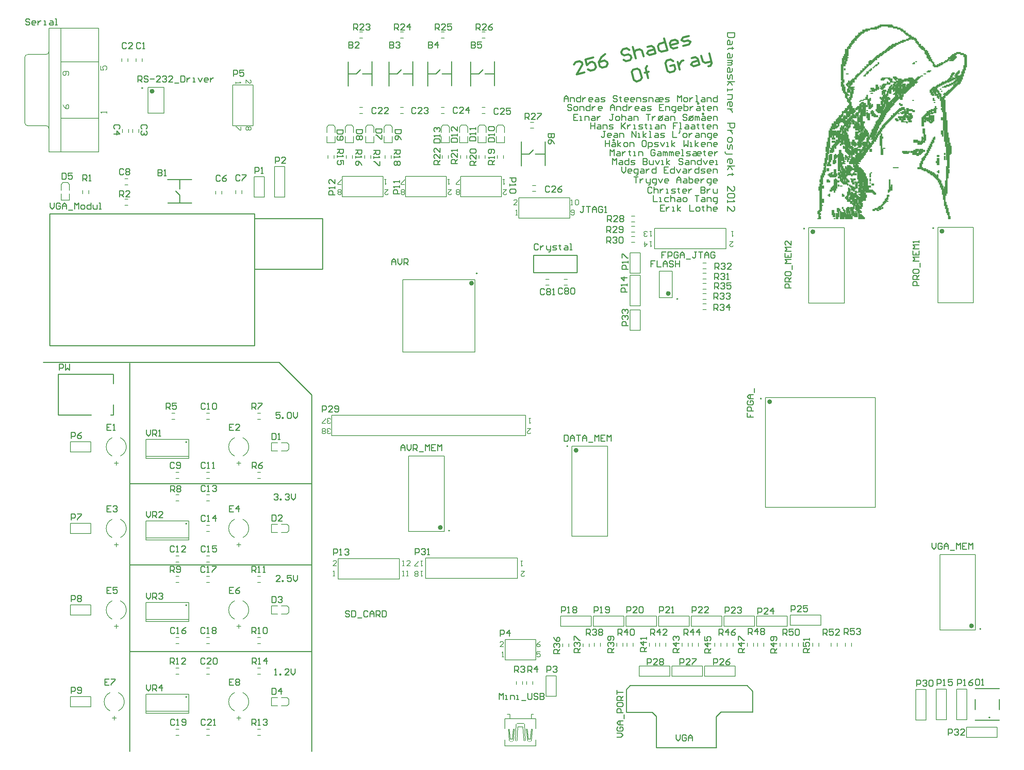
<source format=gto>
%FSLAX44Y44*%
%MOMM*%
G71*
G01*
G75*
%ADD10R,2.0000X1.8000*%
%ADD11R,2.0000X3.5000*%
%ADD12R,1.5000X2.0000*%
%ADD13R,1.2000X2.0000*%
%ADD14R,1.0000X2.0000*%
%ADD15R,0.7000X2.0000*%
%ADD16O,2.1000X0.4500*%
%ADD17R,1.7000X1.1000*%
%ADD18R,2.0000X3.3000*%
%ADD19R,2.0000X2.5000*%
%ADD20R,0.5000X3.1000*%
%ADD21O,0.2500X1.5500*%
%ADD22O,1.5500X0.2500*%
%ADD23O,1.7000X0.3500*%
%ADD24R,1.5500X0.5500*%
%ADD25R,1.2000X1.2000*%
%ADD26R,2.1000X1.4000*%
%ADD27O,2.5400X0.3000*%
%ADD28O,0.3000X2.5400*%
%ADD29R,1.5500X0.4500*%
%ADD30R,1.1000X1.7000*%
%ADD31R,1.4000X2.1000*%
%ADD32R,1.2000X1.2000*%
%ADD33C,0.1500*%
%ADD34C,1.5240*%
%ADD35C,4.5000*%
%ADD36R,1.6000X1.6000*%
%ADD37C,1.6000*%
%ADD38C,1.6900*%
%ADD39R,1.6900X1.6900*%
%ADD40C,4.7600*%
%ADD41O,1.5240X4.3180*%
%ADD42O,4.0640X1.5240*%
%ADD43O,1.5240X4.0640*%
%ADD44C,1.5000*%
%ADD45R,1.5000X1.5000*%
%ADD46R,1.5000X1.5000*%
%ADD47C,1.2000*%
%ADD48R,1.2500X1.2500*%
%ADD49C,1.3500*%
%ADD50C,0.7100*%
%ADD51C,1.0160*%
%ADD52C,0.2540*%
%ADD53C,2.0160*%
%ADD54C,2.2060*%
%ADD55C,4.2160*%
%ADD56C,1.9160*%
%ADD57C,2.0160*%
G04:AMPARAMS|DCode=58|XSize=2.524mm|YSize=2.524mm|CornerRadius=0mm|HoleSize=0mm|Usage=FLASHONLY|Rotation=0.000|XOffset=0mm|YOffset=0mm|HoleType=Round|Shape=Relief|Width=0.254mm|Gap=0.254mm|Entries=4|*
%AMTHD58*
7,0,0,2.5240,2.0160,0.2540,45*
%
%ADD58THD58*%
G04:AMPARAMS|DCode=59|XSize=2.424mm|YSize=2.424mm|CornerRadius=0mm|HoleSize=0mm|Usage=FLASHONLY|Rotation=0.000|XOffset=0mm|YOffset=0mm|HoleType=Round|Shape=Relief|Width=0.254mm|Gap=0.254mm|Entries=4|*
%AMTHD59*
7,0,0,2.4240,1.9160,0.2540,45*
%
%ADD59THD59*%
%ADD60C,2.1060*%
%ADD61C,4.2760*%
%AMTHOVALD62*
21,1,2.7940,2.2860,0,0,270.0*
1,1,2.2860,0.0000,1.3970*
1,1,2.2860,0.0000,-1.3970*
21,0,2.7940,1.7780,0,0,270.0*
1,0,1.7780,0.0000,1.3970*
1,0,1.7780,0.0000,-1.3970*
4,0,4,-0.0898,1.3072,-0.8980,2.1154,-0.7184,2.2950,0.0898,1.4868,-0.0898,1.3072,0.0*
4,0,4,-0.0898,-1.4868,0.7184,-2.2950,0.8980,-2.1154,0.0898,-1.3072,-0.0898,-1.4868,0.0*
4,0,4,-0.0898,1.4868,0.7184,2.2950,0.8980,2.1154,0.0898,1.3072,-0.0898,1.4868,0.0*
4,0,4,-0.0898,-1.3072,-0.8980,-2.1154,-0.7184,-2.2950,0.0898,-1.4868,-0.0898,-1.3072,0.0*
%
%ADD62THOVALD62*%

%ADD63O,4.3180X1.7780*%
%ADD64O,1.7780X4.3180*%
%ADD65C,1.9160*%
G04:AMPARAMS|DCode=66|XSize=2.424mm|YSize=2.424mm|CornerRadius=0mm|HoleSize=0mm|Usage=FLASHONLY|Rotation=0.000|XOffset=0mm|YOffset=0mm|HoleType=Round|Shape=Relief|Width=0.254mm|Gap=0.254mm|Entries=4|*
%AMTHD66*
7,0,0,2.4240,1.9160,0.2540,45*
%
%ADD66THD66*%
%ADD67C,1.7660*%
%ADD68C,1.8160*%
G04:AMPARAMS|DCode=69|XSize=2.274mm|YSize=2.274mm|CornerRadius=0mm|HoleSize=0mm|Usage=FLASHONLY|Rotation=0.000|XOffset=0mm|YOffset=0mm|HoleType=Round|Shape=Relief|Width=0.254mm|Gap=0.254mm|Entries=4|*
%AMTHD69*
7,0,0,2.2740,1.7660,0.2540,45*
%
%ADD69THD69*%
G04:AMPARAMS|DCode=70|XSize=1.824mm|YSize=1.824mm|CornerRadius=0mm|HoleSize=0mm|Usage=FLASHONLY|Rotation=0.000|XOffset=0mm|YOffset=0mm|HoleType=Round|Shape=Relief|Width=0.254mm|Gap=0.254mm|Entries=4|*
%AMTHD70*
7,0,0,1.8240,1.3160,0.2540,45*
%
%ADD70THD70*%
%ADD71C,1.3160*%
G04:AMPARAMS|DCode=72|XSize=2.524mm|YSize=2.524mm|CornerRadius=0mm|HoleSize=0mm|Usage=FLASHONLY|Rotation=0.000|XOffset=0mm|YOffset=0mm|HoleType=Round|Shape=Relief|Width=0.254mm|Gap=0.254mm|Entries=4|*
%AMTHD72*
7,0,0,2.5240,2.0160,0.2540,45*
%
%ADD72THD72*%
G04:AMPARAMS|DCode=73|XSize=2.614mm|YSize=2.614mm|CornerRadius=0mm|HoleSize=0mm|Usage=FLASHONLY|Rotation=0.000|XOffset=0mm|YOffset=0mm|HoleType=Round|Shape=Relief|Width=0.254mm|Gap=0.254mm|Entries=4|*
%AMTHD73*
7,0,0,2.6140,2.1060,0.2540,45*
%
%ADD73THD73*%
G04:AMPARAMS|DCode=74|XSize=4.784mm|YSize=4.784mm|CornerRadius=0mm|HoleSize=0mm|Usage=FLASHONLY|Rotation=0.000|XOffset=0mm|YOffset=0mm|HoleType=Round|Shape=Relief|Width=0.254mm|Gap=0.254mm|Entries=4|*
%AMTHD74*
7,0,0,4.7840,4.2760,0.2540,45*
%
%ADD74THD74*%
%ADD75O,1.7780X4.5720*%
%AMTHOVALD76*
21,1,2.5400,2.2860,0,0,180.0*
1,1,2.2860,1.2700,0.0000*
1,1,2.2860,-1.2700,0.0000*
21,0,2.5400,1.7780,0,0,180.0*
1,0,1.7780,1.2700,0.0000*
1,0,1.7780,-1.2700,0.0000*
4,0,4,1.1802,0.0898,1.9884,0.8980,2.1680,0.7184,1.3598,-0.0898,1.1802,0.0898,0.0*
4,0,4,-1.3598,0.0898,-2.1680,-0.7184,-1.9884,-0.8980,-1.1802,-0.0898,-1.3598,0.0898,0.0*
4,0,4,1.3598,0.0898,2.1680,-0.7184,1.9884,-0.8980,1.1802,-0.0898,1.3598,0.0898,0.0*
4,0,4,-1.1802,0.0898,-1.9884,0.8980,-2.1680,0.7184,-1.3598,-0.0898,-1.1802,0.0898,0.0*
%
%ADD76THOVALD76*%

%AMTHOVALD77*
21,1,2.5400,2.2860,0,0,90.0*
1,1,2.2860,0.0000,-1.2700*
1,1,2.2860,0.0000,1.2700*
21,0,2.5400,1.7780,0,0,90.0*
1,0,1.7780,0.0000,-1.2700*
1,0,1.7780,0.0000,1.2700*
4,0,4,0.0898,-1.1802,0.8980,-1.9884,0.7184,-2.1680,-0.0898,-1.3598,0.0898,-1.1802,0.0*
4,0,4,0.0898,1.3598,-0.7184,2.1680,-0.8980,1.9884,-0.0898,1.1802,0.0898,1.3598,0.0*
4,0,4,0.0898,-1.3598,-0.7184,-2.1680,-0.8980,-1.9884,-0.0898,-1.1802,0.0898,-1.3598,0.0*
4,0,4,0.0898,1.1802,0.8980,1.9884,0.7184,2.1680,-0.0898,1.3598,0.0898,1.1802,0.0*
%
%ADD77THOVALD77*%

G04:AMPARAMS|DCode=78|XSize=2.324mm|YSize=2.324mm|CornerRadius=0mm|HoleSize=0mm|Usage=FLASHONLY|Rotation=0.000|XOffset=0mm|YOffset=0mm|HoleType=Round|Shape=Relief|Width=0.254mm|Gap=0.254mm|Entries=4|*
%AMTHD78*
7,0,0,2.3240,1.8160,0.2540,45*
%
%ADD78THD78*%
%ADD79C,0.2500*%
%ADD80C,0.2000*%
%ADD81C,0.6000*%
%ADD82C,0.1016*%
%ADD83C,0.1778*%
%ADD84C,0.2032*%
%ADD85C,0.2794*%
%ADD86C,0.5080*%
D33*
X665720Y2356370D02*
Y2361368D01*
Y2358869D01*
X650725D01*
X653224Y2356370D01*
X650725Y2474667D02*
Y2464670D01*
X658222D01*
X655723Y2469668D01*
Y2472168D01*
X658222Y2474667D01*
X663221D01*
X665720Y2472168D01*
Y2467169D01*
X663221Y2464670D01*
X569221Y2450820D02*
X571720Y2453319D01*
Y2458318D01*
X569221Y2460817D01*
X559224D01*
X556725Y2458318D01*
Y2453319D01*
X559224Y2450820D01*
X561723D01*
X564222Y2453319D01*
Y2460817D01*
X556725Y2377717D02*
X559224Y2372718D01*
X564222Y2367720D01*
X569221D01*
X571720Y2370219D01*
Y2375218D01*
X569221Y2377717D01*
X566722D01*
X564222Y2375218D01*
Y2367720D01*
X689612Y1479770D02*
Y1489767D01*
X684614Y1484768D02*
X694611D01*
X684532Y844770D02*
Y854767D01*
X679534Y849768D02*
X689531D01*
X994412Y844770D02*
Y854767D01*
X989414Y849768D02*
X999411D01*
X689612Y1073370D02*
Y1083367D01*
X684614Y1078368D02*
X694611D01*
X994412Y1073370D02*
Y1083367D01*
X989414Y1078368D02*
X999411D01*
X689612Y1276570D02*
Y1286567D01*
X684614Y1281568D02*
X694611D01*
X994412Y1276570D02*
Y1286567D01*
X989414Y1281568D02*
X999411D01*
X994412Y1479770D02*
Y1489767D01*
X989414Y1484768D02*
X999411D01*
D52*
X2863850Y850900D02*
G03*
X2863850Y850900I-1270J0D01*
G01*
X2152000Y2354750D02*
G03*
X2152000Y2354750I-2016J0D01*
G01*
X1929500Y2289500D02*
G03*
X1929500Y2289500I-2016J0D01*
G01*
X2139750Y2380750D02*
G03*
X2139750Y2380750I-2016J0D01*
G01*
X2182730Y776420D02*
Y852670D01*
X2194730Y864670D01*
X2273230D01*
X2033730Y776420D02*
Y853670D01*
X2022980Y864420D02*
X2033730Y853670D01*
X1959230Y864420D02*
X2022980D01*
X1958980D02*
Y920920D01*
X1968730Y930670D01*
X1977980D01*
X1977730Y930920D02*
X2259230D01*
X2273230Y916920D01*
Y864420D02*
Y916920D01*
X2033730Y775870D02*
X2183230D01*
X2886710Y871220D02*
Y896620D01*
X2827020Y871220D02*
Y896620D01*
Y923290D02*
X2886710D01*
X2827020Y844550D02*
X2886710D01*
X1835930Y1959500D02*
Y2002900D01*
X1728230Y1959500D02*
Y2002900D01*
Y1959500D02*
X1835930D01*
X1728230Y2002900D02*
X1835930D01*
X523850Y2106230D02*
X1033850D01*
X523850Y1777230D02*
X1033850D01*
Y2106230D01*
X523850Y1777230D02*
Y2106230D01*
X1033850Y2094230D02*
X1202690D01*
Y1967730D02*
Y2094230D01*
X1033850Y1967730D02*
X1202690D01*
X544760Y1605280D02*
X627380D01*
X544760Y1606080D02*
Y1706080D01*
X619760D01*
X671830D02*
X681520D01*
X681990Y1705610D01*
Y1682750D02*
Y1705610D01*
X619760Y1706080D02*
X674370D01*
X681990Y1605280D02*
Y1630680D01*
X675640Y1605280D02*
X681990D01*
X847310Y2167890D02*
Y2192020D01*
X837150Y2162810D02*
X847310Y2152650D01*
Y2132950D02*
Y2152650D01*
X816610Y2192020D02*
X876610D01*
X817310Y2132950D02*
X877310D01*
X2113500Y2339000D02*
X2125250Y2350750D01*
X2037500Y2339000D02*
X2049250Y2350750D01*
X1606550Y2454690D02*
X1630680D01*
X1591310D02*
X1601470Y2464850D01*
X1571610Y2454690D02*
X1591310D01*
X1630680Y2425390D02*
Y2485390D01*
X1571610Y2424690D02*
Y2484690D01*
X1499870Y2454690D02*
X1524000D01*
X1484630D02*
X1494790Y2464850D01*
X1464930Y2454690D02*
X1484630D01*
X1524000Y2425390D02*
Y2485390D01*
X1464930Y2424690D02*
Y2484690D01*
X1403350Y2454690D02*
X1427480D01*
X1388110D02*
X1398270Y2464850D01*
X1368410Y2454690D02*
X1388110D01*
X1427480Y2425390D02*
Y2485390D01*
X1368410Y2424690D02*
Y2484690D01*
X1301750Y2454690D02*
X1325880D01*
X1286510D02*
X1296670Y2464850D01*
X1266810Y2454690D02*
X1286510D01*
X1325880Y2425390D02*
Y2485390D01*
X1266810Y2424690D02*
Y2484690D01*
X508000Y1736090D02*
X1094740D01*
X1176020Y1654810D01*
Y767080D02*
Y1654810D01*
X722630Y767080D02*
Y1733550D01*
Y1433830D02*
X1176020D01*
X723900Y1231900D02*
X1174750D01*
X723900Y1016000D02*
X1176020D01*
X1732280Y2255300D02*
X1756410D01*
X1717040D02*
X1727200Y2265460D01*
X1697340Y2255300D02*
X1717040D01*
X1756410Y2226000D02*
Y2286000D01*
X1697340Y2225300D02*
Y2285300D01*
X2760060Y2094180D02*
X2765140D01*
X2536540D02*
X2551780D01*
X2503520D02*
X2521300D01*
X2490820D02*
X2500980D01*
X2480660D02*
X2485740D01*
X2475580D02*
X2478120D01*
X2434940D02*
X2442560D01*
X2760060Y2096720D02*
X2765140D01*
X2536540D02*
X2551780D01*
X2503520D02*
X2521300D01*
X2490820D02*
X2500980D01*
X2480660D02*
X2485740D01*
X2437480D02*
X2442560D01*
X2760060Y2099260D02*
X2765140D01*
X2536540D02*
X2549240D01*
X2526380D02*
X2534000D01*
X2490820D02*
X2521300D01*
X2480660D02*
X2488280D01*
X2473040D02*
X2478120D01*
X2437480D02*
X2442560D01*
X2760060Y2101800D02*
X2762600D01*
X2536540D02*
X2546700D01*
X2521300D02*
X2534000D01*
X2490820D02*
X2518760D01*
X2480660D02*
X2488280D01*
X2473040D02*
X2478120D01*
X2437480D02*
X2440020D01*
X2757520Y2104340D02*
X2762600D01*
X2536540D02*
X2544160D01*
X2490820D02*
X2534000D01*
X2480660D02*
X2488280D01*
X2470500D02*
X2478120D01*
X2437480D02*
X2442560D01*
X2757520Y2106880D02*
X2762600D01*
X2536540D02*
X2539080D01*
X2518760D02*
X2534000D01*
X2513680D02*
X2516220D01*
X2508600D02*
X2511140D01*
X2490820D02*
X2506060D01*
X2480660D02*
X2488280D01*
X2470500D02*
X2478120D01*
X2434940D02*
X2442560D01*
X2754980Y2109420D02*
X2762600D01*
X2534000D02*
X2544160D01*
X2528920D02*
X2531460D01*
X2518760D02*
X2526380D01*
X2506060D02*
X2516220D01*
X2490820D02*
X2503520D01*
X2485740D02*
X2488280D01*
X2470500D02*
X2475580D01*
X2434940D02*
X2440020D01*
X2754980Y2111960D02*
X2760060D01*
X2534000D02*
X2544160D01*
X2528920D02*
X2531460D01*
X2518760D02*
X2526380D01*
X2506060D02*
X2516220D01*
X2500980D02*
X2503520D01*
X2490820D02*
X2493360D01*
X2483200D02*
X2488280D01*
X2470500D02*
X2475580D01*
X2434940D02*
X2442560D01*
X2754980Y2114500D02*
X2760060D01*
X2582260D02*
X2587340D01*
X2572100D02*
X2577180D01*
X2531460D02*
X2541620D01*
X2516220D02*
X2523840D01*
X2506060D02*
X2513680D01*
X2498440D02*
X2503520D01*
X2483200D02*
X2490820D01*
X2470500D02*
X2475580D01*
X2437480D02*
X2445100D01*
X2754980Y2117040D02*
X2760060D01*
X2587340D02*
X2592420D01*
X2572100D02*
X2584800D01*
X2528920D02*
X2539080D01*
X2516220D02*
X2523840D01*
X2506060D02*
X2513680D01*
X2498440D02*
X2500980D01*
X2483200D02*
X2490820D01*
X2440020D02*
X2445100D01*
X2752440Y2119580D02*
X2760060D01*
X2577180D02*
X2597500D01*
X2528920D02*
X2544160D01*
X2506060D02*
X2526380D01*
X2495900D02*
X2498440D01*
X2483200D02*
X2488280D01*
X2440020D02*
X2445100D01*
X2752440Y2122120D02*
X2757520D01*
X2594960D02*
X2597500D01*
X2584800D02*
X2592420D01*
X2528920D02*
X2544160D01*
X2516220D02*
X2526380D01*
X2508600D02*
X2513680D01*
X2495900D02*
X2498440D01*
X2440020D02*
X2445100D01*
X2752440Y2124660D02*
X2757520D01*
X2587340D02*
X2594960D01*
X2528920D02*
X2546700D01*
X2523840D02*
X2526380D01*
X2440020D02*
X2445100D01*
X2749900Y2127200D02*
X2757520D01*
X2592420D02*
X2597500D01*
X2541620D02*
X2546700D01*
X2523840D02*
X2539080D01*
X2440020D02*
X2447640D01*
X2749900Y2129740D02*
X2754980D01*
X2594960D02*
X2600040D01*
X2539080D02*
X2546700D01*
X2531460D02*
X2536540D01*
X2521300D02*
X2528920D01*
X2440020D02*
X2445100D01*
X2749900Y2132280D02*
X2754980D01*
X2597500D02*
X2602580D01*
X2516220D02*
X2546700D01*
X2440020D02*
X2445100D01*
X2749900Y2134820D02*
X2754980D01*
X2597500D02*
X2605120D01*
X2536540D02*
X2544160D01*
X2523840D02*
X2534000D01*
X2516220D02*
X2521300D01*
X2440020D02*
X2450180D01*
X2749900Y2137360D02*
X2752440D01*
X2600040D02*
X2610200D01*
X2536540D02*
X2546700D01*
X2508600D02*
X2534000D01*
X2440020D02*
X2450180D01*
X2749900Y2139900D02*
X2752440D01*
X2602580D02*
X2607660D01*
X2536540D02*
X2554320D01*
X2521300D02*
X2534000D01*
X2508600D02*
X2516220D01*
X2440020D02*
X2450180D01*
X2747360Y2142440D02*
X2752440D01*
X2602580D02*
X2610200D01*
X2506060D02*
X2554320D01*
X2440020D02*
X2450180D01*
X2747360Y2144980D02*
X2752440D01*
X2605120D02*
X2610200D01*
X2531460D02*
X2554320D01*
X2513680D02*
X2526380D01*
X2503520D02*
X2511140D01*
X2440020D02*
X2445100D01*
X2747360Y2147520D02*
X2752440D01*
X2607660D02*
X2610200D01*
X2513680D02*
X2556860D01*
X2503520D02*
X2511140D01*
X2440020D02*
X2445100D01*
X2747360Y2150060D02*
X2752440D01*
X2607660D02*
X2612740D01*
X2541620D02*
X2556860D01*
X2516220D02*
X2536540D01*
X2506060D02*
X2511140D01*
X2495900D02*
X2500980D01*
X2462880D02*
X2465420D01*
X2440020D02*
X2445100D01*
X2747360Y2152600D02*
X2754980D01*
X2607660D02*
X2612740D01*
X2539080D02*
X2556860D01*
X2516220D02*
X2534000D01*
X2508600D02*
X2513680D01*
X2495900D02*
X2500980D01*
X2460340D02*
X2465420D01*
X2440020D02*
X2445100D01*
X2744820Y2155140D02*
X2754980D01*
X2574640D02*
X2579720D01*
X2536540D02*
X2554320D01*
X2508600D02*
X2531460D01*
X2495900D02*
X2498440D01*
X2462880D02*
X2465420D01*
X2440020D02*
X2445100D01*
X2744820Y2157680D02*
X2757520D01*
X2572100D02*
X2579720D01*
X2541620D02*
X2554320D01*
X2526380D02*
X2531460D01*
X2508600D02*
X2523840D01*
X2440020D02*
X2445100D01*
X2744820Y2160220D02*
X2757520D01*
X2610200D02*
X2612740D01*
X2554320D02*
X2577180D01*
X2528920D02*
X2551780D01*
X2518760D02*
X2521300D01*
X2508600D02*
X2516220D01*
X2475580D02*
X2478120D01*
X2440020D02*
X2445100D01*
X2744820Y2162760D02*
X2757520D01*
X2610200D02*
X2615280D01*
X2536540D02*
X2574640D01*
X2523840D02*
X2531460D01*
X2511140D02*
X2516220D01*
X2475580D02*
X2478120D01*
X2465420D02*
X2470500D01*
X2440020D02*
X2445100D01*
X2744820Y2165300D02*
X2757520D01*
X2610200D02*
X2620360D01*
X2536540D02*
X2572100D01*
X2518760D02*
X2526380D01*
X2511140D02*
X2516220D01*
X2465420D02*
X2480660D01*
X2437480D02*
X2445100D01*
X2742280Y2167840D02*
X2757520D01*
X2612740D02*
X2620360D01*
X2546700D02*
X2561940D01*
X2536540D02*
X2544160D01*
X2518760D02*
X2528920D01*
X2511140D02*
X2516220D01*
X2467960D02*
X2480660D01*
X2437480D02*
X2445100D01*
X2749900Y2170380D02*
X2757520D01*
X2742280D02*
X2747360D01*
X2612740D02*
X2620360D01*
X2536540D02*
X2561940D01*
X2518760D02*
X2534000D01*
X2511140D02*
X2513680D01*
X2467960D02*
X2483200D01*
X2437480D02*
X2450180D01*
X2749900Y2172920D02*
X2757520D01*
X2739740D02*
X2747360D01*
X2612740D02*
X2620360D01*
X2539080D02*
X2567020D01*
X2528920D02*
X2534000D01*
X2516220D02*
X2526380D01*
X2470500D02*
X2483200D01*
X2437480D02*
X2450180D01*
X2752440Y2175460D02*
X2757520D01*
X2739740D02*
X2747360D01*
X2617820D02*
X2620360D01*
X2612740D02*
X2615280D01*
X2536540D02*
X2567020D01*
X2528920D02*
X2534000D01*
X2513680D02*
X2521300D01*
X2490820D02*
X2495900D01*
X2485740D02*
X2488280D01*
X2473040D02*
X2483200D01*
X2440020D02*
X2450180D01*
X2752440Y2178000D02*
X2757520D01*
X2739740D02*
X2744820D01*
X2617820D02*
X2620360D01*
X2612740D02*
X2615280D01*
X2569560D02*
X2574640D01*
X2549240D02*
X2559400D01*
X2536540D02*
X2546700D01*
X2528920D02*
X2534000D01*
X2513680D02*
X2516220D01*
X2508600D02*
X2511140D01*
X2485740D02*
X2488280D01*
X2475580D02*
X2483200D01*
X2440020D02*
X2445100D01*
X2752440Y2180540D02*
X2757520D01*
X2737200D02*
X2744820D01*
X2612740D02*
X2615280D01*
X2569560D02*
X2574640D01*
X2539080D02*
X2559400D01*
X2528920D02*
X2534000D01*
X2521300D02*
X2526380D01*
X2498440D02*
X2511140D01*
X2475580D02*
X2483200D01*
X2440020D02*
X2447640D01*
X2752440Y2183080D02*
X2757520D01*
X2737200D02*
X2742280D01*
X2612740D02*
X2615280D01*
X2564480D02*
X2567020D01*
X2549240D02*
X2559400D01*
X2528920D02*
X2546700D01*
X2521300D02*
X2526380D01*
X2495900D02*
X2508600D01*
X2475580D02*
X2483200D01*
X2442560D02*
X2447640D01*
X2752440Y2185620D02*
X2757520D01*
X2734660D02*
X2742280D01*
X2612740D02*
X2615280D01*
X2534000D02*
X2559400D01*
X2526380D02*
X2531460D01*
X2518760D02*
X2523840D01*
X2493360D02*
X2513680D01*
X2475580D02*
X2488280D01*
X2457800D02*
X2465420D01*
X2440020D02*
X2447640D01*
X2752440Y2188160D02*
X2757520D01*
X2734660D02*
X2742280D01*
X2612740D02*
X2615280D01*
X2564480D02*
X2567020D01*
X2536540D02*
X2559400D01*
X2518760D02*
X2523840D01*
X2506060D02*
X2513680D01*
X2500980D02*
X2503520D01*
X2490820D02*
X2498440D01*
X2475580D02*
X2488280D01*
X2457800D02*
X2465420D01*
X2440020D02*
X2447640D01*
X2754980Y2190700D02*
X2757520D01*
X2732120D02*
X2739740D01*
X2612740D02*
X2615280D01*
X2564480D02*
X2567020D01*
X2536540D02*
X2559400D01*
X2518760D02*
X2528920D01*
X2506060D02*
X2511140D01*
X2500980D02*
X2503520D01*
X2490820D02*
X2498440D01*
X2475580D02*
X2483200D01*
X2457800D02*
X2462880D01*
X2440020D02*
X2447640D01*
X2754980Y2193240D02*
X2757520D01*
X2729580D02*
X2737200D01*
X2564480D02*
X2567020D01*
X2534000D02*
X2559400D01*
X2523840D02*
X2528920D01*
X2516220D02*
X2521300D01*
X2490820D02*
X2508600D01*
X2478120D02*
X2480660D01*
X2442560D02*
X2447640D01*
X2754980Y2195780D02*
X2760060D01*
X2727040D02*
X2734660D01*
X2534000D02*
X2556860D01*
X2495900D02*
X2506060D01*
X2485740D02*
X2493360D01*
X2442560D02*
X2447640D01*
X2754980Y2198320D02*
X2760060D01*
X2724500D02*
X2734660D01*
X2564480D02*
X2567020D01*
X2534000D02*
X2556860D01*
X2485740D02*
X2506060D01*
X2465420D02*
X2480660D01*
X2442560D02*
X2450180D01*
X2754980Y2200860D02*
X2760060D01*
X2721960D02*
X2734660D01*
X2564480D02*
X2567020D01*
X2534000D02*
X2554320D01*
X2518760D02*
X2521300D01*
X2488280D02*
X2508600D01*
X2462880D02*
X2483200D01*
X2442560D02*
X2450180D01*
X2754980Y2203400D02*
X2760060D01*
X2732120D02*
X2734660D01*
X2716880D02*
X2729580D01*
X2564480D02*
X2567020D01*
X2534000D02*
X2554320D01*
X2485740D02*
X2531460D01*
X2460340D02*
X2483200D01*
X2445100D02*
X2452720D01*
X2754980Y2205940D02*
X2760060D01*
X2714340D02*
X2727040D01*
X2564480D02*
X2567020D01*
X2534000D02*
X2554320D01*
X2521300D02*
X2531460D01*
X2506060D02*
X2518760D01*
X2493360D02*
X2503520D01*
X2485740D02*
X2490820D01*
X2475580D02*
X2483200D01*
X2462880D02*
X2470500D01*
X2445100D02*
X2452720D01*
X2754980Y2208480D02*
X2762600D01*
X2734660D02*
X2737200D01*
X2709260D02*
X2724500D01*
X2567020D02*
X2569560D01*
X2534000D02*
X2551780D01*
X2523840D02*
X2526380D01*
X2485740D02*
X2516220D01*
X2475580D02*
X2480660D01*
X2467960D02*
X2473040D01*
X2447640D02*
X2452720D01*
X2754980Y2211020D02*
X2762600D01*
X2732120D02*
X2737200D01*
X2706720D02*
X2719420D01*
X2526380D02*
X2549240D01*
X2490820D02*
X2516220D01*
X2475580D02*
X2480660D01*
X2447640D02*
X2455260D01*
X2754980Y2213560D02*
X2762600D01*
X2734660D02*
X2737200D01*
X2699100D02*
X2714340D01*
X2526380D02*
X2549240D01*
X2495900D02*
X2518760D01*
X2485740D02*
X2493360D01*
X2475580D02*
X2480660D01*
X2457800D02*
X2462880D01*
X2447640D02*
X2455260D01*
X2754980Y2216100D02*
X2762600D01*
X2694020D02*
X2709260D01*
X2506060D02*
X2546700D01*
X2493360D02*
X2503520D01*
X2485740D02*
X2490820D01*
X2475580D02*
X2480660D01*
X2457800D02*
X2462880D01*
X2450180D02*
X2455260D01*
X2754980Y2218640D02*
X2760060D01*
X2683860D02*
X2704180D01*
X2503520D02*
X2544160D01*
X2493360D02*
X2500980D01*
X2485740D02*
X2490820D01*
X2457800D02*
X2462880D01*
X2450180D02*
X2455260D01*
X2754980Y2221180D02*
X2762600D01*
X2683860D02*
X2696560D01*
X2622900D02*
X2635600D01*
X2526380D02*
X2541620D01*
X2503520D02*
X2521300D01*
X2493360D02*
X2498440D01*
X2485740D02*
X2490820D01*
X2450180D02*
X2455260D01*
X2754980Y2223720D02*
X2762600D01*
X2688940D02*
X2694020D01*
X2523840D02*
X2536540D01*
X2508600D02*
X2518760D01*
X2503520D02*
X2506060D01*
X2485740D02*
X2498440D01*
X2452720D02*
X2455260D01*
X2757520Y2226260D02*
X2762600D01*
X2688940D02*
X2694020D01*
X2523840D02*
X2536540D01*
X2508600D02*
X2516220D01*
X2485740D02*
X2495900D01*
X2457800D02*
X2467960D01*
X2450180D02*
X2455260D01*
X2757520Y2228800D02*
X2762600D01*
X2732120D02*
X2737200D01*
X2688940D02*
X2694020D01*
X2528920D02*
X2534000D01*
X2523840D02*
X2526380D01*
X2485740D02*
X2495900D01*
X2457800D02*
X2467960D01*
X2450180D02*
X2455260D01*
X2757520Y2231340D02*
X2762600D01*
X2732120D02*
X2737200D01*
X2688940D02*
X2696560D01*
X2513680D02*
X2539080D01*
X2485740D02*
X2503520D01*
X2473040D02*
X2478120D01*
X2460340D02*
X2465420D01*
X2450180D02*
X2457800D01*
X2757520Y2233880D02*
X2762600D01*
X2729580D02*
X2737200D01*
X2691480D02*
X2696560D01*
X2513680D02*
X2536540D01*
X2485740D02*
X2500980D01*
X2473040D02*
X2480660D01*
X2460340D02*
X2465420D01*
X2452720D02*
X2457800D01*
X2757520Y2236420D02*
X2762600D01*
X2729580D02*
X2737200D01*
X2691480D02*
X2696560D01*
X2513680D02*
X2541620D01*
X2508600D02*
X2511140D01*
X2498440D02*
X2503520D01*
X2485740D02*
X2493360D01*
X2473040D02*
X2480660D01*
X2462880D02*
X2467960D01*
X2452720D02*
X2457800D01*
X2757520Y2238960D02*
X2762600D01*
X2732120D02*
X2737200D01*
X2694020D02*
X2699100D01*
X2516220D02*
X2541620D01*
X2508600D02*
X2511140D01*
X2485740D02*
X2500980D01*
X2473040D02*
X2480660D01*
X2462880D02*
X2467960D01*
X2452720D02*
X2457800D01*
X2754980Y2241500D02*
X2762600D01*
X2749900D02*
X2752440D01*
X2732120D02*
X2737200D01*
X2694020D02*
X2701640D01*
X2516220D02*
X2544160D01*
X2508600D02*
X2513680D01*
X2503520D02*
X2506060D01*
X2485740D02*
X2500980D01*
X2475580D02*
X2478120D01*
X2462880D02*
X2470500D01*
X2452720D02*
X2460340D01*
X2754980Y2244040D02*
X2762600D01*
X2749900D02*
X2752440D01*
X2732120D02*
X2737200D01*
X2694020D02*
X2701640D01*
X2518760D02*
X2546700D01*
X2508600D02*
X2513680D01*
X2503520D02*
X2506060D01*
X2485740D02*
X2500980D01*
X2475580D02*
X2480660D01*
X2462880D02*
X2470500D01*
X2452720D02*
X2460340D01*
X2754980Y2246580D02*
X2762600D01*
X2749900D02*
X2752440D01*
X2696560D02*
X2704180D01*
X2528920D02*
X2549240D01*
X2518760D02*
X2526380D01*
X2513680D02*
X2516220D01*
X2503520D02*
X2511140D01*
X2485740D02*
X2500980D01*
X2475580D02*
X2483200D01*
X2462880D02*
X2470500D01*
X2455260D02*
X2460340D01*
X2754980Y2249120D02*
X2762600D01*
X2749900D02*
X2752440D01*
X2732120D02*
X2737200D01*
X2699100D02*
X2704180D01*
X2528920D02*
X2549240D01*
X2518760D02*
X2521300D01*
X2511140D02*
X2516220D01*
X2503520D02*
X2508600D01*
X2475580D02*
X2498440D01*
X2462880D02*
X2470500D01*
X2455260D02*
X2460340D01*
X2754980Y2251660D02*
X2762600D01*
X2732120D02*
X2737200D01*
X2701640D02*
X2706720D01*
X2681320D02*
X2686400D01*
X2528920D02*
X2551780D01*
X2518760D02*
X2521300D01*
X2513680D02*
X2516220D01*
X2503520D02*
X2506060D01*
X2475580D02*
X2498440D01*
X2462880D02*
X2470500D01*
X2455260D02*
X2460340D01*
X2754980Y2254200D02*
X2765140D01*
X2749900D02*
X2752440D01*
X2701640D02*
X2709260D01*
X2671160D02*
X2691480D01*
X2592420D02*
X2597500D01*
X2531460D02*
X2554320D01*
X2511140D02*
X2526380D01*
X2485740D02*
X2498440D01*
X2478120D02*
X2480660D01*
X2465420D02*
X2470500D01*
X2455260D02*
X2460340D01*
X2754980Y2256740D02*
X2767680D01*
X2749900D02*
X2752440D01*
X2704180D02*
X2709260D01*
X2671160D02*
X2694020D01*
X2648300D02*
X2661000D01*
X2592420D02*
X2597500D01*
X2528920D02*
X2554320D01*
X2508600D02*
X2526380D01*
X2488280D02*
X2495900D01*
X2455260D02*
X2462880D01*
X2754980Y2259280D02*
X2767680D01*
X2706720D02*
X2711800D01*
X2686400D02*
X2696560D01*
X2666080D02*
X2681320D01*
X2645760D02*
X2663540D01*
X2592420D02*
X2597500D01*
X2546700D02*
X2556860D01*
X2539080D02*
X2544160D01*
X2506060D02*
X2534000D01*
X2488280D02*
X2493360D01*
X2465420D02*
X2473040D01*
X2457800D02*
X2462880D01*
X2754980Y2261820D02*
X2767680D01*
X2706720D02*
X2711800D01*
X2686400D02*
X2701640D01*
X2666080D02*
X2683860D01*
X2661000D02*
X2663540D01*
X2645760D02*
X2658460D01*
X2592420D02*
X2597500D01*
X2564480D02*
X2569560D01*
X2549240D02*
X2559400D01*
X2539080D02*
X2546700D01*
X2503520D02*
X2534000D01*
X2488280D02*
X2493360D01*
X2465420D02*
X2475580D01*
X2455260D02*
X2462880D01*
X2754980Y2264360D02*
X2767680D01*
X2706720D02*
X2714340D01*
X2673700D02*
X2701640D01*
X2592420D02*
X2597500D01*
X2564480D02*
X2569560D01*
X2518760D02*
X2559400D01*
X2503520D02*
X2516220D01*
X2488280D02*
X2493360D01*
X2465420D02*
X2475580D01*
X2455260D02*
X2462880D01*
X2754980Y2266900D02*
X2767680D01*
X2709260D02*
X2714340D01*
X2688940D02*
X2696560D01*
X2678780D02*
X2686400D01*
X2592420D02*
X2597500D01*
X2564480D02*
X2569560D01*
X2544160D02*
X2561940D01*
X2518760D02*
X2541620D01*
X2503520D02*
X2513680D01*
X2467960D02*
X2475580D01*
X2455260D02*
X2462880D01*
X2754980Y2269440D02*
X2767680D01*
X2709260D02*
X2716880D01*
X2597500D02*
X2602580D01*
X2592420D02*
X2594960D01*
X2546700D02*
X2564480D01*
X2526380D02*
X2534000D01*
X2513680D02*
X2523840D01*
X2498440D02*
X2511140D01*
X2478120D02*
X2480660D01*
X2465420D02*
X2475580D01*
X2455260D02*
X2462880D01*
X2754980Y2271980D02*
X2767680D01*
X2711800D02*
X2716880D01*
X2592420D02*
X2594960D01*
X2556860D02*
X2567020D01*
X2546700D02*
X2554320D01*
X2534000D02*
X2541620D01*
X2498440D02*
X2523840D01*
X2470500D02*
X2480660D01*
X2455260D02*
X2465420D01*
X2752440Y2274520D02*
X2767680D01*
X2711800D02*
X2719420D01*
X2592420D02*
X2594960D01*
X2549240D02*
X2569560D01*
X2536540D02*
X2544160D01*
X2526380D02*
X2528920D01*
X2503520D02*
X2521300D01*
X2498440D02*
X2500980D01*
X2470500D02*
X2480660D01*
X2457800D02*
X2465420D01*
X2752440Y2277060D02*
X2765140D01*
X2714340D02*
X2719420D01*
X2589880D02*
X2594960D01*
X2546700D02*
X2569560D01*
X2534000D02*
X2544160D01*
X2521300D02*
X2531460D01*
X2503520D02*
X2516220D01*
X2490820D02*
X2493360D01*
X2473040D02*
X2483200D01*
X2457800D02*
X2465420D01*
X2752440Y2279600D02*
X2765140D01*
X2714340D02*
X2719420D01*
X2683860D02*
X2694020D01*
X2589880D02*
X2594960D01*
X2561940D02*
X2572100D01*
X2518760D02*
X2559400D01*
X2500980D02*
X2516220D01*
X2490820D02*
X2498440D01*
X2475580D02*
X2485740D01*
X2457800D02*
X2465420D01*
X2760060Y2282140D02*
X2765140D01*
X2752440D02*
X2757520D01*
X2716880D02*
X2721960D01*
X2683860D02*
X2696560D01*
X2589880D02*
X2594960D01*
X2561940D02*
X2574640D01*
X2534000D02*
X2559400D01*
X2518760D02*
X2531460D01*
X2493360D02*
X2516220D01*
X2478120D02*
X2488280D01*
X2457800D02*
X2465420D01*
X2752440Y2284680D02*
X2762600D01*
X2716880D02*
X2724500D01*
X2673700D02*
X2701640D01*
X2589880D02*
X2594960D01*
X2569560D02*
X2574640D01*
X2546700D02*
X2564480D01*
X2534000D02*
X2544160D01*
X2518760D02*
X2528920D01*
X2500980D02*
X2516220D01*
X2470500D02*
X2498440D01*
X2457800D02*
X2465420D01*
X2749900Y2287220D02*
X2762600D01*
X2719420D02*
X2724500D01*
X2691480D02*
X2701640D01*
X2673700D02*
X2688940D01*
X2589880D02*
X2594960D01*
X2569560D02*
X2579720D01*
X2556860D02*
X2561940D01*
X2536540D02*
X2546700D01*
X2521300D02*
X2526380D01*
X2500980D02*
X2513680D01*
X2480660D02*
X2498440D01*
X2470500D02*
X2478120D01*
X2460340D02*
X2465420D01*
X2749900Y2289760D02*
X2762600D01*
X2719420D02*
X2724500D01*
X2699100D02*
X2704180D01*
X2694020D02*
X2696560D01*
X2673700D02*
X2683860D01*
X2589880D02*
X2594960D01*
X2572100D02*
X2579720D01*
X2556860D02*
X2561940D01*
X2536540D02*
X2549240D01*
X2521300D02*
X2526380D01*
X2493360D02*
X2513680D01*
X2480660D02*
X2490820D01*
X2460340D02*
X2465420D01*
X2749900Y2292300D02*
X2762600D01*
X2721960D02*
X2727040D01*
X2694020D02*
X2704180D01*
X2589880D02*
X2594960D01*
X2567020D02*
X2582260D01*
X2556860D02*
X2564480D01*
X2528920D02*
X2551780D01*
X2485740D02*
X2513680D01*
X2470500D02*
X2478120D01*
X2460340D02*
X2465420D01*
X2749900Y2294840D02*
X2762600D01*
X2721960D02*
X2727040D01*
X2694020D02*
X2704180D01*
X2589880D02*
X2597500D01*
X2569560D02*
X2582260D01*
X2556860D02*
X2564480D01*
X2528920D02*
X2551780D01*
X2485740D02*
X2511140D01*
X2470500D02*
X2478120D01*
X2460340D02*
X2465420D01*
X2749900Y2297380D02*
X2760060D01*
X2724500D02*
X2727040D01*
X2699100D02*
X2704180D01*
X2694020D02*
X2696560D01*
X2589880D02*
X2597500D01*
X2559400D02*
X2584800D01*
X2526380D02*
X2554320D01*
X2480660D02*
X2511140D01*
X2473040D02*
X2475580D01*
X2462880D02*
X2470500D01*
X2749900Y2299920D02*
X2760060D01*
X2744820D02*
X2747360D01*
X2699100D02*
X2704180D01*
X2589880D02*
X2594960D01*
X2579720D02*
X2584800D01*
X2564480D02*
X2577180D01*
X2528920D02*
X2561940D01*
X2480660D02*
X2511140D01*
X2473040D02*
X2475580D01*
X2462880D02*
X2470500D01*
X2749900Y2302460D02*
X2760060D01*
X2744820D02*
X2747360D01*
X2699100D02*
X2704180D01*
X2592420D02*
X2594960D01*
X2564480D02*
X2587340D01*
X2539080D02*
X2561940D01*
X2528920D02*
X2536540D01*
X2462880D02*
X2511140D01*
X2749900Y2305000D02*
X2760060D01*
X2742280D02*
X2747360D01*
X2699100D02*
X2701640D01*
X2592420D02*
X2594960D01*
X2582260D02*
X2589880D01*
X2567020D02*
X2579720D01*
X2539080D02*
X2561940D01*
X2528920D02*
X2534000D01*
X2500980D02*
X2508600D01*
X2462880D02*
X2498440D01*
X2749900Y2307540D02*
X2760060D01*
X2742280D02*
X2747360D01*
X2696560D02*
X2701640D01*
X2584800D02*
X2592420D01*
X2567020D02*
X2582260D01*
X2541620D02*
X2561940D01*
X2528920D02*
X2536540D01*
X2495900D02*
X2508600D01*
X2462880D02*
X2490820D01*
X2749900Y2310080D02*
X2757520D01*
X2742280D02*
X2747360D01*
X2696560D02*
X2701640D01*
X2584800D02*
X2592420D01*
X2569560D02*
X2582260D01*
X2549240D02*
X2559400D01*
X2544160D02*
X2546700D01*
X2528920D02*
X2541620D01*
X2495900D02*
X2506060D01*
X2462880D02*
X2493360D01*
X2749900Y2312620D02*
X2757520D01*
X2742280D02*
X2747360D01*
X2696560D02*
X2701640D01*
X2587340D02*
X2594960D01*
X2569560D02*
X2582260D01*
X2549240D02*
X2559400D01*
X2536540D02*
X2546700D01*
X2508600D02*
X2511140D01*
X2495900D02*
X2506060D01*
X2483200D02*
X2493360D01*
X2462880D02*
X2480660D01*
X2747360Y2315160D02*
X2757520D01*
X2696560D02*
X2701640D01*
X2589880D02*
X2594960D01*
X2569560D02*
X2584800D01*
X2551780D02*
X2556860D01*
X2541620D02*
X2549240D01*
X2528920D02*
X2539080D01*
X2500980D02*
X2511140D01*
X2490820D02*
X2498440D01*
X2465420D02*
X2470500D01*
X2747360Y2317700D02*
X2757520D01*
X2696560D02*
X2701640D01*
X2589880D02*
X2597500D01*
X2572100D02*
X2584800D01*
X2551780D02*
X2554320D01*
X2528920D02*
X2549240D01*
X2490820D02*
X2511140D01*
X2465420D02*
X2478120D01*
X2747360Y2320240D02*
X2757520D01*
X2592420D02*
X2600040D01*
X2574640D02*
X2587340D01*
X2523840D02*
X2551780D01*
X2508600D02*
X2513680D01*
X2503520D02*
X2506060D01*
X2490820D02*
X2500980D01*
X2467960D02*
X2483200D01*
X2747360Y2322780D02*
X2757520D01*
X2594960D02*
X2602580D01*
X2574640D02*
X2587340D01*
X2523840D02*
X2551780D01*
X2506060D02*
X2516220D01*
X2493360D02*
X2500980D01*
X2467960D02*
X2485740D01*
X2747360Y2325320D02*
X2757520D01*
X2694020D02*
X2699100D01*
X2594960D02*
X2602580D01*
X2577180D02*
X2587340D01*
X2526380D02*
X2549240D01*
X2498440D02*
X2516220D01*
X2493360D02*
X2495900D01*
X2470500D02*
X2488280D01*
X2747360Y2327860D02*
X2757520D01*
X2694020D02*
X2699100D01*
X2597500D02*
X2605120D01*
X2577180D02*
X2589880D01*
X2541620D02*
X2549240D01*
X2526380D02*
X2539080D01*
X2513680D02*
X2516220D01*
X2500980D02*
X2511140D01*
X2485740D02*
X2488280D01*
X2470500D02*
X2480660D01*
X2747360Y2330400D02*
X2757520D01*
X2694020D02*
X2699100D01*
X2600040D02*
X2607660D01*
X2579720D02*
X2592420D01*
X2541620D02*
X2549240D01*
X2521300D02*
X2539080D01*
X2500980D02*
X2518760D01*
X2470500D02*
X2488280D01*
X2747360Y2332940D02*
X2757520D01*
X2714340D02*
X2719420D01*
X2694020D02*
X2699100D01*
X2655920D02*
X2658460D01*
X2602580D02*
X2610200D01*
X2579720D02*
X2592420D01*
X2541620D02*
X2551780D01*
X2528920D02*
X2536540D01*
X2521300D02*
X2526380D01*
X2498440D02*
X2518760D01*
X2475580D02*
X2490820D01*
X2747360Y2335480D02*
X2757520D01*
X2711800D02*
X2721960D01*
X2694020D02*
X2704180D01*
X2661000D02*
X2668620D01*
X2643220D02*
X2658460D01*
X2605120D02*
X2612740D01*
X2579720D02*
X2594960D01*
X2534000D02*
X2551780D01*
X2518760D02*
X2531460D01*
X2475580D02*
X2516220D01*
X2747360Y2338020D02*
X2757520D01*
X2716880D02*
X2724500D01*
X2706720D02*
X2714340D01*
X2694020D02*
X2704180D01*
X2661000D02*
X2668620D01*
X2643220D02*
X2648300D01*
X2630520D02*
X2635600D01*
X2607660D02*
X2615280D01*
X2582260D02*
X2597500D01*
X2534000D02*
X2546700D01*
X2480660D02*
X2526380D01*
X2742280Y2340560D02*
X2754980D01*
X2701640D02*
X2724500D01*
X2694020D02*
X2699100D01*
X2658460D02*
X2666080D01*
X2638140D02*
X2653380D01*
X2627980D02*
X2635600D01*
X2610200D02*
X2617820D01*
X2584800D02*
X2597500D01*
X2559400D02*
X2564480D01*
X2534000D02*
X2546700D01*
X2521300D02*
X2523840D01*
X2508600D02*
X2518760D01*
X2480660D02*
X2503520D01*
X2742280Y2343100D02*
X2754980D01*
X2694020D02*
X2724500D01*
X2658460D02*
X2668620D01*
X2645760D02*
X2653380D01*
X2638140D02*
X2643220D01*
X2627980D02*
X2633060D01*
X2612740D02*
X2620360D01*
X2587340D02*
X2600040D01*
X2559400D02*
X2564480D01*
X2534000D02*
X2546700D01*
X2511140D02*
X2521300D01*
X2483200D02*
X2508600D01*
X2742280Y2345640D02*
X2754980D01*
X2694020D02*
X2724500D01*
X2655920D02*
X2671160D01*
X2635600D02*
X2653380D01*
X2615280D02*
X2622900D01*
X2587340D02*
X2600040D01*
X2556860D02*
X2564480D01*
X2534000D02*
X2546700D01*
X2513680D02*
X2531460D01*
X2498440D02*
X2508600D01*
X2485740D02*
X2493360D01*
X2747360Y2348180D02*
X2754980D01*
X2711800D02*
X2724500D01*
X2696560D02*
X2704180D01*
X2635600D02*
X2671160D01*
X2617820D02*
X2625440D01*
X2589880D02*
X2602580D01*
X2574640D02*
X2584800D01*
X2556860D02*
X2564480D01*
X2539080D02*
X2546700D01*
X2534000D02*
X2536540D01*
X2516220D02*
X2531460D01*
X2498440D02*
X2513680D01*
X2488280D02*
X2495900D01*
X2747360Y2350720D02*
X2754980D01*
X2711800D02*
X2724500D01*
X2699100D02*
X2709260D01*
X2663540D02*
X2671160D01*
X2648300D02*
X2661000D01*
X2617820D02*
X2627980D01*
X2589880D02*
X2602580D01*
X2569560D02*
X2584800D01*
X2556860D02*
X2564480D01*
X2539080D02*
X2554320D01*
X2518760D02*
X2536540D01*
X2506060D02*
X2516220D01*
X2500980D02*
X2503520D01*
X2488280D02*
X2498440D01*
X2747360Y2353260D02*
X2754980D01*
X2701640D02*
X2714340D01*
X2661000D02*
X2668620D01*
X2650840D02*
X2655920D01*
X2622900D02*
X2630520D01*
X2592420D02*
X2605120D01*
X2569560D02*
X2579720D01*
X2556860D02*
X2564480D01*
X2541620D02*
X2554320D01*
X2528920D02*
X2536540D01*
X2521300D02*
X2526380D01*
X2506060D02*
X2516220D01*
X2493360D02*
X2498440D01*
X2747360Y2355800D02*
X2754980D01*
X2704180D02*
X2721960D01*
X2650840D02*
X2668620D01*
X2643220D02*
X2648300D01*
X2635600D02*
X2638140D01*
X2622900D02*
X2633060D01*
X2592420D02*
X2605120D01*
X2567020D02*
X2577180D01*
X2541620D02*
X2564480D01*
X2528920D02*
X2536540D01*
X2506060D02*
X2523840D01*
X2495900D02*
X2498440D01*
X2747360Y2358340D02*
X2754980D01*
X2716880D02*
X2729580D01*
X2706720D02*
X2714340D01*
X2640680D02*
X2661000D01*
X2627980D02*
X2635600D01*
X2584800D02*
X2607660D01*
X2567020D02*
X2574640D01*
X2556860D02*
X2559400D01*
X2541620D02*
X2554320D01*
X2531460D02*
X2539080D01*
X2495900D02*
X2526380D01*
X2744820Y2360880D02*
X2752440D01*
X2724500D02*
X2729580D01*
X2706720D02*
X2719420D01*
X2671160D02*
X2676240D01*
X2645760D02*
X2661000D01*
X2630520D02*
X2638140D01*
X2582260D02*
X2610200D01*
X2567020D02*
X2574640D01*
X2536540D02*
X2554320D01*
X2495900D02*
X2528920D01*
X2744820Y2363420D02*
X2752440D01*
X2711800D02*
X2729580D01*
X2655920D02*
X2676240D01*
X2650840D02*
X2653380D01*
X2633060D02*
X2643220D01*
X2579720D02*
X2612740D01*
X2569560D02*
X2572100D01*
X2556860D02*
X2559400D01*
X2536540D02*
X2554320D01*
X2513680D02*
X2528920D01*
X2500980D02*
X2508600D01*
X2742280Y2365960D02*
X2752440D01*
X2716880D02*
X2729580D01*
X2655920D02*
X2671160D01*
X2635600D02*
X2653380D01*
X2600040D02*
X2615280D01*
X2579720D02*
X2597500D01*
X2536540D02*
X2554320D01*
X2528920D02*
X2534000D01*
X2513680D02*
X2526380D01*
X2503520D02*
X2511140D01*
X2742280Y2368500D02*
X2752440D01*
X2724500D02*
X2732120D01*
X2655920D02*
X2661000D01*
X2638140D02*
X2650840D01*
X2602580D02*
X2615280D01*
X2582260D02*
X2600040D01*
X2561940D02*
X2567020D01*
X2546700D02*
X2554320D01*
X2528920D02*
X2544160D01*
X2503520D02*
X2526380D01*
X2744820Y2371040D02*
X2752440D01*
X2727040D02*
X2729580D01*
X2643220D02*
X2650840D01*
X2602580D02*
X2617820D01*
X2582260D02*
X2600040D01*
X2561940D02*
X2569560D01*
X2546700D02*
X2554320D01*
X2531460D02*
X2544160D01*
X2508600D02*
X2521300D01*
X2742280Y2373580D02*
X2752440D01*
X2727040D02*
X2729580D01*
X2605120D02*
X2620360D01*
X2582260D02*
X2602580D01*
X2561940D02*
X2572100D01*
X2534000D02*
X2559400D01*
X2508600D02*
X2521300D01*
X2742280Y2376120D02*
X2752440D01*
X2640680D02*
X2645760D01*
X2605120D02*
X2622900D01*
X2594960D02*
X2602580D01*
X2582260D02*
X2589880D01*
X2561940D02*
X2572100D01*
X2539080D02*
X2559400D01*
X2511140D02*
X2518760D01*
X2742280Y2378660D02*
X2752440D01*
X2638140D02*
X2645760D01*
X2605120D02*
X2625440D01*
X2592420D02*
X2602580D01*
X2582260D02*
X2589880D01*
X2569560D02*
X2572100D01*
X2559400D02*
X2567020D01*
X2546700D02*
X2554320D01*
X2539080D02*
X2544160D01*
X2513680D02*
X2518760D01*
X2742280Y2381200D02*
X2752440D01*
X2638140D02*
X2640680D01*
X2600040D02*
X2625440D01*
X2592420D02*
X2597500D01*
X2559400D02*
X2567020D01*
X2541620D02*
X2554320D01*
X2513680D02*
X2518760D01*
X2742280Y2383740D02*
X2752440D01*
X2724500D02*
X2727040D01*
X2622900D02*
X2627980D01*
X2600040D02*
X2620360D01*
X2592420D02*
X2597500D01*
X2559400D02*
X2564480D01*
X2544160D02*
X2549240D01*
X2511140D02*
X2518760D01*
X2742280Y2386280D02*
X2752440D01*
X2615280D02*
X2630520D01*
X2592420D02*
X2610200D01*
X2559400D02*
X2564480D01*
X2539080D02*
X2541620D01*
X2508600D02*
X2516220D01*
X2739740Y2388820D02*
X2752440D01*
X2721960D02*
X2727040D01*
X2671160D02*
X2673700D01*
X2617820D02*
X2633060D01*
X2594960D02*
X2610200D01*
X2559400D02*
X2567020D01*
X2541620D02*
X2549240D01*
X2508600D02*
X2516220D01*
X2739740Y2391360D02*
X2749900D01*
X2721960D02*
X2724500D01*
X2640680D02*
X2645760D01*
X2620360D02*
X2635600D01*
X2602580D02*
X2615280D01*
X2592420D02*
X2600040D01*
X2549240D02*
X2567020D01*
X2508600D02*
X2518760D01*
X2739740Y2393900D02*
X2749900D01*
X2734660D02*
X2737200D01*
X2721960D02*
X2724500D01*
X2622900D02*
X2645760D01*
X2589880D02*
X2615280D01*
X2564480D02*
X2567020D01*
X2554320D02*
X2559400D01*
X2513680D02*
X2518760D01*
X2506060D02*
X2511140D01*
X2739740Y2396440D02*
X2752440D01*
X2732120D02*
X2737200D01*
X2625440D02*
X2645760D01*
X2594960D02*
X2612740D01*
X2589880D02*
X2592420D01*
X2554320D02*
X2559400D01*
X2513680D02*
X2521300D01*
X2503520D02*
X2508600D01*
X2747360Y2398980D02*
X2752440D01*
X2732120D02*
X2742280D01*
X2638140D02*
X2648300D01*
X2627980D02*
X2635600D01*
X2597500D02*
X2607660D01*
X2556860D02*
X2559400D01*
X2516220D02*
X2521300D01*
X2503520D02*
X2508600D01*
X2749900Y2401520D02*
X2757520D01*
X2737200D02*
X2742280D01*
X2727040D02*
X2734660D01*
X2719420D02*
X2724500D01*
X2638140D02*
X2648300D01*
X2627980D02*
X2635600D01*
X2597500D02*
X2610200D01*
X2556860D02*
X2559400D01*
X2516220D02*
X2521300D01*
X2503520D02*
X2513680D01*
X2747360Y2404060D02*
X2760060D01*
X2727040D02*
X2742280D01*
X2716880D02*
X2724500D01*
X2645760D02*
X2648300D01*
X2635600D02*
X2643220D01*
X2622900D02*
X2633060D01*
X2605120D02*
X2610200D01*
X2600040D02*
X2602580D01*
X2594960D02*
X2597500D01*
X2516220D02*
X2521300D01*
X2503520D02*
X2511140D01*
X2749900Y2406600D02*
X2762600D01*
X2734660D02*
X2739740D01*
X2724500D02*
X2729580D01*
X2716880D02*
X2721960D01*
X2625440D02*
X2653380D01*
X2612740D02*
X2617820D01*
X2607660D02*
X2610200D01*
X2594960D02*
X2602580D01*
X2567020D02*
X2572100D01*
X2516220D02*
X2523840D01*
X2500980D02*
X2508600D01*
X2754980Y2409140D02*
X2765140D01*
X2732120D02*
X2737200D01*
X2714340D02*
X2729580D01*
X2627980D02*
X2655920D01*
X2607660D02*
X2617820D01*
X2594960D02*
X2602580D01*
X2508600D02*
X2523840D01*
X2498440D02*
X2506060D01*
X2757520Y2411680D02*
X2767680D01*
X2742280D02*
X2744820D01*
X2721960D02*
X2737200D01*
X2714340D02*
X2719420D01*
X2627980D02*
X2658460D01*
X2622900D02*
X2625440D01*
X2607660D02*
X2617820D01*
X2594960D02*
X2605120D01*
X2564480D02*
X2577180D01*
X2518760D02*
X2523840D01*
X2508600D02*
X2516220D01*
X2498440D02*
X2503520D01*
X2760060Y2414220D02*
X2770220D01*
X2714340D02*
X2734660D01*
X2622900D02*
X2661000D01*
X2610200D02*
X2617820D01*
X2597500D02*
X2605120D01*
X2569560D02*
X2582260D01*
X2518760D02*
X2523840D01*
X2508600D02*
X2516220D01*
X2495900D02*
X2503520D01*
X2765140Y2416760D02*
X2772760D01*
X2739740D02*
X2742280D01*
X2716880D02*
X2732120D01*
X2610200D02*
X2663540D01*
X2592420D02*
X2597500D01*
X2567020D02*
X2587340D01*
X2516220D02*
X2526380D01*
X2508600D02*
X2513680D01*
X2495900D02*
X2503520D01*
X2767680Y2419300D02*
X2775300D01*
X2719420D02*
X2732120D01*
X2645760D02*
X2666080D01*
X2612740D02*
X2643220D01*
X2589880D02*
X2600040D01*
X2579720D02*
X2587340D01*
X2567020D02*
X2574640D01*
X2511140D02*
X2523840D01*
X2495900D02*
X2503520D01*
X2770220Y2421840D02*
X2777840D01*
X2744820D02*
X2754980D01*
X2721960D02*
X2734660D01*
X2645760D02*
X2668620D01*
X2638140D02*
X2643220D01*
X2627980D02*
X2635600D01*
X2620360D02*
X2625440D01*
X2612740D02*
X2617820D01*
X2592420D02*
X2602580D01*
X2579720D02*
X2587340D01*
X2511140D02*
X2526380D01*
X2495900D02*
X2503520D01*
X2772760Y2424380D02*
X2780380D01*
X2749900D02*
X2762600D01*
X2729580D02*
X2739740D01*
X2655920D02*
X2673700D01*
X2622900D02*
X2653380D01*
X2615280D02*
X2620360D01*
X2594960D02*
X2602580D01*
X2589880D02*
X2592420D01*
X2579720D02*
X2584800D01*
X2508600D02*
X2516220D01*
X2493360D02*
X2500980D01*
X2772760Y2426920D02*
X2782920D01*
X2754980D02*
X2767680D01*
X2732120D02*
X2744820D01*
X2655920D02*
X2676240D01*
X2622900D02*
X2653380D01*
X2617820D02*
X2620360D01*
X2594960D02*
X2605120D01*
X2579720D02*
X2584800D01*
X2513680D02*
X2518760D01*
X2506060D02*
X2511140D01*
X2493360D02*
X2500980D01*
X2775300Y2429460D02*
X2788000D01*
X2762600D02*
X2772760D01*
X2737200D02*
X2749900D01*
X2658460D02*
X2676240D01*
X2645760D02*
X2653380D01*
X2630520D02*
X2643220D01*
X2622900D02*
X2627980D01*
X2597500D02*
X2615280D01*
X2506060D02*
X2521300D01*
X2493360D02*
X2498440D01*
X2780380Y2432000D02*
X2790540D01*
X2767680D02*
X2777840D01*
X2742280D02*
X2754980D01*
X2663540D02*
X2681320D01*
X2633060D02*
X2645760D01*
X2625440D02*
X2630520D01*
X2607660D02*
X2615280D01*
X2508600D02*
X2521300D01*
X2493360D02*
X2498440D01*
X2782920Y2434540D02*
X2790540D01*
X2772760D02*
X2780380D01*
X2744820D02*
X2762600D01*
X2663540D02*
X2683860D01*
X2615280D02*
X2648300D01*
X2607660D02*
X2610200D01*
X2511140D02*
X2526380D01*
X2493360D02*
X2500980D01*
X2775300Y2437080D02*
X2793080D01*
X2752440D02*
X2767680D01*
X2658460D02*
X2681320D01*
X2630520D02*
X2655920D01*
X2615280D02*
X2620360D01*
X2516220D02*
X2526380D01*
X2511140D02*
X2513680D01*
X2495900D02*
X2500980D01*
X2777840Y2439620D02*
X2793080D01*
X2757520D02*
X2772760D01*
X2635600D02*
X2683860D01*
X2627980D02*
X2630520D01*
X2612740D02*
X2620360D01*
X2592420D02*
X2600040D01*
X2518760D02*
X2526380D01*
X2493360D02*
X2500980D01*
X2780380Y2442160D02*
X2795620D01*
X2760060D02*
X2777840D01*
X2678780D02*
X2686400D01*
X2650840D02*
X2673700D01*
X2625440D02*
X2643220D01*
X2610200D02*
X2620360D01*
X2592420D02*
X2602580D01*
X2521300D02*
X2531460D01*
X2493360D02*
X2498440D01*
X2770220Y2444700D02*
X2795620D01*
X2762600D02*
X2767680D01*
X2681320D02*
X2688940D01*
X2661000D02*
X2671160D01*
X2622900D02*
X2633060D01*
X2594960D02*
X2615280D01*
X2526380D02*
X2531460D01*
X2493360D02*
X2498440D01*
X2777840Y2447240D02*
X2795620D01*
X2765140D02*
X2770220D01*
X2683860D02*
X2691480D01*
X2622900D02*
X2630520D01*
X2528920D02*
X2534000D01*
X2493360D02*
X2498440D01*
X2775300Y2449780D02*
X2798160D01*
X2765140D02*
X2770220D01*
X2691480D02*
X2696560D01*
X2549240D02*
X2554320D01*
X2528920D02*
X2536540D01*
X2493360D02*
X2498440D01*
X2790540Y2452320D02*
X2798160D01*
X2777840D02*
X2782920D01*
X2767680D02*
X2772760D01*
X2551780D02*
X2554320D01*
X2531460D02*
X2539080D01*
X2493360D02*
X2498440D01*
X2793080Y2454860D02*
X2798160D01*
X2777840D02*
X2785460D01*
X2767680D02*
X2775300D01*
X2699100D02*
X2704180D01*
X2554320D02*
X2559400D01*
X2534000D02*
X2541620D01*
X2506060D02*
X2511140D01*
X2493360D02*
X2498440D01*
X2793080Y2457400D02*
X2800700D01*
X2780380D02*
X2788000D01*
X2770220D02*
X2775300D01*
X2556860D02*
X2561940D01*
X2539080D02*
X2544160D01*
X2493360D02*
X2498440D01*
X2793080Y2459940D02*
X2800700D01*
X2782920D02*
X2788000D01*
X2706720D02*
X2714340D01*
X2556860D02*
X2561940D01*
X2541620D02*
X2546700D01*
X2493360D02*
X2498440D01*
X2795620Y2462480D02*
X2800700D01*
X2785460D02*
X2788000D01*
X2709260D02*
X2716880D01*
X2561940D02*
X2567020D01*
X2541620D02*
X2549240D01*
X2493360D02*
X2498440D01*
X2795620Y2465020D02*
X2803240D01*
X2564480D02*
X2569560D01*
X2546700D02*
X2551780D01*
X2500980D02*
X2503520D01*
X2493360D02*
X2498440D01*
X2798160Y2467560D02*
X2803240D01*
X2567020D02*
X2569560D01*
X2546700D02*
X2554320D01*
X2500980D02*
X2503520D01*
X2493360D02*
X2498440D01*
X2798160Y2470100D02*
X2803240D01*
X2572100D02*
X2574640D01*
X2551780D02*
X2556860D01*
X2493360D02*
X2498440D01*
X2798160Y2472640D02*
X2805780D01*
X2724500D02*
X2734660D01*
X2574640D02*
X2577180D01*
X2551780D02*
X2559400D01*
X2493360D02*
X2498440D01*
X2798160Y2475180D02*
X2805780D01*
X2721960D02*
X2739740D01*
X2577180D02*
X2582260D01*
X2556860D02*
X2561940D01*
X2493360D02*
X2503520D01*
X2800700Y2477720D02*
X2805780D01*
X2732120D02*
X2744820D01*
X2721960D02*
X2727040D01*
X2579720D02*
X2584800D01*
X2556860D02*
X2567020D01*
X2493360D02*
X2503520D01*
X2800700Y2480260D02*
X2805780D01*
X2737200D02*
X2747360D01*
X2721960D02*
X2724500D01*
X2671160D02*
X2676240D01*
X2584800D02*
X2587340D01*
X2561940D02*
X2569560D01*
X2495900D02*
X2506060D01*
X2800700Y2482800D02*
X2805780D01*
X2742280D02*
X2752440D01*
X2719420D02*
X2724500D01*
X2673700D02*
X2676240D01*
X2584800D02*
X2587340D01*
X2561940D02*
X2572100D01*
X2495900D02*
X2506060D01*
X2800700Y2485340D02*
X2805780D01*
X2749900D02*
X2757520D01*
X2716880D02*
X2721960D01*
X2678780D02*
X2681320D01*
X2561940D02*
X2574640D01*
X2495900D02*
X2506060D01*
X2800700Y2487880D02*
X2805780D01*
X2762600D02*
X2772760D01*
X2752440D02*
X2760060D01*
X2711800D02*
X2719420D01*
X2564480D02*
X2577180D01*
X2503520D02*
X2508600D01*
X2495900D02*
X2500980D01*
X2800700Y2490420D02*
X2805780D01*
X2765140D02*
X2775300D01*
X2757520D02*
X2762600D01*
X2711800D02*
X2719420D01*
X2572100D02*
X2582260D01*
X2495900D02*
X2508600D01*
X2800700Y2492960D02*
X2805780D01*
X2760060D02*
X2777840D01*
X2709260D02*
X2716880D01*
X2574640D02*
X2582260D01*
X2495900D02*
X2508600D01*
X2800700Y2495500D02*
X2805780D01*
X2760060D02*
X2780380D01*
X2706720D02*
X2716880D01*
X2577180D02*
X2587340D01*
X2498440D02*
X2511140D01*
X2798160Y2498040D02*
X2805780D01*
X2765140D02*
X2780380D01*
X2706720D02*
X2714340D01*
X2579720D02*
X2589880D01*
X2498440D02*
X2508600D01*
X2798160Y2500580D02*
X2805780D01*
X2767680D02*
X2777840D01*
X2706720D02*
X2714340D01*
X2582260D02*
X2594960D01*
X2500980D02*
X2511140D01*
X2790540Y2503120D02*
X2803240D01*
X2770220D02*
X2780380D01*
X2704180D02*
X2711800D01*
X2587340D02*
X2597500D01*
X2500980D02*
X2511140D01*
X2775300Y2505660D02*
X2798160D01*
X2701640D02*
X2711800D01*
X2589880D02*
X2600040D01*
X2503520D02*
X2511140D01*
X2780380Y2508200D02*
X2790540D01*
X2701640D02*
X2709260D01*
X2594960D02*
X2605120D01*
X2503520D02*
X2511140D01*
X2701640Y2510740D02*
X2709260D01*
X2597500D02*
X2607660D01*
X2503520D02*
X2511140D01*
X2699100Y2513280D02*
X2706720D01*
X2602580D02*
X2612740D01*
X2503520D02*
X2511140D01*
X2694020Y2515820D02*
X2701640D01*
X2605120D02*
X2615280D01*
X2503520D02*
X2511140D01*
X2691480Y2518360D02*
X2701640D01*
X2607660D02*
X2620360D01*
X2508600D02*
X2516220D01*
X2688940Y2520900D02*
X2699100D01*
X2610200D02*
X2622900D01*
X2508600D02*
X2516220D01*
X2686400Y2523440D02*
X2696560D01*
X2612740D02*
X2627980D01*
X2511140D02*
X2518760D01*
X2686400Y2525980D02*
X2691480D01*
X2617820D02*
X2630520D01*
X2513680D02*
X2518760D01*
X2683860Y2528520D02*
X2691480D01*
X2620360D02*
X2635600D01*
X2513680D02*
X2521300D01*
X2681320Y2531060D02*
X2686400D01*
X2627980D02*
X2640680D01*
X2516220D02*
X2523840D01*
X2678780Y2533600D02*
X2686400D01*
X2635600D02*
X2648300D01*
X2518760D02*
X2526380D01*
X2678780Y2536140D02*
X2683860D01*
X2640680D02*
X2653380D01*
X2518760D02*
X2526380D01*
X2676240Y2538680D02*
X2681320D01*
X2645760D02*
X2661000D01*
X2521300D02*
X2531460D01*
X2668620Y2541220D02*
X2681320D01*
X2655920D02*
X2666080D01*
X2523840D02*
X2531460D01*
X2661000Y2543760D02*
X2678780D01*
X2526380D02*
X2534000D01*
X2663540Y2546300D02*
X2673700D01*
X2528920D02*
X2536540D01*
X2661000Y2548840D02*
X2668620D01*
X2528920D02*
X2539080D01*
X2655920Y2551380D02*
X2666080D01*
X2534000D02*
X2541620D01*
X2653380Y2553920D02*
X2661000D01*
X2536540D02*
X2544160D01*
X2650840Y2556460D02*
X2658460D01*
X2536540D02*
X2549240D01*
X2648300Y2559000D02*
X2653380D01*
X2541620D02*
X2551780D01*
X2643220Y2561540D02*
X2653380D01*
X2546700D02*
X2559400D01*
X2640680Y2564080D02*
X2648300D01*
X2546700D02*
X2564480D01*
X2633060Y2566620D02*
X2645760D01*
X2554320D02*
X2582260D01*
X2622900Y2569160D02*
X2640680D01*
X2567020D02*
X2587340D01*
X2610200Y2571700D02*
X2633060D01*
X2577180D02*
X2592420D01*
X2584800Y2574240D02*
X2622900D01*
X2589880Y2576780D02*
X2620360D01*
X2759710Y807720D02*
Y822955D01*
X2767328D01*
X2769867Y820416D01*
Y815338D01*
X2767328Y812798D01*
X2759710D01*
X2774945Y820416D02*
X2777484Y822955D01*
X2782563D01*
X2785102Y820416D01*
Y817877D01*
X2782563Y815338D01*
X2780023D01*
X2782563D01*
X2785102Y812798D01*
Y810259D01*
X2782563Y807720D01*
X2777484D01*
X2774945Y810259D01*
X2800337Y807720D02*
X2790180D01*
X2800337Y817877D01*
Y820416D01*
X2797798Y822955D01*
X2792719D01*
X2790180Y820416D01*
X1397508Y1515618D02*
Y1525775D01*
X1402586Y1530853D01*
X1407665Y1525775D01*
Y1515618D01*
Y1523235D01*
X1397508D01*
X1412743Y1530853D02*
Y1520696D01*
X1417821Y1515618D01*
X1422900Y1520696D01*
Y1530853D01*
X1427978Y1515618D02*
Y1530853D01*
X1435596D01*
X1438135Y1528314D01*
Y1523235D01*
X1435596Y1520696D01*
X1427978D01*
X1433056D02*
X1438135Y1515618D01*
X1443213Y1513079D02*
X1453370D01*
X1458448Y1515618D02*
Y1530853D01*
X1463527Y1525775D01*
X1468605Y1530853D01*
Y1515618D01*
X1483840Y1530853D02*
X1473683D01*
Y1515618D01*
X1483840D01*
X1473683Y1523235D02*
X1478762D01*
X1488918Y1515618D02*
Y1530853D01*
X1493997Y1525775D01*
X1499075Y1530853D01*
Y1515618D01*
X1375156Y1978914D02*
Y1989071D01*
X1380234Y1994149D01*
X1385313Y1989071D01*
Y1978914D01*
Y1986532D01*
X1375156D01*
X1390391Y1994149D02*
Y1983992D01*
X1395469Y1978914D01*
X1400548Y1983992D01*
Y1994149D01*
X1405626Y1978914D02*
Y1994149D01*
X1413244D01*
X1415783Y1991610D01*
Y1986532D01*
X1413244Y1983992D01*
X1405626D01*
X1410704D02*
X1415783Y1978914D01*
X792734Y2216145D02*
Y2200910D01*
X800351D01*
X802891Y2203449D01*
Y2205988D01*
X800351Y2208528D01*
X792734D01*
X800351D01*
X802891Y2211067D01*
Y2213606D01*
X800351Y2216145D01*
X792734D01*
X807969Y2200910D02*
X813047D01*
X810508D01*
Y2216145D01*
X807969Y2213606D01*
X1268095Y2534534D02*
Y2519299D01*
X1275713D01*
X1278252Y2521838D01*
Y2524377D01*
X1275713Y2526917D01*
X1268095D01*
X1275713D01*
X1278252Y2529456D01*
Y2531995D01*
X1275713Y2534534D01*
X1268095D01*
X1293487Y2519299D02*
X1283330D01*
X1293487Y2529456D01*
Y2531995D01*
X1290948Y2534534D01*
X1285869D01*
X1283330Y2531995D01*
X1369695Y2534534D02*
Y2519299D01*
X1377312D01*
X1379852Y2521838D01*
Y2524377D01*
X1377312Y2526917D01*
X1369695D01*
X1377312D01*
X1379852Y2529456D01*
Y2531995D01*
X1377312Y2534534D01*
X1369695D01*
X1384930Y2531995D02*
X1387469Y2534534D01*
X1392548D01*
X1395087Y2531995D01*
Y2529456D01*
X1392548Y2526917D01*
X1390008D01*
X1392548D01*
X1395087Y2524377D01*
Y2521838D01*
X1392548Y2519299D01*
X1387469D01*
X1384930Y2521838D01*
X1466215Y2534534D02*
Y2519299D01*
X1473833D01*
X1476372Y2521838D01*
Y2524377D01*
X1473833Y2526917D01*
X1466215D01*
X1473833D01*
X1476372Y2529456D01*
Y2531995D01*
X1473833Y2534534D01*
X1466215D01*
X1489068Y2519299D02*
Y2534534D01*
X1481450Y2526917D01*
X1491607D01*
X1572768Y2534661D02*
Y2519426D01*
X1580385D01*
X1582925Y2521965D01*
Y2524504D01*
X1580385Y2527043D01*
X1572768D01*
X1580385D01*
X1582925Y2529583D01*
Y2532122D01*
X1580385Y2534661D01*
X1572768D01*
X1598160D02*
X1588003D01*
Y2527043D01*
X1593081Y2529583D01*
X1595621D01*
X1598160Y2527043D01*
Y2521965D01*
X1595621Y2519426D01*
X1590542D01*
X1588003Y2521965D01*
X1779265Y2306320D02*
X1764030D01*
Y2298703D01*
X1766569Y2296163D01*
X1769108D01*
X1771647Y2298703D01*
Y2306320D01*
Y2298703D01*
X1774187Y2296163D01*
X1776726D01*
X1779265Y2298703D01*
Y2306320D01*
Y2280928D02*
X1776726Y2286007D01*
X1771647Y2291085D01*
X1766569D01*
X1764030Y2288546D01*
Y2283467D01*
X1766569Y2280928D01*
X1769108D01*
X1771647Y2283467D01*
Y2291085D01*
X749551Y2530090D02*
X747011Y2532629D01*
X741933D01*
X739394Y2530090D01*
Y2519933D01*
X741933Y2517394D01*
X747011D01*
X749551Y2519933D01*
X754629Y2517394D02*
X759707D01*
X757168D01*
Y2532629D01*
X754629Y2530090D01*
X713991D02*
X711451Y2532629D01*
X706373D01*
X703834Y2530090D01*
Y2519933D01*
X706373Y2517394D01*
X711451D01*
X713991Y2519933D01*
X729226Y2517394D02*
X719069D01*
X729226Y2527551D01*
Y2530090D01*
X726687Y2532629D01*
X721608D01*
X719069Y2530090D01*
X763266Y2317753D02*
X765805Y2320293D01*
Y2325371D01*
X763266Y2327910D01*
X753109D01*
X750570Y2325371D01*
Y2320293D01*
X753109Y2317753D01*
X763266Y2312675D02*
X765805Y2310136D01*
Y2305057D01*
X763266Y2302518D01*
X760727D01*
X758187Y2305057D01*
Y2307597D01*
Y2305057D01*
X755648Y2302518D01*
X753109D01*
X750570Y2305057D01*
Y2310136D01*
X753109Y2312675D01*
X695956Y2317753D02*
X698495Y2320293D01*
Y2325371D01*
X695956Y2327910D01*
X685799D01*
X683260Y2325371D01*
Y2320293D01*
X685799Y2317753D01*
X683260Y2305057D02*
X698495D01*
X690878Y2312675D01*
Y2302518D01*
X947671Y2199890D02*
X945132Y2202429D01*
X940053D01*
X937514Y2199890D01*
Y2189733D01*
X940053Y2187194D01*
X945132D01*
X947671Y2189733D01*
X962906Y2202429D02*
X957827Y2199890D01*
X952749Y2194812D01*
Y2189733D01*
X955288Y2187194D01*
X960367D01*
X962906Y2189733D01*
Y2192272D01*
X960367Y2194812D01*
X952749D01*
X997201Y2201160D02*
X994661Y2203699D01*
X989583D01*
X987044Y2201160D01*
Y2191003D01*
X989583Y2188464D01*
X994661D01*
X997201Y2191003D01*
X1002279Y2203699D02*
X1012436D01*
Y2201160D01*
X1002279Y2191003D01*
Y2188464D01*
X707260Y2216019D02*
X704721Y2218558D01*
X699642D01*
X697103Y2216019D01*
Y2205862D01*
X699642Y2203323D01*
X704721D01*
X707260Y2205862D01*
X712338Y2216019D02*
X714877Y2218558D01*
X719956D01*
X722495Y2216019D01*
Y2213480D01*
X719956Y2210941D01*
X722495Y2208401D01*
Y2205862D01*
X719956Y2203323D01*
X714877D01*
X712338Y2205862D01*
Y2208401D01*
X714877Y2210941D01*
X712338Y2213480D01*
Y2216019D01*
X714877Y2210941D02*
X719956D01*
X834133Y1484372D02*
X831593Y1486911D01*
X826515D01*
X823976Y1484372D01*
Y1474215D01*
X826515Y1471676D01*
X831593D01*
X834133Y1474215D01*
X839211D02*
X841750Y1471676D01*
X846829D01*
X849368Y1474215D01*
Y1484372D01*
X846829Y1486911D01*
X841750D01*
X839211Y1484372D01*
Y1481833D01*
X841750Y1479294D01*
X849368D01*
X910460Y1631819D02*
X907921Y1634358D01*
X902842D01*
X900303Y1631819D01*
Y1621662D01*
X902842Y1619123D01*
X907921D01*
X910460Y1621662D01*
X915538Y1619123D02*
X920616D01*
X918077D01*
Y1634358D01*
X915538Y1631819D01*
X928234D02*
X930773Y1634358D01*
X935852D01*
X938391Y1631819D01*
Y1621662D01*
X935852Y1619123D01*
X930773D01*
X928234Y1621662D01*
Y1631819D01*
X910460Y1484499D02*
X907921Y1487038D01*
X902842D01*
X900303Y1484499D01*
Y1474342D01*
X902842Y1471803D01*
X907921D01*
X910460Y1474342D01*
X915538Y1471803D02*
X920616D01*
X918077D01*
Y1487038D01*
X915538Y1484499D01*
X928234Y1471803D02*
X933312D01*
X930773D01*
Y1487038D01*
X928234Y1484499D01*
X834133Y1276092D02*
X831593Y1278631D01*
X826515D01*
X823976Y1276092D01*
Y1265935D01*
X826515Y1263396D01*
X831593D01*
X834133Y1265935D01*
X839211Y1263396D02*
X844289D01*
X841750D01*
Y1278631D01*
X839211Y1276092D01*
X862064Y1263396D02*
X851907D01*
X862064Y1273553D01*
Y1276092D01*
X859525Y1278631D01*
X854446D01*
X851907Y1276092D01*
X910587Y1427476D02*
X908047Y1430015D01*
X902969D01*
X900430Y1427476D01*
Y1417319D01*
X902969Y1414780D01*
X908047D01*
X910587Y1417319D01*
X915665Y1414780D02*
X920743D01*
X918204D01*
Y1430015D01*
X915665Y1427476D01*
X928361D02*
X930900Y1430015D01*
X935978D01*
X938518Y1427476D01*
Y1424937D01*
X935978Y1422397D01*
X933439D01*
X935978D01*
X938518Y1419858D01*
Y1417319D01*
X935978Y1414780D01*
X930900D01*
X928361Y1417319D01*
X910460Y1352419D02*
X907921Y1354958D01*
X902842D01*
X900303Y1352419D01*
Y1342262D01*
X902842Y1339723D01*
X907921D01*
X910460Y1342262D01*
X915538Y1339723D02*
X920616D01*
X918077D01*
Y1354958D01*
X915538Y1352419D01*
X935852Y1339723D02*
Y1354958D01*
X928234Y1347341D01*
X938391D01*
X910460Y1276219D02*
X907921Y1278758D01*
X902842D01*
X900303Y1276219D01*
Y1266062D01*
X902842Y1263523D01*
X907921D01*
X910460Y1266062D01*
X915538Y1263523D02*
X920616D01*
X918077D01*
Y1278758D01*
X915538Y1276219D01*
X938391Y1278758D02*
X928234D01*
Y1271141D01*
X933312Y1273680D01*
X935852D01*
X938391Y1271141D01*
Y1266062D01*
X935852Y1263523D01*
X930773D01*
X928234Y1266062D01*
X834260Y1073019D02*
X831721Y1075558D01*
X826642D01*
X824103Y1073019D01*
Y1062862D01*
X826642Y1060323D01*
X831721D01*
X834260Y1062862D01*
X839338Y1060323D02*
X844416D01*
X841877D01*
Y1075558D01*
X839338Y1073019D01*
X862191Y1075558D02*
X857112Y1073019D01*
X852034Y1067941D01*
Y1062862D01*
X854573Y1060323D01*
X859651D01*
X862191Y1062862D01*
Y1065401D01*
X859651Y1067941D01*
X852034D01*
X910333Y1225292D02*
X907794Y1227831D01*
X902715D01*
X900176Y1225292D01*
Y1215135D01*
X902715Y1212596D01*
X907794D01*
X910333Y1215135D01*
X915411Y1212596D02*
X920489D01*
X917950D01*
Y1227831D01*
X915411Y1225292D01*
X928107Y1227831D02*
X938264D01*
Y1225292D01*
X928107Y1215135D01*
Y1212596D01*
X910333Y1072892D02*
X907794Y1075431D01*
X902715D01*
X900176Y1072892D01*
Y1062735D01*
X902715Y1060196D01*
X907794D01*
X910333Y1062735D01*
X915411Y1060196D02*
X920489D01*
X917950D01*
Y1075431D01*
X915411Y1072892D01*
X928107D02*
X930646Y1075431D01*
X935724D01*
X938264Y1072892D01*
Y1070353D01*
X935724Y1067813D01*
X938264Y1065274D01*
Y1062735D01*
X935724Y1060196D01*
X930646D01*
X928107Y1062735D01*
Y1065274D01*
X930646Y1067813D01*
X928107Y1070353D01*
Y1072892D01*
X930646Y1067813D02*
X935724D01*
X834260Y844419D02*
X831721Y846958D01*
X826642D01*
X824103Y844419D01*
Y834262D01*
X826642Y831723D01*
X831721D01*
X834260Y834262D01*
X839338Y831723D02*
X844416D01*
X841877D01*
Y846958D01*
X839338Y844419D01*
X852034Y834262D02*
X854573Y831723D01*
X859651D01*
X862191Y834262D01*
Y844419D01*
X859651Y846958D01*
X854573D01*
X852034Y844419D01*
Y841880D01*
X854573Y839341D01*
X862191D01*
X910333Y996692D02*
X907794Y999231D01*
X902715D01*
X900176Y996692D01*
Y986535D01*
X902715Y983996D01*
X907794D01*
X910333Y986535D01*
X925568Y983996D02*
X915411D01*
X925568Y994153D01*
Y996692D01*
X923029Y999231D01*
X917950D01*
X915411Y996692D01*
X930646D02*
X933185Y999231D01*
X938264D01*
X940803Y996692D01*
Y986535D01*
X938264Y983996D01*
X933185D01*
X930646Y986535D01*
Y996692D01*
X910460Y844419D02*
X907921Y846958D01*
X902842D01*
X900303Y844419D01*
Y834262D01*
X902842Y831723D01*
X907921D01*
X910460Y834262D01*
X925695Y831723D02*
X915538D01*
X925695Y841880D01*
Y844419D01*
X923156Y846958D01*
X918077D01*
X915538Y844419D01*
X930773Y831723D02*
X935852D01*
X933312D01*
Y846958D01*
X930773Y844419D01*
X1336037Y2368546D02*
X1333497Y2371085D01*
X1328419D01*
X1325880Y2368546D01*
Y2358389D01*
X1328419Y2355850D01*
X1333497D01*
X1336037Y2358389D01*
X1351272Y2355850D02*
X1341115D01*
X1351272Y2366007D01*
Y2368546D01*
X1348733Y2371085D01*
X1343654D01*
X1341115Y2368546D01*
X1366507Y2355850D02*
X1356350D01*
X1366507Y2366007D01*
Y2368546D01*
X1363968Y2371085D01*
X1358889D01*
X1356350Y2368546D01*
X1435097D02*
X1432558Y2371085D01*
X1427479D01*
X1424940Y2368546D01*
Y2358389D01*
X1427479Y2355850D01*
X1432558D01*
X1435097Y2358389D01*
X1450332Y2355850D02*
X1440175D01*
X1450332Y2366007D01*
Y2368546D01*
X1447793Y2371085D01*
X1442714D01*
X1440175Y2368546D01*
X1455410D02*
X1457949Y2371085D01*
X1463028D01*
X1465567Y2368546D01*
Y2366007D01*
X1463028Y2363468D01*
X1460488D01*
X1463028D01*
X1465567Y2360928D01*
Y2358389D01*
X1463028Y2355850D01*
X1457949D01*
X1455410Y2358389D01*
X1537967Y2369816D02*
X1535428Y2372355D01*
X1530349D01*
X1527810Y2369816D01*
Y2359659D01*
X1530349Y2357120D01*
X1535428D01*
X1537967Y2359659D01*
X1553202Y2357120D02*
X1543045D01*
X1553202Y2367277D01*
Y2369816D01*
X1550663Y2372355D01*
X1545584D01*
X1543045Y2369816D01*
X1565898Y2357120D02*
Y2372355D01*
X1558280Y2364738D01*
X1568437D01*
X1639567Y2367276D02*
X1637027Y2369815D01*
X1631949D01*
X1629410Y2367276D01*
Y2357119D01*
X1631949Y2354580D01*
X1637027D01*
X1639567Y2357119D01*
X1654802Y2354580D02*
X1644645D01*
X1654802Y2364737D01*
Y2367276D01*
X1652263Y2369815D01*
X1647184D01*
X1644645Y2367276D01*
X1670037Y2369815D02*
X1659880D01*
Y2362198D01*
X1664958Y2364737D01*
X1667498D01*
X1670037Y2362198D01*
Y2357119D01*
X1667498Y2354580D01*
X1662419D01*
X1659880Y2357119D01*
X1767837Y2172966D02*
X1765298Y2175505D01*
X1760219D01*
X1757680Y2172966D01*
Y2162809D01*
X1760219Y2160270D01*
X1765298D01*
X1767837Y2162809D01*
X1783072Y2160270D02*
X1772915D01*
X1783072Y2170427D01*
Y2172966D01*
X1780533Y2175505D01*
X1775454D01*
X1772915Y2172966D01*
X1798307Y2175505D02*
X1793228Y2172966D01*
X1788150Y2167888D01*
Y2162809D01*
X1790689Y2160270D01*
X1795768D01*
X1798307Y2162809D01*
Y2165348D01*
X1795768Y2167888D01*
X1788150D01*
X1077087Y1559174D02*
Y1543939D01*
X1084705D01*
X1087244Y1546478D01*
Y1556635D01*
X1084705Y1559174D01*
X1077087D01*
X1092322Y1543939D02*
X1097400D01*
X1094861D01*
Y1559174D01*
X1092322Y1556635D01*
X1077087Y1355974D02*
Y1340739D01*
X1084705D01*
X1087244Y1343278D01*
Y1353435D01*
X1084705Y1355974D01*
X1077087D01*
X1102479Y1340739D02*
X1092322D01*
X1102479Y1350896D01*
Y1353435D01*
X1099940Y1355974D01*
X1094861D01*
X1092322Y1353435D01*
X1077087Y1152774D02*
Y1137539D01*
X1084705D01*
X1087244Y1140078D01*
Y1150235D01*
X1084705Y1152774D01*
X1077087D01*
X1092322Y1150235D02*
X1094861Y1152774D01*
X1099940D01*
X1102479Y1150235D01*
Y1147696D01*
X1099940Y1145156D01*
X1097400D01*
X1099940D01*
X1102479Y1142617D01*
Y1140078D01*
X1099940Y1137539D01*
X1094861D01*
X1092322Y1140078D01*
X1077087Y924174D02*
Y908939D01*
X1084705D01*
X1087244Y911478D01*
Y921635D01*
X1084705Y924174D01*
X1077087D01*
X1099940Y908939D02*
Y924174D01*
X1092322Y916556D01*
X1102479D01*
X554228Y2207509D02*
Y2192274D01*
X561846D01*
X564385Y2194813D01*
Y2204970D01*
X561846Y2207509D01*
X554228D01*
X579620D02*
X569463D01*
Y2199892D01*
X574541Y2202431D01*
X577081D01*
X579620Y2199892D01*
Y2194813D01*
X577081Y2192274D01*
X572002D01*
X569463Y2194813D01*
X1398265Y2316480D02*
X1383030D01*
Y2308862D01*
X1385569Y2306323D01*
X1395726D01*
X1398265Y2308862D01*
Y2316480D01*
Y2291088D02*
X1395726Y2296167D01*
X1390647Y2301245D01*
X1385569D01*
X1383030Y2298706D01*
Y2293627D01*
X1385569Y2291088D01*
X1388108D01*
X1390647Y2293627D01*
Y2301245D01*
X1350005Y2317750D02*
X1334770D01*
Y2310132D01*
X1337309Y2307593D01*
X1347466D01*
X1350005Y2310132D01*
Y2317750D01*
Y2302515D02*
Y2292358D01*
X1347466D01*
X1337309Y2302515D01*
X1334770D01*
X1301745Y2316480D02*
X1286510D01*
Y2308862D01*
X1289049Y2306323D01*
X1299206D01*
X1301745Y2308862D01*
Y2316480D01*
X1299206Y2301245D02*
X1301745Y2298706D01*
Y2293627D01*
X1299206Y2291088D01*
X1296667D01*
X1294128Y2293627D01*
X1291588Y2291088D01*
X1289049D01*
X1286510Y2293627D01*
Y2298706D01*
X1289049Y2301245D01*
X1291588D01*
X1294128Y2298706D01*
X1296667Y2301245D01*
X1299206D01*
X1294128Y2298706D02*
Y2293627D01*
X1253485Y2315210D02*
X1238250D01*
Y2307592D01*
X1240789Y2305053D01*
X1250946D01*
X1253485Y2307592D01*
Y2315210D01*
X1240789Y2299975D02*
X1238250Y2297436D01*
Y2292357D01*
X1240789Y2289818D01*
X1250946D01*
X1253485Y2292357D01*
Y2297436D01*
X1250946Y2299975D01*
X1248407D01*
X1245867Y2297436D01*
Y2289818D01*
X1615445Y2286000D02*
X1630680D01*
Y2293618D01*
X1628141Y2296157D01*
X1617984D01*
X1615445Y2293618D01*
Y2286000D01*
X1630680Y2301235D02*
Y2306313D01*
Y2303774D01*
X1615445D01*
X1617984Y2301235D01*
Y2313931D02*
X1615445Y2316470D01*
Y2321548D01*
X1617984Y2324088D01*
X1628141D01*
X1630680Y2321548D01*
Y2316470D01*
X1628141Y2313931D01*
X1617984D01*
X1568455Y2288540D02*
X1583690D01*
Y2296158D01*
X1581151Y2298697D01*
X1570994D01*
X1568455Y2296158D01*
Y2288540D01*
X1583690Y2303775D02*
Y2308853D01*
Y2306314D01*
X1568455D01*
X1570994Y2303775D01*
X1583690Y2316471D02*
Y2321549D01*
Y2319010D01*
X1568455D01*
X1570994Y2316471D01*
X1522735Y2284730D02*
X1537970D01*
Y2292348D01*
X1535431Y2294887D01*
X1525274D01*
X1522735Y2292348D01*
Y2284730D01*
X1537970Y2299965D02*
Y2305043D01*
Y2302504D01*
X1522735D01*
X1525274Y2299965D01*
X1537970Y2322818D02*
Y2312661D01*
X1527813Y2322818D01*
X1525274D01*
X1522735Y2320278D01*
Y2315200D01*
X1525274Y2312661D01*
X1479555Y2283460D02*
X1494790D01*
Y2291078D01*
X1492251Y2293617D01*
X1482094D01*
X1479555Y2291078D01*
Y2283460D01*
X1494790Y2298695D02*
Y2303773D01*
Y2301234D01*
X1479555D01*
X1482094Y2298695D01*
Y2311391D02*
X1479555Y2313930D01*
Y2319008D01*
X1482094Y2321548D01*
X1484633D01*
X1487173Y2319008D01*
Y2316469D01*
Y2319008D01*
X1489712Y2321548D01*
X1492251D01*
X1494790Y2319008D01*
Y2313930D01*
X1492251Y2311391D01*
X1803908Y1555237D02*
Y1540002D01*
X1811526D01*
X1814065Y1542541D01*
Y1552698D01*
X1811526Y1555237D01*
X1803908D01*
X1819143Y1540002D02*
Y1550159D01*
X1824221Y1555237D01*
X1829300Y1550159D01*
Y1540002D01*
Y1547619D01*
X1819143D01*
X1834378Y1555237D02*
X1844535D01*
X1839456D01*
Y1540002D01*
X1849613D02*
Y1550159D01*
X1854692Y1555237D01*
X1859770Y1550159D01*
Y1540002D01*
Y1547619D01*
X1849613D01*
X1864848Y1537463D02*
X1875005D01*
X1880083Y1540002D02*
Y1555237D01*
X1885162Y1550159D01*
X1890240Y1555237D01*
Y1540002D01*
X1905475Y1555237D02*
X1895318D01*
Y1540002D01*
X1905475D01*
X1895318Y1547619D02*
X1900397D01*
X1910553Y1540002D02*
Y1555237D01*
X1915632Y1550159D01*
X1920710Y1555237D01*
Y1540002D01*
X676272Y1582288D02*
X666115D01*
Y1567053D01*
X676272D01*
X666115Y1574671D02*
X671193D01*
X681350Y1567053D02*
X686428D01*
X683889D01*
Y1582288D01*
X681350Y1579749D01*
X981072Y1582288D02*
X970915D01*
Y1567053D01*
X981072D01*
X970915Y1574671D02*
X975993D01*
X996307Y1567053D02*
X986150D01*
X996307Y1577210D01*
Y1579749D01*
X993768Y1582288D01*
X988689D01*
X986150Y1579749D01*
X676272Y1379088D02*
X666115D01*
Y1363853D01*
X676272D01*
X666115Y1371470D02*
X671193D01*
X681350Y1376549D02*
X683889Y1379088D01*
X688968D01*
X691507Y1376549D01*
Y1374010D01*
X688968Y1371470D01*
X686428D01*
X688968D01*
X691507Y1368931D01*
Y1366392D01*
X688968Y1363853D01*
X683889D01*
X681350Y1366392D01*
X981072Y1379088D02*
X970915D01*
Y1363853D01*
X981072D01*
X970915Y1371470D02*
X975993D01*
X993768Y1363853D02*
Y1379088D01*
X986150Y1371470D01*
X996307D01*
X676272Y1175888D02*
X666115D01*
Y1160653D01*
X676272D01*
X666115Y1168270D02*
X671193D01*
X691507Y1175888D02*
X681350D01*
Y1168270D01*
X686428Y1170810D01*
X688968D01*
X691507Y1168270D01*
Y1163192D01*
X688968Y1160653D01*
X683889D01*
X681350Y1163192D01*
X981072Y1175888D02*
X970915D01*
Y1160653D01*
X981072D01*
X970915Y1168270D02*
X975993D01*
X996307Y1175888D02*
X991228Y1173349D01*
X986150Y1168270D01*
Y1163192D01*
X988689Y1160653D01*
X993768D01*
X996307Y1163192D01*
Y1165731D01*
X993768Y1168270D01*
X986150D01*
X671192Y947288D02*
X661035D01*
Y932053D01*
X671192D01*
X661035Y939670D02*
X666113D01*
X676270Y947288D02*
X686427D01*
Y944749D01*
X676270Y934592D01*
Y932053D01*
X981072Y947288D02*
X970915D01*
Y932053D01*
X981072D01*
X970915Y939670D02*
X975993D01*
X986150Y944749D02*
X988689Y947288D01*
X993768D01*
X996307Y944749D01*
Y942210D01*
X993768Y939670D01*
X996307Y937131D01*
Y934592D01*
X993768Y932053D01*
X988689D01*
X986150Y934592D01*
Y937131D01*
X988689Y939670D01*
X986150Y942210D01*
Y944749D01*
X988689Y939670D02*
X993768D01*
X2030219Y1989323D02*
X2020062D01*
Y1981705D01*
X2025140D01*
X2020062D01*
Y1974088D01*
X2035297Y1989323D02*
Y1974088D01*
X2045454D01*
X2050532D02*
Y1984245D01*
X2055611Y1989323D01*
X2060689Y1984245D01*
Y1974088D01*
Y1981705D01*
X2050532D01*
X2075924Y1986784D02*
X2073385Y1989323D01*
X2068306D01*
X2065767Y1986784D01*
Y1984245D01*
X2068306Y1981705D01*
X2073385D01*
X2075924Y1979166D01*
Y1976627D01*
X2073385Y1974088D01*
X2068306D01*
X2065767Y1976627D01*
X2081002Y1989323D02*
Y1974088D01*
Y1981705D01*
X2091159D01*
Y1989323D01*
Y1974088D01*
X2057397Y2011675D02*
X2047240D01*
Y2004057D01*
X2052318D01*
X2047240D01*
Y1996440D01*
X2062475D02*
Y2011675D01*
X2070093D01*
X2072632Y2009136D01*
Y2004057D01*
X2070093Y2001518D01*
X2062475D01*
X2087867Y2009136D02*
X2085328Y2011675D01*
X2080249D01*
X2077710Y2009136D01*
Y1998979D01*
X2080249Y1996440D01*
X2085328D01*
X2087867Y1998979D01*
Y2004057D01*
X2082789D01*
X2092945Y1996440D02*
Y2006597D01*
X2098024Y2011675D01*
X2103102Y2006597D01*
Y1996440D01*
Y2004057D01*
X2092945D01*
X2108180Y1993901D02*
X2118337D01*
X2133572Y2011675D02*
X2128494D01*
X2131033D01*
Y1998979D01*
X2128494Y1996440D01*
X2125954D01*
X2123415Y1998979D01*
X2138650Y2011675D02*
X2148807D01*
X2143729D01*
Y1996440D01*
X2153885D02*
Y2006597D01*
X2158964Y2011675D01*
X2164042Y2006597D01*
Y1996440D01*
Y2004057D01*
X2153885D01*
X2179277Y2009136D02*
X2176738Y2011675D01*
X2171660D01*
X2169121Y2009136D01*
Y1998979D01*
X2171660Y1996440D01*
X2176738D01*
X2179277Y1998979D01*
Y2004057D01*
X2174199D01*
X2259335Y1610357D02*
Y1600200D01*
X2266953D01*
Y1605278D01*
Y1600200D01*
X2274570D01*
Y1615435D02*
X2259335D01*
Y1623053D01*
X2261874Y1625592D01*
X2266953D01*
X2269492Y1623053D01*
Y1615435D01*
X2261874Y1640827D02*
X2259335Y1638288D01*
Y1633209D01*
X2261874Y1630670D01*
X2272031D01*
X2274570Y1633209D01*
Y1638288D01*
X2272031Y1640827D01*
X2266953D01*
Y1635748D01*
X2274570Y1645905D02*
X2264413D01*
X2259335Y1650984D01*
X2264413Y1656062D01*
X2274570D01*
X2266953D01*
Y1645905D01*
X2277109Y1661140D02*
Y1671297D01*
X1854197Y2124705D02*
X1849118D01*
X1851658D01*
Y2112009D01*
X1849118Y2109470D01*
X1846579D01*
X1844040Y2112009D01*
X1859275Y2124705D02*
X1869432D01*
X1864353D01*
Y2109470D01*
X1874510D02*
Y2119627D01*
X1879588Y2124705D01*
X1884667Y2119627D01*
Y2109470D01*
Y2117088D01*
X1874510D01*
X1899902Y2122166D02*
X1897363Y2124705D01*
X1892284D01*
X1889745Y2122166D01*
Y2112009D01*
X1892284Y2109470D01*
X1897363D01*
X1899902Y2112009D01*
Y2117088D01*
X1894824D01*
X1904980Y2109470D02*
X1910059D01*
X1907520D01*
Y2124705D01*
X1904980Y2122166D01*
X1642364Y896112D02*
Y911347D01*
X1647442Y906269D01*
X1652521Y911347D01*
Y896112D01*
X1657599D02*
X1662677D01*
X1660138D01*
Y906269D01*
X1657599D01*
X1670295Y896112D02*
Y906269D01*
X1677912D01*
X1680452Y903729D01*
Y896112D01*
X1685530D02*
X1690608D01*
X1688069D01*
Y906269D01*
X1685530D01*
X1698226Y893573D02*
X1708383D01*
X1713461Y911347D02*
Y898651D01*
X1716000Y896112D01*
X1721078D01*
X1723618Y898651D01*
Y911347D01*
X1738853Y908808D02*
X1736314Y911347D01*
X1731235D01*
X1728696Y908808D01*
Y906269D01*
X1731235Y903729D01*
X1736314D01*
X1738853Y901190D01*
Y898651D01*
X1736314Y896112D01*
X1731235D01*
X1728696Y898651D01*
X1743931Y911347D02*
Y896112D01*
X1751549D01*
X1754088Y898651D01*
Y901190D01*
X1751549Y903729D01*
X1743931D01*
X1751549D01*
X1754088Y906269D01*
Y908808D01*
X1751549Y911347D01*
X1743931D01*
X1034034Y2207006D02*
Y2222241D01*
X1041652D01*
X1044191Y2219702D01*
Y2214624D01*
X1041652Y2212084D01*
X1034034D01*
X1049269Y2207006D02*
X1054347D01*
X1051808D01*
Y2222241D01*
X1049269Y2219702D01*
X1084834Y2232406D02*
Y2247641D01*
X1092451D01*
X1094991Y2245102D01*
Y2240023D01*
X1092451Y2237484D01*
X1084834D01*
X1110226Y2232406D02*
X1100069D01*
X1110226Y2242563D01*
Y2245102D01*
X1107687Y2247641D01*
X1102608D01*
X1100069Y2245102D01*
X1760474Y963676D02*
Y978911D01*
X1768091D01*
X1770631Y976372D01*
Y971293D01*
X1768091Y968754D01*
X1760474D01*
X1775709Y976372D02*
X1778248Y978911D01*
X1783327D01*
X1785866Y976372D01*
Y973833D01*
X1783327Y971293D01*
X1780787D01*
X1783327D01*
X1785866Y968754D01*
Y966215D01*
X1783327Y963676D01*
X1778248D01*
X1775709Y966215D01*
X1645158Y1053846D02*
Y1069081D01*
X1652776D01*
X1655315Y1066542D01*
Y1061463D01*
X1652776Y1058924D01*
X1645158D01*
X1668011Y1053846D02*
Y1069081D01*
X1660393Y1061463D01*
X1670550D01*
X980694Y2449322D02*
Y2464557D01*
X988311D01*
X990851Y2462018D01*
Y2456940D01*
X988311Y2454400D01*
X980694D01*
X1006086Y2464557D02*
X995929D01*
Y2456940D01*
X1001007Y2459479D01*
X1003547D01*
X1006086Y2456940D01*
Y2451861D01*
X1003547Y2449322D01*
X998468D01*
X995929Y2451861D01*
X576834Y1546606D02*
Y1561841D01*
X584451D01*
X586991Y1559302D01*
Y1554223D01*
X584451Y1551684D01*
X576834D01*
X602226Y1561841D02*
X597147Y1559302D01*
X592069Y1554223D01*
Y1549145D01*
X594608Y1546606D01*
X599687D01*
X602226Y1549145D01*
Y1551684D01*
X599687Y1554223D01*
X592069D01*
X576834Y1343406D02*
Y1358641D01*
X584451D01*
X586991Y1356102D01*
Y1351024D01*
X584451Y1348484D01*
X576834D01*
X592069Y1358641D02*
X602226D01*
Y1356102D01*
X592069Y1345945D01*
Y1343406D01*
X576834Y1140206D02*
Y1155441D01*
X584451D01*
X586991Y1152902D01*
Y1147823D01*
X584451Y1145284D01*
X576834D01*
X592069Y1152902D02*
X594608Y1155441D01*
X599687D01*
X602226Y1152902D01*
Y1150363D01*
X599687Y1147823D01*
X602226Y1145284D01*
Y1142745D01*
X599687Y1140206D01*
X594608D01*
X592069Y1142745D01*
Y1145284D01*
X594608Y1147823D01*
X592069Y1150363D01*
Y1152902D01*
X594608Y1147823D02*
X599687D01*
X576834Y911606D02*
Y926841D01*
X584451D01*
X586991Y924302D01*
Y919223D01*
X584451Y916684D01*
X576834D01*
X592069Y914145D02*
X594608Y911606D01*
X599687D01*
X602226Y914145D01*
Y924302D01*
X599687Y926841D01*
X594608D01*
X592069Y924302D01*
Y921763D01*
X594608Y919223D01*
X602226D01*
X1668780Y2195830D02*
X1684015D01*
Y2188212D01*
X1681476Y2185673D01*
X1676398D01*
X1673858Y2188212D01*
Y2195830D01*
X1668780Y2180595D02*
Y2175517D01*
Y2178056D01*
X1684015D01*
X1681476Y2180595D01*
Y2167899D02*
X1684015Y2165360D01*
Y2160282D01*
X1681476Y2157742D01*
X1671319D01*
X1668780Y2160282D01*
Y2165360D01*
X1671319Y2167899D01*
X1681476D01*
X1394460Y2156460D02*
X1379225D01*
Y2164077D01*
X1381764Y2166617D01*
X1386842D01*
X1389382Y2164077D01*
Y2156460D01*
X1394460Y2171695D02*
Y2176773D01*
Y2174234D01*
X1379225D01*
X1381764Y2171695D01*
X1394460Y2184391D02*
Y2189469D01*
Y2186930D01*
X1379225D01*
X1381764Y2184391D01*
X1233170Y2153920D02*
X1217935D01*
Y2161537D01*
X1220474Y2164077D01*
X1225553D01*
X1228092Y2161537D01*
Y2153920D01*
X1233170Y2169155D02*
Y2174233D01*
Y2171694D01*
X1217935D01*
X1220474Y2169155D01*
X1233170Y2192008D02*
Y2181851D01*
X1223013Y2192008D01*
X1220474D01*
X1217935Y2189469D01*
Y2184390D01*
X1220474Y2181851D01*
X1229868Y1255776D02*
Y1271011D01*
X1237486D01*
X1240025Y1268472D01*
Y1263393D01*
X1237486Y1260854D01*
X1229868D01*
X1245103Y1255776D02*
X1250181D01*
X1247642D01*
Y1271011D01*
X1245103Y1268472D01*
X1257799D02*
X1260338Y1271011D01*
X1265416D01*
X1267956Y1268472D01*
Y1265933D01*
X1265416Y1263393D01*
X1262877D01*
X1265416D01*
X1267956Y1260854D01*
Y1258315D01*
X1265416Y1255776D01*
X1260338D01*
X1257799Y1258315D01*
X1960880Y1911350D02*
X1945645D01*
Y1918967D01*
X1948184Y1921507D01*
X1953262D01*
X1955802Y1918967D01*
Y1911350D01*
X1960880Y1926585D02*
Y1931663D01*
Y1929124D01*
X1945645D01*
X1948184Y1926585D01*
X1960880Y1946898D02*
X1945645D01*
X1953262Y1939281D01*
Y1949438D01*
X2732024Y930656D02*
Y945891D01*
X2739641D01*
X2742181Y943352D01*
Y938273D01*
X2739641Y935734D01*
X2732024D01*
X2747259Y930656D02*
X2752337D01*
X2749798D01*
Y945891D01*
X2747259Y943352D01*
X2770112Y945891D02*
X2759955D01*
Y938273D01*
X2765033Y940813D01*
X2767573D01*
X2770112Y938273D01*
Y933195D01*
X2767573Y930656D01*
X2762494D01*
X2759955Y933195D01*
X2782824Y930656D02*
Y945891D01*
X2790442D01*
X2792981Y943352D01*
Y938273D01*
X2790442Y935734D01*
X2782824D01*
X2798059Y930656D02*
X2803138D01*
X2800598D01*
Y945891D01*
X2798059Y943352D01*
X2820912Y945891D02*
X2815833Y943352D01*
X2810755Y938273D01*
Y933195D01*
X2813294Y930656D01*
X2818372D01*
X2820912Y933195D01*
Y935734D01*
X2818372Y938273D01*
X2810755D01*
X1963420Y1968500D02*
X1948185D01*
Y1976118D01*
X1950724Y1978657D01*
X1955802D01*
X1958342Y1976118D01*
Y1968500D01*
X1963420Y1983735D02*
Y1988813D01*
Y1986274D01*
X1948185D01*
X1950724Y1983735D01*
X1948185Y1996431D02*
Y2006588D01*
X1950724D01*
X1960881Y1996431D01*
X1963420D01*
X1797304Y1112266D02*
Y1127501D01*
X1804922D01*
X1807461Y1124962D01*
Y1119883D01*
X1804922Y1117344D01*
X1797304D01*
X1812539Y1112266D02*
X1817617D01*
X1815078D01*
Y1127501D01*
X1812539Y1124962D01*
X1825235D02*
X1827774Y1127501D01*
X1832852D01*
X1835392Y1124962D01*
Y1122423D01*
X1832852Y1119883D01*
X1835392Y1117344D01*
Y1114805D01*
X1832852Y1112266D01*
X1827774D01*
X1825235Y1114805D01*
Y1117344D01*
X1827774Y1119883D01*
X1825235Y1122423D01*
Y1124962D01*
X1827774Y1119883D02*
X1832852D01*
X1878584Y1112266D02*
Y1127501D01*
X1886201D01*
X1888741Y1124962D01*
Y1119883D01*
X1886201Y1117344D01*
X1878584D01*
X1893819Y1112266D02*
X1898897D01*
X1896358D01*
Y1127501D01*
X1893819Y1124962D01*
X1906515Y1114805D02*
X1909054Y1112266D01*
X1914133D01*
X1916672Y1114805D01*
Y1124962D01*
X1914133Y1127501D01*
X1909054D01*
X1906515Y1124962D01*
Y1122423D01*
X1909054Y1119883D01*
X1916672D01*
X1959864Y1112266D02*
Y1127501D01*
X1967482D01*
X1970021Y1124962D01*
Y1119883D01*
X1967482Y1117344D01*
X1959864D01*
X1985256Y1112266D02*
X1975099D01*
X1985256Y1122423D01*
Y1124962D01*
X1982717Y1127501D01*
X1977638D01*
X1975099Y1124962D01*
X1990334D02*
X1992873Y1127501D01*
X1997952D01*
X2000491Y1124962D01*
Y1114805D01*
X1997952Y1112266D01*
X1992873D01*
X1990334Y1114805D01*
Y1124962D01*
X2041144Y1112266D02*
Y1127501D01*
X2048761D01*
X2051301Y1124962D01*
Y1119883D01*
X2048761Y1117344D01*
X2041144D01*
X2066536Y1112266D02*
X2056379D01*
X2066536Y1122423D01*
Y1124962D01*
X2063997Y1127501D01*
X2058918D01*
X2056379Y1124962D01*
X2071614Y1112266D02*
X2076693D01*
X2074153D01*
Y1127501D01*
X2071614Y1124962D01*
X2122424Y1112266D02*
Y1127501D01*
X2130042D01*
X2132581Y1124962D01*
Y1119883D01*
X2130042Y1117344D01*
X2122424D01*
X2147816Y1112266D02*
X2137659D01*
X2147816Y1122423D01*
Y1124962D01*
X2145277Y1127501D01*
X2140198D01*
X2137659Y1124962D01*
X2163051Y1112266D02*
X2152894D01*
X2163051Y1122423D01*
Y1124962D01*
X2160512Y1127501D01*
X2155433D01*
X2152894Y1124962D01*
X2204720Y1111250D02*
Y1126485D01*
X2212337D01*
X2214877Y1123946D01*
Y1118867D01*
X2212337Y1116328D01*
X2204720D01*
X2230112Y1111250D02*
X2219955D01*
X2230112Y1121407D01*
Y1123946D01*
X2227573Y1126485D01*
X2222494D01*
X2219955Y1123946D01*
X2235190D02*
X2237729Y1126485D01*
X2242808D01*
X2245347Y1123946D01*
Y1121407D01*
X2242808Y1118867D01*
X2240269D01*
X2242808D01*
X2245347Y1116328D01*
Y1113789D01*
X2242808Y1111250D01*
X2237729D01*
X2235190Y1113789D01*
X2286000Y1108710D02*
Y1123945D01*
X2293618D01*
X2296157Y1121406D01*
Y1116328D01*
X2293618Y1113788D01*
X2286000D01*
X2311392Y1108710D02*
X2301235D01*
X2311392Y1118867D01*
Y1121406D01*
X2308853Y1123945D01*
X2303774D01*
X2301235Y1121406D01*
X2324088Y1108710D02*
Y1123945D01*
X2316470Y1116328D01*
X2326627D01*
X2368804Y1114806D02*
Y1130041D01*
X2376422D01*
X2378961Y1127502D01*
Y1122423D01*
X2376422Y1119884D01*
X2368804D01*
X2394196Y1114806D02*
X2384039D01*
X2394196Y1124963D01*
Y1127502D01*
X2391657Y1130041D01*
X2386578D01*
X2384039Y1127502D01*
X2409431Y1130041D02*
X2399274D01*
Y1122423D01*
X2404353Y1124963D01*
X2406892D01*
X2409431Y1122423D01*
Y1117345D01*
X2406892Y1114806D01*
X2401813D01*
X2399274Y1117345D01*
X2175510Y982980D02*
Y998215D01*
X2183127D01*
X2185667Y995676D01*
Y990598D01*
X2183127Y988058D01*
X2175510D01*
X2200902Y982980D02*
X2190745D01*
X2200902Y993137D01*
Y995676D01*
X2198363Y998215D01*
X2193284D01*
X2190745Y995676D01*
X2216137Y998215D02*
X2211059Y995676D01*
X2205980Y990598D01*
Y985519D01*
X2208519Y982980D01*
X2213598D01*
X2216137Y985519D01*
Y988058D01*
X2213598Y990598D01*
X2205980D01*
X2091690Y982980D02*
Y998215D01*
X2099308D01*
X2101847Y995676D01*
Y990598D01*
X2099308Y988058D01*
X2091690D01*
X2117082Y982980D02*
X2106925D01*
X2117082Y993137D01*
Y995676D01*
X2114543Y998215D01*
X2109464D01*
X2106925Y995676D01*
X2122160Y998215D02*
X2132317D01*
Y995676D01*
X2122160Y985519D01*
Y982980D01*
X2010410D02*
Y998215D01*
X2018027D01*
X2020567Y995676D01*
Y990598D01*
X2018027Y988058D01*
X2010410D01*
X2035802Y982980D02*
X2025645D01*
X2035802Y993137D01*
Y995676D01*
X2033263Y998215D01*
X2028184D01*
X2025645Y995676D01*
X2040880D02*
X2043419Y998215D01*
X2048498D01*
X2051037Y995676D01*
Y993137D01*
X2048498Y990598D01*
X2051037Y988058D01*
Y985519D01*
X2048498Y982980D01*
X2043419D01*
X2040880Y985519D01*
Y988058D01*
X2043419Y990598D01*
X2040880Y993137D01*
Y995676D01*
X2043419Y990598D02*
X2048498D01*
X1202436Y1612646D02*
Y1627881D01*
X1210053D01*
X1212593Y1625342D01*
Y1620264D01*
X1210053Y1617724D01*
X1202436D01*
X1227828Y1612646D02*
X1217671D01*
X1227828Y1622803D01*
Y1625342D01*
X1225289Y1627881D01*
X1220210D01*
X1217671Y1625342D01*
X1232906Y1615185D02*
X1235445Y1612646D01*
X1240524D01*
X1243063Y1615185D01*
Y1625342D01*
X1240524Y1627881D01*
X1235445D01*
X1232906Y1625342D01*
Y1622803D01*
X1235445Y1620264D01*
X1243063D01*
X2681224Y929386D02*
Y944621D01*
X2688842D01*
X2691381Y942082D01*
Y937003D01*
X2688842Y934464D01*
X2681224D01*
X2696459Y942082D02*
X2698998Y944621D01*
X2704077D01*
X2706616Y942082D01*
Y939543D01*
X2704077Y937003D01*
X2701537D01*
X2704077D01*
X2706616Y934464D01*
Y931925D01*
X2704077Y929386D01*
X2698998D01*
X2696459Y931925D01*
X2711694Y942082D02*
X2714233Y944621D01*
X2719312D01*
X2721851Y942082D01*
Y931925D01*
X2719312Y929386D01*
X2714233D01*
X2711694Y931925D01*
Y942082D01*
X1433068Y1257046D02*
Y1272281D01*
X1440685D01*
X1443225Y1269742D01*
Y1264663D01*
X1440685Y1262124D01*
X1433068D01*
X1448303Y1269742D02*
X1450842Y1272281D01*
X1455921D01*
X1458460Y1269742D01*
Y1267203D01*
X1455921Y1264663D01*
X1453381D01*
X1455921D01*
X1458460Y1262124D01*
Y1259585D01*
X1455921Y1257046D01*
X1450842D01*
X1448303Y1259585D01*
X1463538Y1257046D02*
X1468616D01*
X1466077D01*
Y1272281D01*
X1463538Y1269742D01*
X2687320Y1927860D02*
X2672085D01*
Y1935477D01*
X2674624Y1938017D01*
X2679702D01*
X2682242Y1935477D01*
Y1927860D01*
X2687320Y1943095D02*
X2672085D01*
Y1950713D01*
X2674624Y1953252D01*
X2679702D01*
X2682242Y1950713D01*
Y1943095D01*
Y1948173D02*
X2687320Y1953252D01*
X2672085Y1965948D02*
Y1960869D01*
X2674624Y1958330D01*
X2684781D01*
X2687320Y1960869D01*
Y1965948D01*
X2684781Y1968487D01*
X2674624D01*
X2672085Y1965948D01*
X2689859Y1973565D02*
Y1983722D01*
X2687320Y1988800D02*
X2672085D01*
X2677163Y1993879D01*
X2672085Y1998957D01*
X2687320D01*
X2672085Y2014192D02*
Y2004035D01*
X2687320D01*
Y2014192D01*
X2679702Y2004035D02*
Y2009114D01*
X2687320Y2019270D02*
X2672085D01*
X2677163Y2024349D01*
X2672085Y2029427D01*
X2687320D01*
Y2034505D02*
Y2039584D01*
Y2037045D01*
X2672085D01*
X2674624Y2034505D01*
X2368550Y1921510D02*
X2353315D01*
Y1929128D01*
X2355854Y1931667D01*
X2360932D01*
X2363472Y1929128D01*
Y1921510D01*
X2368550Y1936745D02*
X2353315D01*
Y1944363D01*
X2355854Y1946902D01*
X2360932D01*
X2363472Y1944363D01*
Y1936745D01*
Y1941823D02*
X2368550Y1946902D01*
X2353315Y1959598D02*
Y1954519D01*
X2355854Y1951980D01*
X2366011D01*
X2368550Y1954519D01*
Y1959598D01*
X2366011Y1962137D01*
X2355854D01*
X2353315Y1959598D01*
X2371089Y1967215D02*
Y1977372D01*
X2368550Y1982450D02*
X2353315D01*
X2358393Y1987529D01*
X2353315Y1992607D01*
X2368550D01*
X2353315Y2007842D02*
Y1997685D01*
X2368550D01*
Y2007842D01*
X2360932Y1997685D02*
Y2002764D01*
X2368550Y2012920D02*
X2353315D01*
X2358393Y2017999D01*
X2353315Y2023077D01*
X2368550D01*
Y2038312D02*
Y2028156D01*
X2358393Y2038312D01*
X2355854D01*
X2353315Y2035773D01*
Y2030695D01*
X2355854Y2028156D01*
X547370Y1717040D02*
Y1732275D01*
X554987D01*
X557527Y1729736D01*
Y1724657D01*
X554987Y1722118D01*
X547370D01*
X562605Y1732275D02*
Y1717040D01*
X567683Y1722118D01*
X572762Y1717040D01*
Y1732275D01*
X606044Y2188464D02*
Y2203699D01*
X613661D01*
X616201Y2201160D01*
Y2196082D01*
X613661Y2193542D01*
X606044D01*
X611122D02*
X616201Y2188464D01*
X621279D02*
X626357D01*
X623818D01*
Y2203699D01*
X621279Y2201160D01*
X697230Y2148840D02*
Y2164075D01*
X704847D01*
X707387Y2161536D01*
Y2156458D01*
X704847Y2153918D01*
X697230D01*
X702308D02*
X707387Y2148840D01*
X722622D02*
X712465D01*
X722622Y2158997D01*
Y2161536D01*
X720083Y2164075D01*
X715004D01*
X712465Y2161536D01*
X1680210Y963930D02*
Y979165D01*
X1687827D01*
X1690367Y976626D01*
Y971547D01*
X1687827Y969008D01*
X1680210D01*
X1685288D02*
X1690367Y963930D01*
X1695445Y976626D02*
X1697984Y979165D01*
X1703063D01*
X1705602Y976626D01*
Y974087D01*
X1703063Y971547D01*
X1700523D01*
X1703063D01*
X1705602Y969008D01*
Y966469D01*
X1703063Y963930D01*
X1697984D01*
X1695445Y966469D01*
X1713230Y963930D02*
Y979165D01*
X1720847D01*
X1723387Y976626D01*
Y971547D01*
X1720847Y969008D01*
X1713230D01*
X1718308D02*
X1723387Y963930D01*
X1736083D02*
Y979165D01*
X1728465Y971547D01*
X1738622D01*
X813816Y1618996D02*
Y1634231D01*
X821433D01*
X823973Y1631692D01*
Y1626613D01*
X821433Y1624074D01*
X813816D01*
X818894D02*
X823973Y1618996D01*
X839208Y1634231D02*
X829051D01*
Y1626613D01*
X834129Y1629153D01*
X836669D01*
X839208Y1626613D01*
Y1621535D01*
X836669Y1618996D01*
X831590D01*
X829051Y1621535D01*
X1027303Y1471803D02*
Y1487038D01*
X1034921D01*
X1037460Y1484499D01*
Y1479420D01*
X1034921Y1476881D01*
X1027303D01*
X1032381D02*
X1037460Y1471803D01*
X1052695Y1487038D02*
X1047616Y1484499D01*
X1042538Y1479420D01*
Y1474342D01*
X1045077Y1471803D01*
X1050156D01*
X1052695Y1474342D01*
Y1476881D01*
X1050156Y1479420D01*
X1042538D01*
X1027176Y1618996D02*
Y1634231D01*
X1034793D01*
X1037333Y1631692D01*
Y1626613D01*
X1034793Y1624074D01*
X1027176D01*
X1032254D02*
X1037333Y1618996D01*
X1042411Y1634231D02*
X1052568D01*
Y1631692D01*
X1042411Y1621535D01*
Y1618996D01*
X824230Y1413510D02*
Y1428745D01*
X831848D01*
X834387Y1426206D01*
Y1421127D01*
X831848Y1418588D01*
X824230D01*
X829308D02*
X834387Y1413510D01*
X839465Y1426206D02*
X842004Y1428745D01*
X847083D01*
X849622Y1426206D01*
Y1423667D01*
X847083Y1421127D01*
X849622Y1418588D01*
Y1416049D01*
X847083Y1413510D01*
X842004D01*
X839465Y1416049D01*
Y1418588D01*
X842004Y1421127D01*
X839465Y1423667D01*
Y1426206D01*
X842004Y1421127D02*
X847083D01*
X823976Y1212596D02*
Y1227831D01*
X831593D01*
X834133Y1225292D01*
Y1220213D01*
X831593Y1217674D01*
X823976D01*
X829054D02*
X834133Y1212596D01*
X839211Y1215135D02*
X841750Y1212596D01*
X846829D01*
X849368Y1215135D01*
Y1225292D01*
X846829Y1227831D01*
X841750D01*
X839211Y1225292D01*
Y1222753D01*
X841750Y1220213D01*
X849368D01*
X1027176Y1060196D02*
Y1075431D01*
X1034793D01*
X1037333Y1072892D01*
Y1067813D01*
X1034793Y1065274D01*
X1027176D01*
X1032254D02*
X1037333Y1060196D01*
X1042411D02*
X1047489D01*
X1044950D01*
Y1075431D01*
X1042411Y1072892D01*
X1055107D02*
X1057646Y1075431D01*
X1062725D01*
X1065264Y1072892D01*
Y1062735D01*
X1062725Y1060196D01*
X1057646D01*
X1055107Y1062735D01*
Y1072892D01*
X1027176Y1212596D02*
Y1227831D01*
X1034793D01*
X1037333Y1225292D01*
Y1220213D01*
X1034793Y1217674D01*
X1027176D01*
X1032254D02*
X1037333Y1212596D01*
X1042411D02*
X1047489D01*
X1044950D01*
Y1227831D01*
X1042411Y1225292D01*
X1055107Y1212596D02*
X1060185D01*
X1057646D01*
Y1227831D01*
X1055107Y1225292D01*
X823976Y983996D02*
Y999231D01*
X831593D01*
X834133Y996692D01*
Y991613D01*
X831593Y989074D01*
X823976D01*
X829054D02*
X834133Y983996D01*
X839211D02*
X844289D01*
X841750D01*
Y999231D01*
X839211Y996692D01*
X862064Y983996D02*
X851907D01*
X862064Y994153D01*
Y996692D01*
X859525Y999231D01*
X854446D01*
X851907Y996692D01*
X1027176Y831596D02*
Y846831D01*
X1034793D01*
X1037333Y844292D01*
Y839213D01*
X1034793Y836674D01*
X1027176D01*
X1032254D02*
X1037333Y831596D01*
X1042411D02*
X1047489D01*
X1044950D01*
Y846831D01*
X1042411Y844292D01*
X1055107D02*
X1057646Y846831D01*
X1062725D01*
X1065264Y844292D01*
Y841753D01*
X1062725Y839213D01*
X1060185D01*
X1062725D01*
X1065264Y836674D01*
Y834135D01*
X1062725Y831596D01*
X1057646D01*
X1055107Y834135D01*
X1027303Y984123D02*
Y999358D01*
X1034921D01*
X1037460Y996819D01*
Y991740D01*
X1034921Y989201D01*
X1027303D01*
X1032381D02*
X1037460Y984123D01*
X1042538D02*
X1047616D01*
X1045077D01*
Y999358D01*
X1042538Y996819D01*
X1062851Y984123D02*
Y999358D01*
X1055234Y991740D01*
X1065391D01*
X1239520Y2266950D02*
X1254755D01*
Y2259332D01*
X1252216Y2256793D01*
X1247138D01*
X1244598Y2259332D01*
Y2266950D01*
Y2261872D02*
X1239520Y2256793D01*
Y2251715D02*
Y2246637D01*
Y2249176D01*
X1254755D01*
X1252216Y2251715D01*
X1254755Y2228862D02*
Y2239019D01*
X1247138D01*
X1249677Y2233941D01*
Y2231402D01*
X1247138Y2228862D01*
X1242059D01*
X1239520Y2231402D01*
Y2236480D01*
X1242059Y2239019D01*
X1285240Y2265680D02*
X1300475D01*
Y2258062D01*
X1297936Y2255523D01*
X1292858D01*
X1290318Y2258062D01*
Y2265680D01*
Y2260602D02*
X1285240Y2255523D01*
Y2250445D02*
Y2245367D01*
Y2247906D01*
X1300475D01*
X1297936Y2250445D01*
X1300475Y2227592D02*
X1297936Y2232671D01*
X1292858Y2237749D01*
X1287779D01*
X1285240Y2235210D01*
Y2230132D01*
X1287779Y2227592D01*
X1290318D01*
X1292858Y2230132D01*
Y2237749D01*
X1329690Y2264410D02*
X1344925D01*
Y2256792D01*
X1342386Y2254253D01*
X1337307D01*
X1334768Y2256792D01*
Y2264410D01*
Y2259332D02*
X1329690Y2254253D01*
Y2249175D02*
Y2244097D01*
Y2246636D01*
X1344925D01*
X1342386Y2249175D01*
X1344925Y2236479D02*
Y2226322D01*
X1342386D01*
X1332229Y2236479D01*
X1329690D01*
X1380490Y2265680D02*
X1395725D01*
Y2258062D01*
X1393186Y2255523D01*
X1388107D01*
X1385568Y2258062D01*
Y2265680D01*
Y2260602D02*
X1380490Y2255523D01*
Y2250445D02*
Y2245367D01*
Y2247906D01*
X1395725D01*
X1393186Y2250445D01*
Y2237749D02*
X1395725Y2235210D01*
Y2230132D01*
X1393186Y2227592D01*
X1390647D01*
X1388107Y2230132D01*
X1385568Y2227592D01*
X1383029D01*
X1380490Y2230132D01*
Y2235210D01*
X1383029Y2237749D01*
X1385568D01*
X1388107Y2235210D01*
X1390647Y2237749D01*
X1393186D01*
X1388107Y2235210D02*
Y2230132D01*
X1630680Y2228850D02*
X1615445D01*
Y2236467D01*
X1617984Y2239007D01*
X1623062D01*
X1625602Y2236467D01*
Y2228850D01*
Y2233928D02*
X1630680Y2239007D01*
Y2244085D02*
Y2249163D01*
Y2246624D01*
X1615445D01*
X1617984Y2244085D01*
X1628141Y2256781D02*
X1630680Y2259320D01*
Y2264398D01*
X1628141Y2266938D01*
X1617984D01*
X1615445Y2264398D01*
Y2259320D01*
X1617984Y2256781D01*
X1620523D01*
X1623062Y2259320D01*
Y2266938D01*
X1584960Y2227580D02*
X1569725D01*
Y2235197D01*
X1572264Y2237737D01*
X1577343D01*
X1579882Y2235197D01*
Y2227580D01*
Y2232658D02*
X1584960Y2237737D01*
Y2252972D02*
Y2242815D01*
X1574803Y2252972D01*
X1572264D01*
X1569725Y2250433D01*
Y2245354D01*
X1572264Y2242815D01*
Y2258050D02*
X1569725Y2260589D01*
Y2265668D01*
X1572264Y2268207D01*
X1582421D01*
X1584960Y2265668D01*
Y2260589D01*
X1582421Y2258050D01*
X1572264D01*
X1537970Y2231390D02*
X1522735D01*
Y2239008D01*
X1525274Y2241547D01*
X1530352D01*
X1532892Y2239008D01*
Y2231390D01*
Y2236468D02*
X1537970Y2241547D01*
Y2256782D02*
Y2246625D01*
X1527813Y2256782D01*
X1525274D01*
X1522735Y2254243D01*
Y2249164D01*
X1525274Y2246625D01*
X1537970Y2261860D02*
Y2266938D01*
Y2264399D01*
X1522735D01*
X1525274Y2261860D01*
X1494790Y2228850D02*
X1479555D01*
Y2236467D01*
X1482094Y2239007D01*
X1487173D01*
X1489712Y2236467D01*
Y2228850D01*
Y2233928D02*
X1494790Y2239007D01*
Y2254242D02*
Y2244085D01*
X1484633Y2254242D01*
X1482094D01*
X1479555Y2251703D01*
Y2246624D01*
X1482094Y2244085D01*
X1494790Y2269477D02*
Y2259320D01*
X1484633Y2269477D01*
X1482094D01*
X1479555Y2266938D01*
Y2261859D01*
X1482094Y2259320D01*
X1280160Y2564130D02*
Y2579365D01*
X1287778D01*
X1290317Y2576826D01*
Y2571747D01*
X1287778Y2569208D01*
X1280160D01*
X1285238D02*
X1290317Y2564130D01*
X1305552D02*
X1295395D01*
X1305552Y2574287D01*
Y2576826D01*
X1303013Y2579365D01*
X1297934D01*
X1295395Y2576826D01*
X1310630D02*
X1313169Y2579365D01*
X1318248D01*
X1320787Y2576826D01*
Y2574287D01*
X1318248Y2571747D01*
X1315708D01*
X1318248D01*
X1320787Y2569208D01*
Y2566669D01*
X1318248Y2564130D01*
X1313169D01*
X1310630Y2566669D01*
X1381760Y2564130D02*
Y2579365D01*
X1389377D01*
X1391917Y2576826D01*
Y2571747D01*
X1389377Y2569208D01*
X1381760D01*
X1386838D02*
X1391917Y2564130D01*
X1407152D02*
X1396995D01*
X1407152Y2574287D01*
Y2576826D01*
X1404613Y2579365D01*
X1399534D01*
X1396995Y2576826D01*
X1419848Y2564130D02*
Y2579365D01*
X1412230Y2571747D01*
X1422387D01*
X1483360Y2564130D02*
Y2579365D01*
X1490977D01*
X1493517Y2576826D01*
Y2571747D01*
X1490977Y2569208D01*
X1483360D01*
X1488438D02*
X1493517Y2564130D01*
X1508752D02*
X1498595D01*
X1508752Y2574287D01*
Y2576826D01*
X1506213Y2579365D01*
X1501134D01*
X1498595Y2576826D01*
X1523987Y2579365D02*
X1513830D01*
Y2571747D01*
X1518909Y2574287D01*
X1521448D01*
X1523987Y2571747D01*
Y2566669D01*
X1521448Y2564130D01*
X1516369D01*
X1513830Y2566669D01*
X1584960Y2564130D02*
Y2579365D01*
X1592578D01*
X1595117Y2576826D01*
Y2571747D01*
X1592578Y2569208D01*
X1584960D01*
X1590038D02*
X1595117Y2564130D01*
X1610352D02*
X1600195D01*
X1610352Y2574287D01*
Y2576826D01*
X1607813Y2579365D01*
X1602734D01*
X1600195Y2576826D01*
X1625587Y2579365D02*
X1620509Y2576826D01*
X1615430Y2571747D01*
Y2566669D01*
X1617969Y2564130D01*
X1623048D01*
X1625587Y2566669D01*
Y2569208D01*
X1623048Y2571747D01*
X1615430D01*
X1706880Y2341880D02*
Y2357115D01*
X1714498D01*
X1717037Y2354576D01*
Y2349498D01*
X1714498Y2346958D01*
X1706880D01*
X1711958D02*
X1717037Y2341880D01*
X1732272D02*
X1722115D01*
X1732272Y2352037D01*
Y2354576D01*
X1729733Y2357115D01*
X1724654D01*
X1722115Y2354576D01*
X1737350Y2357115D02*
X1747507D01*
Y2354576D01*
X1737350Y2344419D01*
Y2341880D01*
X1911350Y2086610D02*
Y2101845D01*
X1918967D01*
X1921507Y2099306D01*
Y2094227D01*
X1918967Y2091688D01*
X1911350D01*
X1916428D02*
X1921507Y2086610D01*
X1936742D02*
X1926585D01*
X1936742Y2096767D01*
Y2099306D01*
X1934203Y2101845D01*
X1929124D01*
X1926585Y2099306D01*
X1941820D02*
X1944359Y2101845D01*
X1949438D01*
X1951977Y2099306D01*
Y2096767D01*
X1949438Y2094227D01*
X1951977Y2091688D01*
Y2089149D01*
X1949438Y2086610D01*
X1944359D01*
X1941820Y2089149D01*
Y2091688D01*
X1944359Y2094227D01*
X1941820Y2096767D01*
Y2099306D01*
X1944359Y2094227D02*
X1949438D01*
X1910080Y2059940D02*
Y2075175D01*
X1917697D01*
X1920237Y2072636D01*
Y2067558D01*
X1917697Y2065018D01*
X1910080D01*
X1915158D02*
X1920237Y2059940D01*
X1935472D02*
X1925315D01*
X1935472Y2070097D01*
Y2072636D01*
X1932933Y2075175D01*
X1927854D01*
X1925315Y2072636D01*
X1940550Y2062479D02*
X1943089Y2059940D01*
X1948168D01*
X1950707Y2062479D01*
Y2072636D01*
X1948168Y2075175D01*
X1943089D01*
X1940550Y2072636D01*
Y2070097D01*
X1943089Y2067558D01*
X1950707D01*
X1910080Y2033270D02*
Y2048505D01*
X1917697D01*
X1920237Y2045966D01*
Y2040887D01*
X1917697Y2038348D01*
X1910080D01*
X1915158D02*
X1920237Y2033270D01*
X1925315Y2045966D02*
X1927854Y2048505D01*
X1932933D01*
X1935472Y2045966D01*
Y2043427D01*
X1932933Y2040887D01*
X1930393D01*
X1932933D01*
X1935472Y2038348D01*
Y2035809D01*
X1932933Y2033270D01*
X1927854D01*
X1925315Y2035809D01*
X1940550Y2045966D02*
X1943089Y2048505D01*
X1948168D01*
X1950707Y2045966D01*
Y2035809D01*
X1948168Y2033270D01*
X1943089D01*
X1940550Y2035809D01*
Y2045966D01*
X2178050Y1943100D02*
Y1958335D01*
X2185668D01*
X2188207Y1955796D01*
Y1950717D01*
X2185668Y1948178D01*
X2178050D01*
X2183128D02*
X2188207Y1943100D01*
X2193285Y1955796D02*
X2195824Y1958335D01*
X2200903D01*
X2203442Y1955796D01*
Y1953257D01*
X2200903Y1950717D01*
X2198363D01*
X2200903D01*
X2203442Y1948178D01*
Y1945639D01*
X2200903Y1943100D01*
X2195824D01*
X2193285Y1945639D01*
X2208520Y1943100D02*
X2213598D01*
X2211059D01*
Y1958335D01*
X2208520Y1955796D01*
X2179000Y1968000D02*
Y1983235D01*
X2186617D01*
X2189157Y1980696D01*
Y1975618D01*
X2186617Y1973078D01*
X2179000D01*
X2184078D02*
X2189157Y1968000D01*
X2194235Y1980696D02*
X2196774Y1983235D01*
X2201853D01*
X2204392Y1980696D01*
Y1978157D01*
X2201853Y1975618D01*
X2199313D01*
X2201853D01*
X2204392Y1973078D01*
Y1970539D01*
X2201853Y1968000D01*
X2196774D01*
X2194235Y1970539D01*
X2219627Y1968000D02*
X2209470D01*
X2219627Y1978157D01*
Y1980696D01*
X2217088Y1983235D01*
X2212009D01*
X2209470Y1980696D01*
X2176780Y1893570D02*
Y1908805D01*
X2184397D01*
X2186937Y1906266D01*
Y1901187D01*
X2184397Y1898648D01*
X2176780D01*
X2181858D02*
X2186937Y1893570D01*
X2192015Y1906266D02*
X2194554Y1908805D01*
X2199633D01*
X2202172Y1906266D01*
Y1903727D01*
X2199633Y1901187D01*
X2197093D01*
X2199633D01*
X2202172Y1898648D01*
Y1896109D01*
X2199633Y1893570D01*
X2194554D01*
X2192015Y1896109D01*
X2207250Y1906266D02*
X2209789Y1908805D01*
X2214868D01*
X2217407Y1906266D01*
Y1903727D01*
X2214868Y1901187D01*
X2212328D01*
X2214868D01*
X2217407Y1898648D01*
Y1896109D01*
X2214868Y1893570D01*
X2209789D01*
X2207250Y1896109D01*
X2176780Y1865630D02*
Y1880865D01*
X2184397D01*
X2186937Y1878326D01*
Y1873248D01*
X2184397Y1870708D01*
X2176780D01*
X2181858D02*
X2186937Y1865630D01*
X2192015Y1878326D02*
X2194554Y1880865D01*
X2199633D01*
X2202172Y1878326D01*
Y1875787D01*
X2199633Y1873248D01*
X2197093D01*
X2199633D01*
X2202172Y1870708D01*
Y1868169D01*
X2199633Y1865630D01*
X2194554D01*
X2192015Y1868169D01*
X2214868Y1865630D02*
Y1880865D01*
X2207250Y1873248D01*
X2217407D01*
X2178050Y1918970D02*
Y1934205D01*
X2185668D01*
X2188207Y1931666D01*
Y1926588D01*
X2185668Y1924048D01*
X2178050D01*
X2183128D02*
X2188207Y1918970D01*
X2193285Y1931666D02*
X2195824Y1934205D01*
X2200903D01*
X2203442Y1931666D01*
Y1929127D01*
X2200903Y1926588D01*
X2198363D01*
X2200903D01*
X2203442Y1924048D01*
Y1921509D01*
X2200903Y1918970D01*
X2195824D01*
X2193285Y1921509D01*
X2218677Y1934205D02*
X2208520D01*
Y1926588D01*
X2213598Y1929127D01*
X2216138D01*
X2218677Y1926588D01*
Y1921509D01*
X2216138Y1918970D01*
X2211059D01*
X2208520Y1921509D01*
X1793240Y1010920D02*
X1778005D01*
Y1018538D01*
X1780544Y1021077D01*
X1785623D01*
X1788162Y1018538D01*
Y1010920D01*
Y1015998D02*
X1793240Y1021077D01*
X1780544Y1026155D02*
X1778005Y1028694D01*
Y1033773D01*
X1780544Y1036312D01*
X1783083D01*
X1785623Y1033773D01*
Y1031233D01*
Y1033773D01*
X1788162Y1036312D01*
X1790701D01*
X1793240Y1033773D01*
Y1028694D01*
X1790701Y1026155D01*
X1778005Y1051547D02*
X1780544Y1046469D01*
X1785623Y1041390D01*
X1790701D01*
X1793240Y1043929D01*
Y1049008D01*
X1790701Y1051547D01*
X1788162D01*
X1785623Y1049008D01*
Y1041390D01*
X1844040Y1013460D02*
X1828805D01*
Y1021077D01*
X1831344Y1023617D01*
X1836422D01*
X1838962Y1021077D01*
Y1013460D01*
Y1018538D02*
X1844040Y1023617D01*
X1831344Y1028695D02*
X1828805Y1031234D01*
Y1036313D01*
X1831344Y1038852D01*
X1833883D01*
X1836422Y1036313D01*
Y1033773D01*
Y1036313D01*
X1838962Y1038852D01*
X1841501D01*
X1844040Y1036313D01*
Y1031234D01*
X1841501Y1028695D01*
X1828805Y1043930D02*
Y1054087D01*
X1831344D01*
X1841501Y1043930D01*
X1844040D01*
X1859280Y1056640D02*
Y1071875D01*
X1866897D01*
X1869437Y1069336D01*
Y1064258D01*
X1866897Y1061718D01*
X1859280D01*
X1864358D02*
X1869437Y1056640D01*
X1874515Y1069336D02*
X1877054Y1071875D01*
X1882133D01*
X1884672Y1069336D01*
Y1066797D01*
X1882133Y1064258D01*
X1879593D01*
X1882133D01*
X1884672Y1061718D01*
Y1059179D01*
X1882133Y1056640D01*
X1877054D01*
X1874515Y1059179D01*
X1889750Y1069336D02*
X1892289Y1071875D01*
X1897368D01*
X1899907Y1069336D01*
Y1066797D01*
X1897368Y1064258D01*
X1899907Y1061718D01*
Y1059179D01*
X1897368Y1056640D01*
X1892289D01*
X1889750Y1059179D01*
Y1061718D01*
X1892289Y1064258D01*
X1889750Y1066797D01*
Y1069336D01*
X1892289Y1064258D02*
X1897368D01*
X1927860Y1013460D02*
X1912625D01*
Y1021077D01*
X1915164Y1023617D01*
X1920242D01*
X1922782Y1021077D01*
Y1013460D01*
Y1018538D02*
X1927860Y1023617D01*
X1915164Y1028695D02*
X1912625Y1031234D01*
Y1036313D01*
X1915164Y1038852D01*
X1917703D01*
X1920242Y1036313D01*
Y1033773D01*
Y1036313D01*
X1922782Y1038852D01*
X1925321D01*
X1927860Y1036313D01*
Y1031234D01*
X1925321Y1028695D01*
Y1043930D02*
X1927860Y1046469D01*
Y1051548D01*
X1925321Y1054087D01*
X1915164D01*
X1912625Y1051548D01*
Y1046469D01*
X1915164Y1043930D01*
X1917703D01*
X1920242Y1046469D01*
Y1054087D01*
X1938020Y1056640D02*
Y1071875D01*
X1945638D01*
X1948177Y1069336D01*
Y1064258D01*
X1945638Y1061718D01*
X1938020D01*
X1943098D02*
X1948177Y1056640D01*
X1960873D02*
Y1071875D01*
X1953255Y1064258D01*
X1963412D01*
X1968490Y1069336D02*
X1971029Y1071875D01*
X1976108D01*
X1978647Y1069336D01*
Y1059179D01*
X1976108Y1056640D01*
X1971029D01*
X1968490Y1059179D01*
Y1069336D01*
X2009140Y1016000D02*
X1993905D01*
Y1023617D01*
X1996444Y1026157D01*
X2001523D01*
X2004062Y1023617D01*
Y1016000D01*
Y1021078D02*
X2009140Y1026157D01*
Y1038853D02*
X1993905D01*
X2001523Y1031235D01*
Y1041392D01*
X2009140Y1046470D02*
Y1051548D01*
Y1049009D01*
X1993905D01*
X1996444Y1046470D01*
X2019300Y1056640D02*
Y1071875D01*
X2026918D01*
X2029457Y1069336D01*
Y1064258D01*
X2026918Y1061718D01*
X2019300D01*
X2024378D02*
X2029457Y1056640D01*
X2042153D02*
Y1071875D01*
X2034535Y1064258D01*
X2044692D01*
X2059927Y1056640D02*
X2049770D01*
X2059927Y1066797D01*
Y1069336D01*
X2057388Y1071875D01*
X2052309D01*
X2049770Y1069336D01*
X2090420Y1013460D02*
X2075185D01*
Y1021077D01*
X2077724Y1023617D01*
X2082802D01*
X2085342Y1021077D01*
Y1013460D01*
Y1018538D02*
X2090420Y1023617D01*
Y1036313D02*
X2075185D01*
X2082802Y1028695D01*
Y1038852D01*
X2077724Y1043930D02*
X2075185Y1046469D01*
Y1051548D01*
X2077724Y1054087D01*
X2080263D01*
X2082802Y1051548D01*
Y1049008D01*
Y1051548D01*
X2085342Y1054087D01*
X2087881D01*
X2090420Y1051548D01*
Y1046469D01*
X2087881Y1043930D01*
X2101850Y1056640D02*
Y1071875D01*
X2109467D01*
X2112007Y1069336D01*
Y1064258D01*
X2109467Y1061718D01*
X2101850D01*
X2106928D02*
X2112007Y1056640D01*
X2124703D02*
Y1071875D01*
X2117085Y1064258D01*
X2127242D01*
X2139938Y1056640D02*
Y1071875D01*
X2132320Y1064258D01*
X2142477D01*
X2169160Y1012190D02*
X2153925D01*
Y1019808D01*
X2156464Y1022347D01*
X2161543D01*
X2164082Y1019808D01*
Y1012190D01*
Y1017268D02*
X2169160Y1022347D01*
Y1035043D02*
X2153925D01*
X2161543Y1027425D01*
Y1037582D01*
X2153925Y1052817D02*
Y1042660D01*
X2161543D01*
X2159003Y1047738D01*
Y1050278D01*
X2161543Y1052817D01*
X2166621D01*
X2169160Y1050278D01*
Y1045199D01*
X2166621Y1042660D01*
X2189480Y1056640D02*
Y1071875D01*
X2197097D01*
X2199637Y1069336D01*
Y1064258D01*
X2197097Y1061718D01*
X2189480D01*
X2194558D02*
X2199637Y1056640D01*
X2212333D02*
Y1071875D01*
X2204715Y1064258D01*
X2214872D01*
X2230107Y1071875D02*
X2225029Y1069336D01*
X2219950Y1064258D01*
Y1059179D01*
X2222489Y1056640D01*
X2227568D01*
X2230107Y1059179D01*
Y1061718D01*
X2227568Y1064258D01*
X2219950D01*
X2252980Y1013460D02*
X2237745D01*
Y1021077D01*
X2240284Y1023617D01*
X2245363D01*
X2247902Y1021077D01*
Y1013460D01*
Y1018538D02*
X2252980Y1023617D01*
Y1036313D02*
X2237745D01*
X2245363Y1028695D01*
Y1038852D01*
X2237745Y1043930D02*
Y1054087D01*
X2240284D01*
X2250441Y1043930D01*
X2252980D01*
X2261870Y1057910D02*
Y1073145D01*
X2269487D01*
X2272027Y1070606D01*
Y1065527D01*
X2269487Y1062988D01*
X2261870D01*
X2266948D02*
X2272027Y1057910D01*
X2284723D02*
Y1073145D01*
X2277105Y1065527D01*
X2287262D01*
X2292340Y1070606D02*
X2294879Y1073145D01*
X2299958D01*
X2302497Y1070606D01*
Y1068067D01*
X2299958Y1065527D01*
X2302497Y1062988D01*
Y1060449D01*
X2299958Y1057910D01*
X2294879D01*
X2292340Y1060449D01*
Y1062988D01*
X2294879Y1065527D01*
X2292340Y1068067D01*
Y1070606D01*
X2294879Y1065527D02*
X2299958D01*
X2332990Y1012190D02*
X2317755D01*
Y1019808D01*
X2320294Y1022347D01*
X2325372D01*
X2327912Y1019808D01*
Y1012190D01*
Y1017268D02*
X2332990Y1022347D01*
Y1035043D02*
X2317755D01*
X2325372Y1027425D01*
Y1037582D01*
X2330451Y1042660D02*
X2332990Y1045199D01*
Y1050278D01*
X2330451Y1052817D01*
X2320294D01*
X2317755Y1050278D01*
Y1045199D01*
X2320294Y1042660D01*
X2322833D01*
X2325372Y1045199D01*
Y1052817D01*
X2348230Y1056640D02*
Y1071875D01*
X2355847D01*
X2358387Y1069336D01*
Y1064258D01*
X2355847Y1061718D01*
X2348230D01*
X2353308D02*
X2358387Y1056640D01*
X2373622Y1071875D02*
X2363465D01*
Y1064258D01*
X2368543Y1066797D01*
X2371083D01*
X2373622Y1064258D01*
Y1059179D01*
X2371083Y1056640D01*
X2366004D01*
X2363465Y1059179D01*
X2378700Y1069336D02*
X2381239Y1071875D01*
X2386318D01*
X2388857Y1069336D01*
Y1059179D01*
X2386318Y1056640D01*
X2381239D01*
X2378700Y1059179D01*
Y1069336D01*
X2414270Y1013460D02*
X2399035D01*
Y1021077D01*
X2401574Y1023617D01*
X2406653D01*
X2409192Y1021077D01*
Y1013460D01*
Y1018538D02*
X2414270Y1023617D01*
X2399035Y1038852D02*
Y1028695D01*
X2406653D01*
X2404113Y1033773D01*
Y1036313D01*
X2406653Y1038852D01*
X2411731D01*
X2414270Y1036313D01*
Y1031234D01*
X2411731Y1028695D01*
X2414270Y1043930D02*
Y1049008D01*
Y1046469D01*
X2399035D01*
X2401574Y1043930D01*
X2448560Y1056640D02*
Y1071875D01*
X2456178D01*
X2458717Y1069336D01*
Y1064258D01*
X2456178Y1061718D01*
X2448560D01*
X2453638D02*
X2458717Y1056640D01*
X2473952Y1071875D02*
X2463795D01*
Y1064258D01*
X2468873Y1066797D01*
X2471413D01*
X2473952Y1064258D01*
Y1059179D01*
X2471413Y1056640D01*
X2466334D01*
X2463795Y1059179D01*
X2489187Y1056640D02*
X2479030D01*
X2489187Y1066797D01*
Y1069336D01*
X2486648Y1071875D01*
X2481569D01*
X2479030Y1069336D01*
X2500630Y1057910D02*
Y1073145D01*
X2508248D01*
X2510787Y1070606D01*
Y1065527D01*
X2508248Y1062988D01*
X2500630D01*
X2505708D02*
X2510787Y1057910D01*
X2526022Y1073145D02*
X2515865D01*
Y1065527D01*
X2520943Y1068067D01*
X2523483D01*
X2526022Y1065527D01*
Y1060449D01*
X2523483Y1057910D01*
X2518404D01*
X2515865Y1060449D01*
X2531100Y1070606D02*
X2533639Y1073145D01*
X2538718D01*
X2541257Y1070606D01*
Y1068067D01*
X2538718Y1065527D01*
X2536178D01*
X2538718D01*
X2541257Y1062988D01*
Y1060449D01*
X2538718Y1057910D01*
X2533639D01*
X2531100Y1060449D01*
X743204Y2434590D02*
Y2449825D01*
X750822D01*
X753361Y2447286D01*
Y2442207D01*
X750822Y2439668D01*
X743204D01*
X748282D02*
X753361Y2434590D01*
X768596Y2447286D02*
X766057Y2449825D01*
X760978D01*
X758439Y2447286D01*
Y2444747D01*
X760978Y2442207D01*
X766057D01*
X768596Y2439668D01*
Y2437129D01*
X766057Y2434590D01*
X760978D01*
X758439Y2437129D01*
X773674Y2442207D02*
X783831D01*
X799066Y2434590D02*
X788909D01*
X799066Y2444747D01*
Y2447286D01*
X796527Y2449825D01*
X791448D01*
X788909Y2447286D01*
X804144D02*
X806684Y2449825D01*
X811762D01*
X814301Y2447286D01*
Y2444747D01*
X811762Y2442207D01*
X809223D01*
X811762D01*
X814301Y2439668D01*
Y2437129D01*
X811762Y2434590D01*
X806684D01*
X804144Y2437129D01*
X829536Y2434590D02*
X819379D01*
X829536Y2444747D01*
Y2447286D01*
X826997Y2449825D01*
X821918D01*
X819379Y2447286D01*
X834614Y2432051D02*
X844771D01*
X849849Y2449825D02*
Y2434590D01*
X857467D01*
X860006Y2437129D01*
Y2447286D01*
X857467Y2449825D01*
X849849D01*
X865085Y2444747D02*
Y2434590D01*
Y2439668D01*
X867624Y2442207D01*
X870163Y2444747D01*
X872702D01*
X880320Y2434590D02*
X885398D01*
X882859D01*
Y2444747D01*
X880320D01*
X893016D02*
X898094Y2434590D01*
X903172Y2444747D01*
X915868Y2434590D02*
X910790D01*
X908251Y2437129D01*
Y2442207D01*
X910790Y2444747D01*
X915868D01*
X918407Y2442207D01*
Y2439668D01*
X908251D01*
X923486Y2444747D02*
Y2434590D01*
Y2439668D01*
X926025Y2442207D01*
X928564Y2444747D01*
X931103D01*
X1269743Y1114548D02*
X1267204Y1117087D01*
X1262125D01*
X1259586Y1114548D01*
Y1112009D01*
X1262125Y1109470D01*
X1267204D01*
X1269743Y1106930D01*
Y1104391D01*
X1267204Y1101852D01*
X1262125D01*
X1259586Y1104391D01*
X1274821Y1117087D02*
Y1101852D01*
X1282439D01*
X1284978Y1104391D01*
Y1114548D01*
X1282439Y1117087D01*
X1274821D01*
X1290056Y1099313D02*
X1300213D01*
X1315448Y1114548D02*
X1312909Y1117087D01*
X1307830D01*
X1305291Y1114548D01*
Y1104391D01*
X1307830Y1101852D01*
X1312909D01*
X1315448Y1104391D01*
X1320526Y1101852D02*
Y1112009D01*
X1325605Y1117087D01*
X1330683Y1112009D01*
Y1101852D01*
Y1109470D01*
X1320526D01*
X1335761Y1101852D02*
Y1117087D01*
X1343379D01*
X1345918Y1114548D01*
Y1109470D01*
X1343379Y1106930D01*
X1335761D01*
X1340840D02*
X1345918Y1101852D01*
X1350996Y1117087D02*
Y1101852D01*
X1358614D01*
X1361153Y1104391D01*
Y1114548D01*
X1358614Y1117087D01*
X1350996D01*
X473707Y2589526D02*
X471167Y2592065D01*
X466089D01*
X463550Y2589526D01*
Y2586987D01*
X466089Y2584448D01*
X471167D01*
X473707Y2581908D01*
Y2579369D01*
X471167Y2576830D01*
X466089D01*
X463550Y2579369D01*
X486403Y2576830D02*
X481324D01*
X478785Y2579369D01*
Y2584448D01*
X481324Y2586987D01*
X486403D01*
X488942Y2584448D01*
Y2581908D01*
X478785D01*
X494020Y2586987D02*
Y2576830D01*
Y2581908D01*
X496559Y2584448D01*
X499099Y2586987D01*
X501638D01*
X509255Y2576830D02*
X514334D01*
X511794D01*
Y2586987D01*
X509255D01*
X524490D02*
X529569D01*
X532108Y2584448D01*
Y2576830D01*
X524490D01*
X521951Y2579369D01*
X524490Y2581908D01*
X532108D01*
X537186Y2576830D02*
X542265D01*
X539725D01*
Y2592065D01*
X537186D01*
X2719578Y1285743D02*
Y1275586D01*
X2724656Y1270508D01*
X2729735Y1275586D01*
Y1285743D01*
X2744970Y1283204D02*
X2742431Y1285743D01*
X2737352D01*
X2734813Y1283204D01*
Y1273047D01*
X2737352Y1270508D01*
X2742431D01*
X2744970Y1273047D01*
Y1278126D01*
X2739891D01*
X2750048Y1270508D02*
Y1280665D01*
X2755127Y1285743D01*
X2760205Y1280665D01*
Y1270508D01*
Y1278126D01*
X2750048D01*
X2765283Y1267969D02*
X2775440D01*
X2780518Y1270508D02*
Y1285743D01*
X2785597Y1280665D01*
X2790675Y1285743D01*
Y1270508D01*
X2805910Y1285743D02*
X2795753D01*
Y1270508D01*
X2805910D01*
X2795753Y1278126D02*
X2800832D01*
X2810988Y1270508D02*
Y1285743D01*
X2816067Y1280665D01*
X2821145Y1285743D01*
Y1270508D01*
X525018Y2132833D02*
Y2122676D01*
X530096Y2117598D01*
X535175Y2122676D01*
Y2132833D01*
X550410Y2130294D02*
X547871Y2132833D01*
X542792D01*
X540253Y2130294D01*
Y2120137D01*
X542792Y2117598D01*
X547871D01*
X550410Y2120137D01*
Y2125215D01*
X545331D01*
X555488Y2117598D02*
Y2127755D01*
X560566Y2132833D01*
X565645Y2127755D01*
Y2117598D01*
Y2125215D01*
X555488D01*
X570723Y2115059D02*
X580880D01*
X585958Y2117598D02*
Y2132833D01*
X591037Y2127755D01*
X596115Y2132833D01*
Y2117598D01*
X603732D02*
X608811D01*
X611350Y2120137D01*
Y2125215D01*
X608811Y2127755D01*
X603732D01*
X601193Y2125215D01*
Y2120137D01*
X603732Y2117598D01*
X626585Y2132833D02*
Y2117598D01*
X618968D01*
X616428Y2120137D01*
Y2125215D01*
X618968Y2127755D01*
X626585D01*
X631664D02*
Y2120137D01*
X634203Y2117598D01*
X641820D01*
Y2127755D01*
X646899Y2117598D02*
X651977D01*
X649438D01*
Y2132833D01*
X646899D01*
X1935485Y802640D02*
X1945642D01*
X1950720Y807718D01*
X1945642Y812797D01*
X1935485D01*
X1938024Y828032D02*
X1935485Y825493D01*
Y820414D01*
X1938024Y817875D01*
X1948181D01*
X1950720Y820414D01*
Y825493D01*
X1948181Y828032D01*
X1943103D01*
Y822953D01*
X1950720Y833110D02*
X1940563D01*
X1935485Y838188D01*
X1940563Y843267D01*
X1950720D01*
X1943103D01*
Y833110D01*
X1953259Y848345D02*
Y858502D01*
X1950720Y863580D02*
X1935485D01*
Y871198D01*
X1938024Y873737D01*
X1943103D01*
X1945642Y871198D01*
Y863580D01*
X1935485Y886433D02*
Y881355D01*
X1938024Y878815D01*
X1948181D01*
X1950720Y881355D01*
Y886433D01*
X1948181Y888972D01*
X1938024D01*
X1935485Y886433D01*
X1950720Y894050D02*
X1935485D01*
Y901668D01*
X1938024Y904207D01*
X1943103D01*
X1945642Y901668D01*
Y894050D01*
Y899129D02*
X1950720Y904207D01*
X1935485Y909286D02*
Y919442D01*
Y914364D01*
X1950720D01*
X764540Y1567683D02*
Y1557526D01*
X769618Y1552448D01*
X774697Y1557526D01*
Y1567683D01*
X779775Y1552448D02*
Y1567683D01*
X787393D01*
X789932Y1565144D01*
Y1560065D01*
X787393Y1557526D01*
X779775D01*
X784853D02*
X789932Y1552448D01*
X795010D02*
X800089D01*
X797549D01*
Y1567683D01*
X795010Y1565144D01*
X764540Y1364483D02*
Y1354326D01*
X769618Y1349248D01*
X774697Y1354326D01*
Y1364483D01*
X779775Y1349248D02*
Y1364483D01*
X787393D01*
X789932Y1361944D01*
Y1356866D01*
X787393Y1354326D01*
X779775D01*
X784853D02*
X789932Y1349248D01*
X805167D02*
X795010D01*
X805167Y1359405D01*
Y1361944D01*
X802628Y1364483D01*
X797549D01*
X795010Y1361944D01*
X764540Y1161283D02*
Y1151126D01*
X769618Y1146048D01*
X774697Y1151126D01*
Y1161283D01*
X779775Y1146048D02*
Y1161283D01*
X787393D01*
X789932Y1158744D01*
Y1153665D01*
X787393Y1151126D01*
X779775D01*
X784853D02*
X789932Y1146048D01*
X795010Y1158744D02*
X797549Y1161283D01*
X802628D01*
X805167Y1158744D01*
Y1156205D01*
X802628Y1153665D01*
X800089D01*
X802628D01*
X805167Y1151126D01*
Y1148587D01*
X802628Y1146048D01*
X797549D01*
X795010Y1148587D01*
X764540Y932683D02*
Y922526D01*
X769618Y917448D01*
X774697Y922526D01*
Y932683D01*
X779775Y917448D02*
Y932683D01*
X787393D01*
X789932Y930144D01*
Y925066D01*
X787393Y922526D01*
X779775D01*
X784853D02*
X789932Y917448D01*
X802628D02*
Y932683D01*
X795010Y925066D01*
X805167D01*
X1799587Y1918966D02*
X1797047Y1921505D01*
X1791969D01*
X1789430Y1918966D01*
Y1908809D01*
X1791969Y1906270D01*
X1797047D01*
X1799587Y1908809D01*
X1804665Y1918966D02*
X1807204Y1921505D01*
X1812283D01*
X1814822Y1918966D01*
Y1916427D01*
X1812283Y1913887D01*
X1814822Y1911348D01*
Y1908809D01*
X1812283Y1906270D01*
X1807204D01*
X1804665Y1908809D01*
Y1911348D01*
X1807204Y1913887D01*
X1804665Y1916427D01*
Y1918966D01*
X1807204Y1913887D02*
X1812283D01*
X1819900Y1918966D02*
X1822439Y1921505D01*
X1827518D01*
X1830057Y1918966D01*
Y1908809D01*
X1827518Y1906270D01*
X1822439D01*
X1819900Y1908809D01*
Y1918966D01*
X1755137Y1917696D02*
X1752598Y1920235D01*
X1747519D01*
X1744980Y1917696D01*
Y1907539D01*
X1747519Y1905000D01*
X1752598D01*
X1755137Y1907539D01*
X1760215Y1917696D02*
X1762754Y1920235D01*
X1767833D01*
X1770372Y1917696D01*
Y1915157D01*
X1767833Y1912617D01*
X1770372Y1910078D01*
Y1907539D01*
X1767833Y1905000D01*
X1762754D01*
X1760215Y1907539D01*
Y1910078D01*
X1762754Y1912617D01*
X1760215Y1915157D01*
Y1917696D01*
X1762754Y1912617D02*
X1767833D01*
X1775450Y1905000D02*
X1780529D01*
X1777989D01*
Y1920235D01*
X1775450Y1917696D01*
X1739643Y2029456D02*
X1737103Y2031995D01*
X1732025D01*
X1729486Y2029456D01*
Y2019299D01*
X1732025Y2016760D01*
X1737103D01*
X1739643Y2019299D01*
X1744721Y2026917D02*
Y2016760D01*
Y2021838D01*
X1747260Y2024377D01*
X1749799Y2026917D01*
X1752339D01*
X1759956D02*
Y2019299D01*
X1762495Y2016760D01*
X1770113D01*
Y2014221D01*
X1767574Y2011682D01*
X1765034D01*
X1770113Y2016760D02*
Y2026917D01*
X1775191Y2016760D02*
X1782809D01*
X1785348Y2019299D01*
X1782809Y2021838D01*
X1777730D01*
X1775191Y2024377D01*
X1777730Y2026917D01*
X1785348D01*
X1792966Y2029456D02*
Y2026917D01*
X1790426D01*
X1795505D01*
X1792966D01*
Y2019299D01*
X1795505Y2016760D01*
X1805661Y2026917D02*
X1810740D01*
X1813279Y2024377D01*
Y2016760D01*
X1805661D01*
X1803122Y2019299D01*
X1805661Y2021838D01*
X1813279D01*
X1818357Y2016760D02*
X1823436D01*
X1820896D01*
Y2031995D01*
X1818357D01*
X2834891Y947415D02*
X2829813D01*
X2827274Y944876D01*
Y934719D01*
X2829813Y932180D01*
X2834891D01*
X2837431Y934719D01*
Y944876D01*
X2834891Y947415D01*
X2842509Y932180D02*
X2847587D01*
X2845048D01*
Y947415D01*
X2842509Y944876D01*
X1963420Y1827530D02*
X1948185D01*
Y1835148D01*
X1950724Y1837687D01*
X1955802D01*
X1958342Y1835148D01*
Y1827530D01*
X1950724Y1842765D02*
X1948185Y1845304D01*
Y1850383D01*
X1950724Y1852922D01*
X1953263D01*
X1955802Y1850383D01*
Y1847843D01*
Y1850383D01*
X1958342Y1852922D01*
X1960881D01*
X1963420Y1850383D01*
Y1845304D01*
X1960881Y1842765D01*
X1950724Y1858000D02*
X1948185Y1860539D01*
Y1865618D01*
X1950724Y1868157D01*
X1953263D01*
X1955802Y1865618D01*
Y1863078D01*
Y1865618D01*
X1958342Y1868157D01*
X1960881D01*
X1963420Y1865618D01*
Y1860539D01*
X1960881Y1858000D01*
X2082408Y807905D02*
X2082456Y797748D01*
X2087558Y792694D01*
X2092613Y797796D01*
X2092565Y807953D01*
X2107812Y805485D02*
X2105261Y808013D01*
X2100182Y807989D01*
X2097655Y805437D01*
X2097703Y795281D01*
X2100254Y792754D01*
X2105332Y792778D01*
X2107860Y795329D01*
X2107836Y800407D01*
X2102757Y800383D01*
X2112950Y792814D02*
X2112902Y802970D01*
X2117956Y808072D01*
X2123059Y803018D01*
X2123106Y792861D01*
X2123071Y800479D01*
X2112914Y800431D01*
X2142368Y2251250D02*
X2137289D01*
X2134750Y2253789D01*
Y2258867D01*
X2137289Y2261407D01*
X2142368D01*
X2144907Y2258867D01*
Y2256328D01*
X2134750D01*
X2152524Y2263946D02*
Y2261407D01*
X2149985D01*
X2155063D01*
X2152524D01*
Y2253789D01*
X2155063Y2251250D01*
X2170298D02*
X2165220D01*
X2162681Y2253789D01*
Y2258867D01*
X2165220Y2261407D01*
X2170298D01*
X2172838Y2258867D01*
Y2256328D01*
X2162681D01*
X2177916Y2261407D02*
Y2251250D01*
Y2256328D01*
X2180455Y2258867D01*
X2182994Y2261407D01*
X2185534D01*
X2047868Y2385750D02*
X2042789D01*
X2040250Y2388289D01*
Y2393368D01*
X2042789Y2395907D01*
X2047868D01*
X2050407Y2393368D01*
Y2390828D01*
X2040250D01*
X2055485Y2385750D02*
X2063103D01*
X2065642Y2388289D01*
X2063103Y2390828D01*
X2058024D01*
X2055485Y2393368D01*
X2058024Y2395907D01*
X2065642D01*
X2085955Y2385750D02*
Y2400985D01*
X2091034Y2395907D01*
X2096112Y2400985D01*
Y2385750D01*
X2103730D02*
X2108808D01*
X2111347Y2388289D01*
Y2393368D01*
X2108808Y2395907D01*
X2103730D01*
X2101190Y2393368D01*
Y2388289D01*
X2103730Y2385750D01*
X2116425Y2395907D02*
Y2385750D01*
Y2390828D01*
X2118965Y2393368D01*
X2121504Y2395907D01*
X2124043D01*
X2131660Y2385750D02*
X2136739D01*
X2134200D01*
Y2400985D01*
X2131660D01*
X2146895Y2395907D02*
X2151974D01*
X2154513Y2393368D01*
Y2385750D01*
X2146895D01*
X2144356Y2388289D01*
X2146895Y2390828D01*
X2154513D01*
X2159591Y2385750D02*
Y2395907D01*
X2167209D01*
X2169748Y2393368D01*
Y2385750D01*
X2184983Y2400985D02*
Y2385750D01*
X2177366D01*
X2174827Y2388289D01*
Y2393368D01*
X2177366Y2395907D01*
X2184983D01*
X1804000Y2385750D02*
Y2395907D01*
X1809078Y2400985D01*
X1814157Y2395907D01*
Y2385750D01*
Y2393368D01*
X1804000D01*
X1819235Y2385750D02*
Y2395907D01*
X1826853D01*
X1829392Y2393368D01*
Y2385750D01*
X1844627Y2400985D02*
Y2385750D01*
X1837009D01*
X1834470Y2388289D01*
Y2393368D01*
X1837009Y2395907D01*
X1844627D01*
X1849705D02*
Y2385750D01*
Y2390828D01*
X1852244Y2393368D01*
X1854784Y2395907D01*
X1857323D01*
X1872558Y2385750D02*
X1867480D01*
X1864940Y2388289D01*
Y2393368D01*
X1867480Y2395907D01*
X1872558D01*
X1875097Y2393368D01*
Y2390828D01*
X1864940D01*
X1882715Y2395907D02*
X1887793D01*
X1890332Y2393368D01*
Y2385750D01*
X1882715D01*
X1880175Y2388289D01*
X1882715Y2390828D01*
X1890332D01*
X1895410Y2385750D02*
X1903028D01*
X1905567Y2388289D01*
X1903028Y2390828D01*
X1897950D01*
X1895410Y2393368D01*
X1897950Y2395907D01*
X1905567D01*
X1936037Y2398446D02*
X1933498Y2400985D01*
X1928420D01*
X1925881Y2398446D01*
Y2395907D01*
X1928420Y2393368D01*
X1933498D01*
X1936037Y2390828D01*
Y2388289D01*
X1933498Y2385750D01*
X1928420D01*
X1925881Y2388289D01*
X1943655Y2398446D02*
Y2395907D01*
X1941116D01*
X1946194D01*
X1943655D01*
Y2388289D01*
X1946194Y2385750D01*
X1961429D02*
X1956351D01*
X1953812Y2388289D01*
Y2393368D01*
X1956351Y2395907D01*
X1961429D01*
X1963968Y2393368D01*
Y2390828D01*
X1953812D01*
X1976664Y2385750D02*
X1971586D01*
X1969047Y2388289D01*
Y2393368D01*
X1971586Y2395907D01*
X1976664D01*
X1979203Y2393368D01*
Y2390828D01*
X1969047D01*
X1984282Y2385750D02*
Y2395907D01*
X1991899D01*
X1994438Y2393368D01*
Y2385750D01*
X1999517D02*
X2007134D01*
X2009673Y2388289D01*
X2007134Y2390828D01*
X2002056D01*
X1999517Y2393368D01*
X2002056Y2395907D01*
X2009673D01*
X2014752Y2385750D02*
Y2395907D01*
X2022369D01*
X2024909Y2393368D01*
Y2385750D01*
X2032526Y2395907D02*
X2037605D01*
X2040144Y2393368D01*
Y2385750D01*
X2032526D01*
X2029987Y2388289D01*
X2032526Y2390828D01*
X2040144D01*
X2022907Y2170696D02*
X2020368Y2173235D01*
X2015289D01*
X2012750Y2170696D01*
Y2160539D01*
X2015289Y2158000D01*
X2020368D01*
X2022907Y2160539D01*
X2027985Y2173235D02*
Y2158000D01*
Y2165618D01*
X2030524Y2168157D01*
X2035603D01*
X2038142Y2165618D01*
Y2158000D01*
X2043220Y2168157D02*
Y2158000D01*
Y2163078D01*
X2045759Y2165618D01*
X2048298Y2168157D01*
X2050838D01*
X2058455Y2158000D02*
X2063534D01*
X2060994D01*
Y2168157D01*
X2058455D01*
X2071151Y2158000D02*
X2078769D01*
X2081308Y2160539D01*
X2078769Y2163078D01*
X2073690D01*
X2071151Y2165618D01*
X2073690Y2168157D01*
X2081308D01*
X2088925Y2170696D02*
Y2168157D01*
X2086386D01*
X2091465D01*
X2088925D01*
Y2160539D01*
X2091465Y2158000D01*
X2106700D02*
X2101621D01*
X2099082Y2160539D01*
Y2165618D01*
X2101621Y2168157D01*
X2106700D01*
X2109239Y2165618D01*
Y2163078D01*
X2099082D01*
X2114317Y2168157D02*
Y2158000D01*
Y2163078D01*
X2116856Y2165618D01*
X2119395Y2168157D01*
X2121935D01*
X2144787Y2173235D02*
Y2158000D01*
X2152405D01*
X2154944Y2160539D01*
Y2163078D01*
X2152405Y2165618D01*
X2144787D01*
X2152405D01*
X2154944Y2168157D01*
Y2170696D01*
X2152405Y2173235D01*
X2144787D01*
X2160022Y2168157D02*
Y2158000D01*
Y2163078D01*
X2162562Y2165618D01*
X2165101Y2168157D01*
X2167640D01*
X2175257D02*
Y2160539D01*
X2177797Y2158000D01*
X2185414D01*
Y2168157D01*
X1906174Y2288772D02*
Y2273537D01*
Y2281154D01*
X1916330D01*
Y2288772D01*
Y2273537D01*
X1923948Y2283693D02*
X1929026D01*
X1931565Y2281154D01*
Y2273537D01*
X1923948D01*
X1921409Y2276076D01*
X1923948Y2278615D01*
X1931565D01*
X1936644Y2273537D02*
Y2288772D01*
Y2278615D02*
X1944261Y2283693D01*
X1936644Y2278615D02*
X1944261Y2273537D01*
X1954418D02*
X1959496D01*
X1962036Y2276076D01*
Y2281154D01*
X1959496Y2283693D01*
X1954418D01*
X1951879Y2281154D01*
Y2276076D01*
X1954418Y2273537D01*
X1967114D02*
Y2283693D01*
X1974731D01*
X1977271Y2281154D01*
Y2273537D01*
X2005202Y2288772D02*
X2000123D01*
X1997584Y2286232D01*
Y2276076D01*
X2000123Y2273537D01*
X2005202D01*
X2007741Y2276076D01*
Y2286232D01*
X2005202Y2288772D01*
X2012819Y2268458D02*
Y2283693D01*
X2020437D01*
X2022976Y2281154D01*
Y2276076D01*
X2020437Y2273537D01*
X2012819D01*
X2028054D02*
X2035672D01*
X2038211Y2276076D01*
X2035672Y2278615D01*
X2030593D01*
X2028054Y2281154D01*
X2030593Y2283693D01*
X2038211D01*
X2043289D02*
X2048368Y2273537D01*
X2053446Y2283693D01*
X2058524Y2273537D02*
X2063603D01*
X2061064D01*
Y2283693D01*
X2058524D01*
X2071220Y2273537D02*
Y2288772D01*
Y2278615D02*
X2078838Y2283693D01*
X2071220Y2278615D02*
X2078838Y2273537D01*
X2101690Y2288772D02*
Y2273537D01*
X2106769Y2278615D01*
X2111847Y2273537D01*
Y2288772D01*
X2116925Y2273537D02*
X2122004D01*
X2119465D01*
Y2283693D01*
X2116925D01*
X2129621Y2273537D02*
Y2288772D01*
Y2278615D02*
X2137239Y2283693D01*
X2129621Y2278615D02*
X2137239Y2273537D01*
X2152474D02*
X2147395D01*
X2144856Y2276076D01*
Y2281154D01*
X2147395Y2283693D01*
X2152474D01*
X2155013Y2281154D01*
Y2278615D01*
X2144856D01*
X2160091Y2273537D02*
Y2283693D01*
X2167709D01*
X2170248Y2281154D01*
Y2273537D01*
X2182944D02*
X2177866D01*
X2175327Y2276076D01*
Y2281154D01*
X2177866Y2283693D01*
X2182944D01*
X2185483Y2281154D01*
Y2278615D01*
X2175327D01*
X1822381Y2376066D02*
X1819841Y2378605D01*
X1814763D01*
X1812224Y2376066D01*
Y2373527D01*
X1814763Y2370988D01*
X1819841D01*
X1822381Y2368448D01*
Y2365909D01*
X1819841Y2363370D01*
X1814763D01*
X1812224Y2365909D01*
X1829998Y2363370D02*
X1835076D01*
X1837616Y2365909D01*
Y2370988D01*
X1835076Y2373527D01*
X1829998D01*
X1827459Y2370988D01*
Y2365909D01*
X1829998Y2363370D01*
X1842694D02*
Y2373527D01*
X1850312D01*
X1852851Y2370988D01*
Y2363370D01*
X1868086Y2378605D02*
Y2363370D01*
X1860468D01*
X1857929Y2365909D01*
Y2370988D01*
X1860468Y2373527D01*
X1868086D01*
X1873164D02*
Y2363370D01*
Y2368448D01*
X1875703Y2370988D01*
X1878243Y2373527D01*
X1880782D01*
X1896017Y2363370D02*
X1890939D01*
X1888399Y2365909D01*
Y2370988D01*
X1890939Y2373527D01*
X1896017D01*
X1898556Y2370988D01*
Y2368448D01*
X1888399D01*
X1918869Y2363370D02*
Y2373527D01*
X1923948Y2378605D01*
X1929026Y2373527D01*
Y2363370D01*
Y2370988D01*
X1918869D01*
X1934104Y2363370D02*
Y2373527D01*
X1941722D01*
X1944261Y2370988D01*
Y2363370D01*
X1959496Y2378605D02*
Y2363370D01*
X1951879D01*
X1949340Y2365909D01*
Y2370988D01*
X1951879Y2373527D01*
X1959496D01*
X1964575D02*
Y2363370D01*
Y2368448D01*
X1967114Y2370988D01*
X1969653Y2373527D01*
X1972192D01*
X1987427Y2363370D02*
X1982349D01*
X1979810Y2365909D01*
Y2370988D01*
X1982349Y2373527D01*
X1987427D01*
X1989966Y2370988D01*
Y2368448D01*
X1979810D01*
X1997584Y2373527D02*
X2002662D01*
X2005202Y2370988D01*
Y2363370D01*
X1997584D01*
X1995045Y2365909D01*
X1997584Y2368448D01*
X2005202D01*
X2010280Y2363370D02*
X2017897D01*
X2020437Y2365909D01*
X2017897Y2368448D01*
X2012819D01*
X2010280Y2370988D01*
X2012819Y2373527D01*
X2020437D01*
X2050907Y2378605D02*
X2040750D01*
Y2363370D01*
X2050907D01*
X2040750Y2370988D02*
X2045828D01*
X2055985Y2363370D02*
Y2373527D01*
X2063603D01*
X2066142Y2370988D01*
Y2363370D01*
X2076299Y2358292D02*
X2078838D01*
X2081377Y2360831D01*
Y2373527D01*
X2073759D01*
X2071220Y2370988D01*
Y2365909D01*
X2073759Y2363370D01*
X2081377D01*
X2094073D02*
X2088994D01*
X2086455Y2365909D01*
Y2370988D01*
X2088994Y2373527D01*
X2094073D01*
X2096612Y2370988D01*
Y2368448D01*
X2086455D01*
X2101690Y2378605D02*
Y2363370D01*
X2109308D01*
X2111847Y2365909D01*
Y2368448D01*
Y2370988D01*
X2109308Y2373527D01*
X2101690D01*
X2116925D02*
Y2363370D01*
Y2368448D01*
X2119465Y2370988D01*
X2122004Y2373527D01*
X2124543D01*
X2134700D02*
X2139778D01*
X2142317Y2370988D01*
Y2363370D01*
X2134700D01*
X2132160Y2365909D01*
X2134700Y2368448D01*
X2142317D01*
X2149935Y2376066D02*
Y2373527D01*
X2147395D01*
X2152474D01*
X2149935D01*
Y2365909D01*
X2152474Y2363370D01*
X2167709D02*
X2162631D01*
X2160091Y2365909D01*
Y2370988D01*
X2162631Y2373527D01*
X2167709D01*
X2170248Y2370988D01*
Y2368448D01*
X2160091D01*
X2175327Y2363370D02*
Y2373527D01*
X2182944D01*
X2185483Y2370988D01*
Y2363370D01*
X2053407Y2128235D02*
X2043250D01*
Y2113000D01*
X2053407D01*
X2043250Y2120618D02*
X2048328D01*
X2058485Y2123157D02*
Y2113000D01*
Y2118078D01*
X2061024Y2120618D01*
X2063563Y2123157D01*
X2066103D01*
X2073720Y2113000D02*
X2078799D01*
X2076259D01*
Y2123157D01*
X2073720D01*
X2086416Y2113000D02*
Y2128235D01*
Y2118078D02*
X2094034Y2123157D01*
X2086416Y2118078D02*
X2094034Y2113000D01*
X2116886Y2128235D02*
Y2113000D01*
X2127043D01*
X2134660D02*
X2139739D01*
X2142278Y2115539D01*
Y2120618D01*
X2139739Y2123157D01*
X2134660D01*
X2132121Y2120618D01*
Y2115539D01*
X2134660Y2113000D01*
X2149895Y2125696D02*
Y2123157D01*
X2147356D01*
X2152435D01*
X2149895D01*
Y2115539D01*
X2152435Y2113000D01*
X2160052Y2128235D02*
Y2113000D01*
Y2120618D01*
X2162591Y2123157D01*
X2167670D01*
X2170209Y2120618D01*
Y2113000D01*
X2182905D02*
X2177827D01*
X2175287Y2115539D01*
Y2120618D01*
X2177827Y2123157D01*
X2182905D01*
X2185444Y2120618D01*
Y2118078D01*
X2175287D01*
X1924000Y2228750D02*
Y2243985D01*
X1929078Y2238907D01*
X1934157Y2243985D01*
Y2228750D01*
X1941774Y2238907D02*
X1946853D01*
X1949392Y2236367D01*
Y2228750D01*
X1941774D01*
X1939235Y2231289D01*
X1941774Y2233828D01*
X1949392D01*
X1964627Y2243985D02*
Y2228750D01*
X1957009D01*
X1954470Y2231289D01*
Y2236367D01*
X1957009Y2238907D01*
X1964627D01*
X1969705Y2228750D02*
X1977323D01*
X1979862Y2231289D01*
X1977323Y2233828D01*
X1972244D01*
X1969705Y2236367D01*
X1972244Y2238907D01*
X1979862D01*
X2000175Y2243985D02*
Y2228750D01*
X2007793D01*
X2010332Y2231289D01*
Y2233828D01*
X2007793Y2236367D01*
X2000175D01*
X2007793D01*
X2010332Y2238907D01*
Y2241446D01*
X2007793Y2243985D01*
X2000175D01*
X2015410Y2238907D02*
Y2231289D01*
X2017950Y2228750D01*
X2025567D01*
Y2238907D01*
X2030645D02*
X2035724Y2228750D01*
X2040802Y2238907D01*
X2045881Y2228750D02*
X2050959D01*
X2048420D01*
Y2238907D01*
X2045881D01*
X2058577Y2228750D02*
Y2243985D01*
Y2233828D02*
X2066194Y2238907D01*
X2058577Y2233828D02*
X2066194Y2228750D01*
X2099203Y2241446D02*
X2096664Y2243985D01*
X2091586D01*
X2089047Y2241446D01*
Y2238907D01*
X2091586Y2236367D01*
X2096664D01*
X2099203Y2233828D01*
Y2231289D01*
X2096664Y2228750D01*
X2091586D01*
X2089047Y2231289D01*
X2106821Y2238907D02*
X2111899D01*
X2114438Y2236367D01*
Y2228750D01*
X2106821D01*
X2104282Y2231289D01*
X2106821Y2233828D01*
X2114438D01*
X2119517Y2228750D02*
Y2238907D01*
X2127134D01*
X2129673Y2236367D01*
Y2228750D01*
X2144909Y2243985D02*
Y2228750D01*
X2137291D01*
X2134752Y2231289D01*
Y2236367D01*
X2137291Y2238907D01*
X2144909D01*
X2149987D02*
X2155065Y2228750D01*
X2160144Y2238907D01*
X2172840Y2228750D02*
X2167761D01*
X2165222Y2231289D01*
Y2236367D01*
X2167761Y2238907D01*
X2172840D01*
X2175379Y2236367D01*
Y2233828D01*
X2165222D01*
X2180457Y2228750D02*
X2185535D01*
X2182996D01*
Y2238907D01*
X2180457D01*
X1918000Y2251250D02*
Y2266485D01*
X1923078Y2261407D01*
X1928157Y2266485D01*
Y2251250D01*
X1935774Y2261407D02*
X1940853D01*
X1943392Y2258868D01*
Y2251250D01*
X1935774D01*
X1933235Y2253789D01*
X1935774Y2256328D01*
X1943392D01*
X1948470Y2261407D02*
Y2251250D01*
Y2256328D01*
X1951009Y2258868D01*
X1953548Y2261407D01*
X1956088D01*
X1966244Y2263946D02*
Y2261407D01*
X1963705D01*
X1968784D01*
X1966244D01*
Y2253789D01*
X1968784Y2251250D01*
X1976401D02*
X1981479D01*
X1978940D01*
Y2261407D01*
X1976401D01*
X1989097Y2251250D02*
Y2261407D01*
X1996714D01*
X1999254Y2258868D01*
Y2251250D01*
X2029724Y2263946D02*
X2027185Y2266485D01*
X2022106D01*
X2019567Y2263946D01*
Y2253789D01*
X2022106Y2251250D01*
X2027185D01*
X2029724Y2253789D01*
Y2258868D01*
X2024646D01*
X2037341Y2261407D02*
X2042420D01*
X2044959Y2258868D01*
Y2251250D01*
X2037341D01*
X2034802Y2253789D01*
X2037341Y2256328D01*
X2044959D01*
X2050037Y2251250D02*
Y2261407D01*
X2052576D01*
X2055116Y2258868D01*
Y2251250D01*
Y2258868D01*
X2057655Y2261407D01*
X2060194Y2258868D01*
Y2251250D01*
X2065272D02*
Y2261407D01*
X2067812D01*
X2070351Y2258868D01*
Y2251250D01*
Y2258868D01*
X2072890Y2261407D01*
X2075429Y2258868D01*
Y2251250D01*
X2088125D02*
X2083047D01*
X2080507Y2253789D01*
Y2258868D01*
X2083047Y2261407D01*
X2088125D01*
X2090664Y2258868D01*
Y2256328D01*
X2080507D01*
X2095742Y2251250D02*
X2100821D01*
X2098282D01*
Y2266485D01*
X2095742D01*
X2108438Y2251250D02*
X2116056D01*
X2118595Y2253789D01*
X2116056Y2256328D01*
X2110978D01*
X2108438Y2258868D01*
X2110978Y2261407D01*
X2118595D01*
X2126213D02*
X2131291D01*
X2133830Y2258868D01*
Y2251250D01*
X2126213D01*
X2123674Y2253789D01*
X2126213Y2256328D01*
X2133830D01*
X1946750Y2223235D02*
Y2213078D01*
X1951828Y2208000D01*
X1956907Y2213078D01*
Y2223235D01*
X1969603Y2208000D02*
X1964524D01*
X1961985Y2210539D01*
Y2215618D01*
X1964524Y2218157D01*
X1969603D01*
X1972142Y2215618D01*
Y2213078D01*
X1961985D01*
X1982298Y2202922D02*
X1984838D01*
X1987377Y2205461D01*
Y2218157D01*
X1979759D01*
X1977220Y2215618D01*
Y2210539D01*
X1979759Y2208000D01*
X1987377D01*
X1994994Y2218157D02*
X2000073D01*
X2002612Y2215618D01*
Y2208000D01*
X1994994D01*
X1992455Y2210539D01*
X1994994Y2213078D01*
X2002612D01*
X2007690Y2218157D02*
Y2208000D01*
Y2213078D01*
X2010229Y2215618D01*
X2012769Y2218157D01*
X2015308D01*
X2033082Y2223235D02*
Y2208000D01*
X2025465D01*
X2022925Y2210539D01*
Y2215618D01*
X2025465Y2218157D01*
X2033082D01*
X2063552Y2223235D02*
X2053396D01*
Y2208000D01*
X2063552D01*
X2053396Y2215618D02*
X2058474D01*
X2078787Y2223235D02*
Y2208000D01*
X2071170D01*
X2068631Y2210539D01*
Y2215618D01*
X2071170Y2218157D01*
X2078787D01*
X2083866D02*
X2088944Y2208000D01*
X2094022Y2218157D01*
X2101640D02*
X2106718D01*
X2109258Y2215618D01*
Y2208000D01*
X2101640D01*
X2099101Y2210539D01*
X2101640Y2213078D01*
X2109258D01*
X2114336Y2218157D02*
Y2208000D01*
Y2213078D01*
X2116875Y2215618D01*
X2119414Y2218157D01*
X2121953D01*
X2139728Y2223235D02*
Y2208000D01*
X2132110D01*
X2129571Y2210539D01*
Y2215618D01*
X2132110Y2218157D01*
X2139728D01*
X2144806Y2208000D02*
X2152424D01*
X2154963Y2210539D01*
X2152424Y2213078D01*
X2147345D01*
X2144806Y2215618D01*
X2147345Y2218157D01*
X2154963D01*
X2167659Y2208000D02*
X2162580D01*
X2160041Y2210539D01*
Y2215618D01*
X2162580Y2218157D01*
X2167659D01*
X2170198Y2215618D01*
Y2213078D01*
X2160041D01*
X2175276Y2208000D02*
Y2218157D01*
X2182894D01*
X2185433Y2215618D01*
Y2208000D01*
X1977250Y2198235D02*
X1987407D01*
X1982328D01*
Y2183000D01*
X1992485Y2193157D02*
Y2183000D01*
Y2188078D01*
X1995024Y2190618D01*
X1997563Y2193157D01*
X2000103D01*
X2007720D02*
Y2185539D01*
X2010259Y2183000D01*
X2017877D01*
Y2180461D01*
X2015338Y2177922D01*
X2012798D01*
X2017877Y2183000D02*
Y2193157D01*
X2028034Y2177922D02*
X2030573D01*
X2033112Y2180461D01*
Y2193157D01*
X2025494D01*
X2022955Y2190618D01*
Y2185539D01*
X2025494Y2183000D01*
X2033112D01*
X2038190Y2193157D02*
X2043269Y2183000D01*
X2048347Y2193157D01*
X2061043Y2183000D02*
X2055965D01*
X2053425Y2185539D01*
Y2190618D01*
X2055965Y2193157D01*
X2061043D01*
X2063582Y2190618D01*
Y2188078D01*
X2053425D01*
X2083896Y2183000D02*
Y2193157D01*
X2088974Y2198235D01*
X2094052Y2193157D01*
Y2183000D01*
Y2190618D01*
X2083896D01*
X2101670Y2193157D02*
X2106748D01*
X2109287Y2190618D01*
Y2183000D01*
X2101670D01*
X2099131Y2185539D01*
X2101670Y2188078D01*
X2109287D01*
X2114366Y2198235D02*
Y2183000D01*
X2121983D01*
X2124522Y2185539D01*
Y2188078D01*
Y2190618D01*
X2121983Y2193157D01*
X2114366D01*
X2137218Y2183000D02*
X2132140D01*
X2129601Y2185539D01*
Y2190618D01*
X2132140Y2193157D01*
X2137218D01*
X2139758Y2190618D01*
Y2188078D01*
X2129601D01*
X2144836Y2193157D02*
Y2183000D01*
Y2188078D01*
X2147375Y2190618D01*
X2149914Y2193157D01*
X2152453D01*
X2165149Y2177922D02*
X2167688D01*
X2170228Y2180461D01*
Y2193157D01*
X2162610D01*
X2160071Y2190618D01*
Y2185539D01*
X2162610Y2183000D01*
X2170228D01*
X2182923D02*
X2177845D01*
X2175306Y2185539D01*
Y2190618D01*
X2177845Y2193157D01*
X2182923D01*
X2185463Y2190618D01*
Y2188078D01*
X2175306D01*
X1906174Y2311730D02*
X1901095D01*
X1903634D01*
Y2299034D01*
X1901095Y2296495D01*
X1898556D01*
X1896017Y2299034D01*
X1918869Y2296495D02*
X1913791D01*
X1911252Y2299034D01*
Y2304113D01*
X1913791Y2306652D01*
X1918869D01*
X1921409Y2304113D01*
Y2301573D01*
X1911252D01*
X1929026Y2306652D02*
X1934104D01*
X1936644Y2304113D01*
Y2296495D01*
X1929026D01*
X1926487Y2299034D01*
X1929026Y2301573D01*
X1936644D01*
X1941722Y2296495D02*
Y2306652D01*
X1949340D01*
X1951879Y2304113D01*
Y2296495D01*
X1972192D02*
Y2311730D01*
X1982349Y2296495D01*
Y2311730D01*
X1987427Y2296495D02*
X1992506D01*
X1989966D01*
Y2306652D01*
X1987427D01*
X2000123Y2296495D02*
Y2311730D01*
Y2301573D02*
X2007741Y2306652D01*
X2000123Y2301573D02*
X2007741Y2296495D01*
X2015358D02*
X2020437D01*
X2017897D01*
Y2311730D01*
X2015358D01*
X2030593Y2306652D02*
X2035672D01*
X2038211Y2304113D01*
Y2296495D01*
X2030593D01*
X2028054Y2299034D01*
X2030593Y2301573D01*
X2038211D01*
X2043289Y2296495D02*
X2050907D01*
X2053446Y2299034D01*
X2050907Y2301573D01*
X2045828D01*
X2043289Y2304113D01*
X2045828Y2306652D01*
X2053446D01*
X2073759Y2311730D02*
Y2296495D01*
X2083916D01*
X2091534Y2314269D02*
Y2309191D01*
X2088994Y2306652D01*
X2101690Y2296495D02*
X2106769D01*
X2109308Y2299034D01*
Y2304113D01*
X2106769Y2306652D01*
X2101690D01*
X2099151Y2304113D01*
Y2299034D01*
X2101690Y2296495D01*
X2114386Y2306652D02*
Y2296495D01*
Y2301573D01*
X2116925Y2304113D01*
X2119465Y2306652D01*
X2122004D01*
X2132160D02*
X2137239D01*
X2139778Y2304113D01*
Y2296495D01*
X2132160D01*
X2129621Y2299034D01*
X2132160Y2301573D01*
X2139778D01*
X2144856Y2296495D02*
Y2306652D01*
X2152474D01*
X2155013Y2304113D01*
Y2296495D01*
X2165170Y2291417D02*
X2167709D01*
X2170248Y2293956D01*
Y2306652D01*
X2162631D01*
X2160091Y2304113D01*
Y2299034D01*
X2162631Y2296495D01*
X2170248D01*
X2182944D02*
X2177866D01*
X2175327Y2299034D01*
Y2304113D01*
X2177866Y2306652D01*
X2182944D01*
X2185483Y2304113D01*
Y2301573D01*
X2175327D01*
X1870500Y2332985D02*
Y2317750D01*
Y2325367D01*
X1880657D01*
Y2332985D01*
Y2317750D01*
X1888274Y2327907D02*
X1893353D01*
X1895892Y2325367D01*
Y2317750D01*
X1888274D01*
X1885735Y2320289D01*
X1888274Y2322828D01*
X1895892D01*
X1900970Y2317750D02*
Y2327907D01*
X1908588D01*
X1911127Y2325367D01*
Y2317750D01*
X1916205D02*
X1923823D01*
X1926362Y2320289D01*
X1923823Y2322828D01*
X1918744D01*
X1916205Y2325367D01*
X1918744Y2327907D01*
X1926362D01*
X1946675Y2332985D02*
Y2317750D01*
Y2322828D01*
X1956832Y2332985D01*
X1949215Y2325367D01*
X1956832Y2317750D01*
X1961911Y2327907D02*
Y2317750D01*
Y2322828D01*
X1964450Y2325367D01*
X1966989Y2327907D01*
X1969528D01*
X1977146Y2317750D02*
X1982224D01*
X1979685D01*
Y2327907D01*
X1977146D01*
X1989841Y2317750D02*
X1997459D01*
X1999998Y2320289D01*
X1997459Y2322828D01*
X1992381D01*
X1989841Y2325367D01*
X1992381Y2327907D01*
X1999998D01*
X2007616Y2330446D02*
Y2327907D01*
X2005076D01*
X2010155D01*
X2007616D01*
Y2320289D01*
X2010155Y2317750D01*
X2017772D02*
X2022851D01*
X2020312D01*
Y2327907D01*
X2017772D01*
X2033007D02*
X2038086D01*
X2040625Y2325367D01*
Y2317750D01*
X2033007D01*
X2030468Y2320289D01*
X2033007Y2322828D01*
X2040625D01*
X2045703Y2317750D02*
Y2327907D01*
X2053321D01*
X2055860Y2325367D01*
Y2317750D01*
X2086330Y2332985D02*
X2076174D01*
Y2325367D01*
X2081252D01*
X2076174D01*
Y2317750D01*
X2091409D02*
X2096487D01*
X2093948D01*
Y2332985D01*
X2091409D01*
X2106644Y2327907D02*
X2111722D01*
X2114261Y2325367D01*
Y2317750D01*
X2106644D01*
X2104104Y2320289D01*
X2106644Y2322828D01*
X2114261D01*
X2121879Y2327907D02*
X2126957D01*
X2129496Y2325367D01*
Y2317750D01*
X2121879D01*
X2119339Y2320289D01*
X2121879Y2322828D01*
X2129496D01*
X2137114Y2330446D02*
Y2327907D01*
X2134575D01*
X2139653D01*
X2137114D01*
Y2320289D01*
X2139653Y2317750D01*
X2149810Y2330446D02*
Y2327907D01*
X2147271D01*
X2152349D01*
X2149810D01*
Y2320289D01*
X2152349Y2317750D01*
X2167584D02*
X2162505D01*
X2159966Y2320289D01*
Y2325367D01*
X2162505Y2327907D01*
X2167584D01*
X2170123Y2325367D01*
Y2322828D01*
X2159966D01*
X2175201Y2317750D02*
Y2327907D01*
X2182819D01*
X2185358Y2325367D01*
Y2317750D01*
X2025500Y2151985D02*
Y2136750D01*
X2035657D01*
X2040735D02*
X2045813D01*
X2043274D01*
Y2146907D01*
X2040735D01*
X2063588D02*
X2055970D01*
X2053431Y2144368D01*
Y2139289D01*
X2055970Y2136750D01*
X2063588D01*
X2068666Y2151985D02*
Y2136750D01*
Y2144368D01*
X2071205Y2146907D01*
X2076284D01*
X2078823Y2144368D01*
Y2136750D01*
X2086440Y2146907D02*
X2091519D01*
X2094058Y2144368D01*
Y2136750D01*
X2086440D01*
X2083901Y2139289D01*
X2086440Y2141828D01*
X2094058D01*
X2101675Y2136750D02*
X2106754D01*
X2109293Y2139289D01*
Y2144368D01*
X2106754Y2146907D01*
X2101675D01*
X2099136Y2144368D01*
Y2139289D01*
X2101675Y2136750D01*
X2129606Y2151985D02*
X2139763D01*
X2134685D01*
Y2136750D01*
X2147381Y2146907D02*
X2152459D01*
X2154998Y2144368D01*
Y2136750D01*
X2147381D01*
X2144841Y2139289D01*
X2147381Y2141828D01*
X2154998D01*
X2160076Y2136750D02*
Y2146907D01*
X2167694D01*
X2170233Y2144368D01*
Y2136750D01*
X2180390Y2131672D02*
X2182929D01*
X2185468Y2134211D01*
Y2146907D01*
X2177851D01*
X2175311Y2144368D01*
Y2139289D01*
X2177851Y2136750D01*
X2185468D01*
X1837616Y2354568D02*
X1827459D01*
Y2339333D01*
X1837616D01*
X1827459Y2346951D02*
X1832537D01*
X1842694Y2339333D02*
X1847772D01*
X1845233D01*
Y2349490D01*
X1842694D01*
X1855390Y2339333D02*
Y2349490D01*
X1863008D01*
X1865547Y2346951D01*
Y2339333D01*
X1873164Y2349490D02*
X1878243D01*
X1880782Y2346951D01*
Y2339333D01*
X1873164D01*
X1870625Y2341873D01*
X1873164Y2344412D01*
X1880782D01*
X1885860Y2349490D02*
Y2339333D01*
Y2344412D01*
X1888399Y2346951D01*
X1890939Y2349490D01*
X1893478D01*
X1926487Y2354568D02*
X1921409D01*
X1923948D01*
Y2341873D01*
X1921409Y2339333D01*
X1918869D01*
X1916330Y2341873D01*
X1934104Y2339333D02*
X1939183D01*
X1941722Y2341873D01*
Y2346951D01*
X1939183Y2349490D01*
X1934104D01*
X1931565Y2346951D01*
Y2341873D01*
X1934104Y2339333D01*
X1946800Y2354568D02*
Y2339333D01*
Y2346951D01*
X1949340Y2349490D01*
X1954418D01*
X1956957Y2346951D01*
Y2339333D01*
X1964575Y2349490D02*
X1969653D01*
X1972192Y2346951D01*
Y2339333D01*
X1964575D01*
X1962036Y2341873D01*
X1964575Y2344412D01*
X1972192D01*
X1977271Y2339333D02*
Y2349490D01*
X1984888D01*
X1987427Y2346951D01*
Y2339333D01*
X2007741Y2354568D02*
X2017897D01*
X2012819D01*
Y2339333D01*
X2022976Y2349490D02*
Y2339333D01*
Y2344412D01*
X2025515Y2346951D01*
X2028054Y2349490D01*
X2030593D01*
X2040750Y2339333D02*
X2045828D01*
X2048368Y2341873D01*
Y2346951D01*
X2045828Y2349490D01*
X2040750D01*
X2038211Y2346951D01*
Y2341873D01*
X2040750Y2339333D01*
X2055985Y2349490D02*
X2061063D01*
X2063603Y2346951D01*
Y2339333D01*
X2055985D01*
X2053446Y2341873D01*
X2055985Y2344412D01*
X2063603D01*
X2068681Y2339333D02*
Y2349490D01*
X2076299D01*
X2078838Y2346951D01*
Y2339333D01*
X2109308Y2352029D02*
X2106769Y2354568D01*
X2101690D01*
X2099151Y2352029D01*
Y2349490D01*
X2101690Y2346951D01*
X2106769D01*
X2109308Y2344412D01*
Y2341873D01*
X2106769Y2339333D01*
X2101690D01*
X2099151Y2341873D01*
X2116925Y2339333D02*
X2122004D01*
X2124543Y2341873D01*
Y2346951D01*
X2122004Y2349490D01*
X2116925D01*
X2114386Y2346951D01*
Y2341873D01*
X2116925Y2339333D01*
X2129621D02*
Y2349490D01*
X2132160D01*
X2134700Y2346951D01*
Y2339333D01*
Y2346951D01*
X2137239Y2349490D01*
X2139778Y2346951D01*
Y2339333D01*
X2147395Y2349490D02*
X2152474D01*
X2155013Y2346951D01*
Y2339333D01*
X2147395D01*
X2144856Y2341873D01*
X2147395Y2344412D01*
X2155013D01*
X2167709Y2339333D02*
X2162631D01*
X2160091Y2341873D01*
Y2346951D01*
X2162631Y2349490D01*
X2167709D01*
X2170248Y2346951D01*
Y2344412D01*
X2160091D01*
X2175327Y2339333D02*
Y2349490D01*
X2182944D01*
X2185483Y2346951D01*
Y2339333D01*
X1097277Y1611625D02*
X1087120D01*
Y1604008D01*
X1092198Y1606547D01*
X1094737D01*
X1097277Y1604008D01*
Y1598929D01*
X1094737Y1596390D01*
X1089659D01*
X1087120Y1598929D01*
X1102355Y1596390D02*
Y1598929D01*
X1104894D01*
Y1596390D01*
X1102355D01*
X1115051Y1609086D02*
X1117590Y1611625D01*
X1122669D01*
X1125208Y1609086D01*
Y1598929D01*
X1122669Y1596390D01*
X1117590D01*
X1115051Y1598929D01*
Y1609086D01*
X1130286Y1611625D02*
Y1601468D01*
X1135364Y1596390D01*
X1140443Y1601468D01*
Y1611625D01*
X1082040Y1405886D02*
X1084579Y1408425D01*
X1089658D01*
X1092197Y1405886D01*
Y1403347D01*
X1089658Y1400807D01*
X1087118D01*
X1089658D01*
X1092197Y1398268D01*
Y1395729D01*
X1089658Y1393190D01*
X1084579D01*
X1082040Y1395729D01*
X1097275Y1393190D02*
Y1395729D01*
X1099814D01*
Y1393190D01*
X1097275D01*
X1109971Y1405886D02*
X1112510Y1408425D01*
X1117589D01*
X1120128Y1405886D01*
Y1403347D01*
X1117589Y1400807D01*
X1115049D01*
X1117589D01*
X1120128Y1398268D01*
Y1395729D01*
X1117589Y1393190D01*
X1112510D01*
X1109971Y1395729D01*
X1125206Y1408425D02*
Y1398268D01*
X1130284Y1393190D01*
X1135363Y1398268D01*
Y1408425D01*
X1097277Y1189990D02*
X1087120D01*
X1097277Y1200147D01*
Y1202686D01*
X1094737Y1205225D01*
X1089659D01*
X1087120Y1202686D01*
X1102355Y1189990D02*
Y1192529D01*
X1104894D01*
Y1189990D01*
X1102355D01*
X1125208Y1205225D02*
X1115051D01*
Y1197607D01*
X1120129Y1200147D01*
X1122669D01*
X1125208Y1197607D01*
Y1192529D01*
X1122669Y1189990D01*
X1117590D01*
X1115051Y1192529D01*
X1130286Y1205225D02*
Y1195068D01*
X1135364Y1189990D01*
X1140443Y1195068D01*
Y1205225D01*
X1083310Y957580D02*
X1088388D01*
X1085849D01*
Y972815D01*
X1083310Y970276D01*
X1096006Y957580D02*
Y960119D01*
X1098545D01*
Y957580D01*
X1096006D01*
X1118858D02*
X1108702D01*
X1118858Y967737D01*
Y970276D01*
X1116319Y972815D01*
X1111241D01*
X1108702Y970276D01*
X1123937Y972815D02*
Y962658D01*
X1129015Y957580D01*
X1134094Y962658D01*
Y972815D01*
D79*
X864860Y1537270D02*
G03*
X864860Y1537270I-1250J0D01*
G01*
X755420Y2419370D02*
G03*
X755420Y2419370I-1250J0D01*
G01*
X2295210Y1645550D02*
G03*
X2295210Y1645550I-1250J0D01*
G01*
X2087150Y1893900D02*
G03*
X2087150Y1893900I-1250J0D01*
G01*
X1813420Y1527030D02*
G03*
X1813420Y1527030I-1250J0D01*
G01*
X1588000Y1957660D02*
G03*
X1588000Y1957660I-1250J0D01*
G01*
X1519020Y1316680D02*
G03*
X1519020Y1316680I-1250J0D01*
G01*
X864860Y902270D02*
G03*
X864860Y902270I-1250J0D01*
G01*
Y1130870D02*
G03*
X864860Y1130870I-1250J0D01*
G01*
Y1334070D02*
G03*
X864860Y1334070I-1250J0D01*
G01*
X2841090Y1071570D02*
G03*
X2841090Y1071570I-1250J0D01*
G01*
X2402700Y2069140D02*
G03*
X2402700Y2069140I-1250J0D01*
G01*
X2724010Y2070410D02*
G03*
X2724010Y2070410I-1250J0D01*
G01*
D80*
X521920Y2318670D02*
G03*
X514970Y2325620I-6950J0D01*
G01*
X461970Y2332620D02*
G03*
X468920Y2325670I6950J0D01*
G01*
X514970Y2502920D02*
G03*
X521920Y2509870I0J6950D01*
G01*
X468920Y2502870D02*
G03*
X461970Y2495920I0J-6950D01*
G01*
X679111Y1547959D02*
G03*
X678860Y1502699I10499J-22689D01*
G01*
X700360D02*
G03*
X700109Y1547959I-10750J22571D01*
G01*
X674031Y912959D02*
G03*
X673780Y867699I10499J-22689D01*
G01*
X695280D02*
G03*
X695029Y912959I-10750J22571D01*
G01*
X983911D02*
G03*
X983660Y867699I10499J-22689D01*
G01*
X1005160D02*
G03*
X1004909Y912959I-10750J22571D01*
G01*
X679111Y1141559D02*
G03*
X678860Y1096299I10499J-22689D01*
G01*
X700360D02*
G03*
X700109Y1141559I-10750J22571D01*
G01*
X983911D02*
G03*
X983660Y1096299I10499J-22689D01*
G01*
X1005160D02*
G03*
X1004909Y1141559I-10750J22571D01*
G01*
X679111Y1344759D02*
G03*
X678860Y1299499I10499J-22689D01*
G01*
X700360D02*
G03*
X700109Y1344759I-10750J22571D01*
G01*
X983911D02*
G03*
X983660Y1299499I10499J-22689D01*
G01*
X1005160D02*
G03*
X1004909Y1344759I-10750J22571D01*
G01*
X983911Y1547959D02*
G03*
X983660Y1502699I10499J-22689D01*
G01*
X1005160D02*
G03*
X1004909Y1547959I-10750J22571D01*
G01*
X763110Y1501770D02*
X870110D01*
X763110Y1496770D02*
X870110D01*
X763110Y1543770D02*
X870110D01*
Y1496770D02*
Y1543770D01*
X763110Y1496770D02*
Y1543770D01*
X551970Y2260270D02*
Y2568270D01*
X521970D02*
X645970D01*
X521970Y2260270D02*
X645970D01*
X461970Y2332620D02*
Y2495920D01*
X645970Y2260270D02*
Y2568270D01*
X551970Y2484270D02*
X645970D01*
X521970Y2260270D02*
Y2568270D01*
X551970Y2344270D02*
X645970D01*
X468970Y2325620D02*
X514970D01*
X468970Y2502920D02*
X514970D01*
X768670Y2356370D02*
X808670D01*
X768670Y2421370D02*
X808670D01*
Y2356370D02*
Y2421370D01*
X768670Y2356370D02*
Y2421370D01*
X620910Y2156270D02*
Y2164270D01*
X605910Y2156270D02*
Y2164270D01*
X1459230Y1197610D02*
Y1248410D01*
X1687830Y1197610D02*
Y1248410D01*
X1459230Y1197610D02*
X1687830D01*
X1459230Y1248410D02*
X1687830D01*
X1225550Y1553210D02*
Y1604010D01*
X1708150Y1553210D02*
Y1604010D01*
X1225550Y1553210D02*
X1708150D01*
X1225550Y1604010D02*
X1708150D01*
X1242060Y1196340D02*
Y1247140D01*
X1394460D01*
Y1196340D02*
Y1247140D01*
X1242060Y1196340D02*
X1394460D01*
X979170Y2325370D02*
X1029970D01*
X979170Y2426970D02*
X1029970D01*
Y2325370D02*
Y2426970D01*
X979170Y2325370D02*
Y2426970D01*
X1684867Y994410D02*
X1733550D01*
X1657350D02*
X1733550D01*
X1657350Y1045210D02*
X1733550D01*
X1657350Y994410D02*
Y1045210D01*
X1733550Y994410D02*
Y1045210D01*
X1057910Y2147570D02*
Y2198370D01*
X1032510D02*
X1057910D01*
X1032510Y2147570D02*
Y2198370D01*
Y2147570D02*
X1057910D01*
X1818640Y2095500D02*
Y2146300D01*
X1691640Y2095500D02*
Y2146300D01*
X1818640D01*
X1691640Y2095500D02*
X1818640D01*
X2305710Y1374800D02*
X2578710D01*
X2305710Y1647800D02*
X2578710D01*
Y1374800D02*
Y1647800D01*
X2305710Y1374800D02*
Y1647800D01*
X2029460Y2070100D02*
X2207260D01*
X2029460Y2019300D02*
X2207260D01*
Y2070100D01*
X2029460Y2019300D02*
Y2070100D01*
X2041400Y1963400D02*
X2073400D01*
X2041400Y1897400D02*
X2073400D01*
X2041400D02*
Y1963400D01*
X2073400Y1897400D02*
Y1963400D01*
X1823920Y1302780D02*
X1912420D01*
X1823920Y1526780D02*
X1912420D01*
Y1302780D02*
Y1526780D01*
X1823920Y1302780D02*
Y1526780D01*
X1100510Y1535270D02*
X1114510D01*
Y1515270D02*
X1119510Y1519270D01*
X1114510Y1535270D02*
X1119510Y1531270D01*
X1100510Y1515270D02*
X1114510D01*
X1119510Y1519270D02*
Y1531270D01*
X1075510Y1515270D02*
Y1535270D01*
X1091510D01*
X1075510Y1515270D02*
X1091510D01*
X739260Y2485200D02*
Y2493200D01*
X754260Y2485200D02*
Y2493200D01*
X1582420Y1761490D02*
Y1941830D01*
X1402334Y1761490D02*
Y1941830D01*
Y1761490D02*
X1582420D01*
X1402334Y1941830D02*
X1582420D01*
X1506020Y1314430D02*
Y1502430D01*
X1417520Y1314430D02*
Y1502430D01*
Y1314430D02*
X1506020D01*
X1417520Y1502430D02*
X1506020D01*
X2805430Y826770D02*
X2881630D01*
X2805430Y801370D02*
Y826770D01*
Y801370D02*
X2881630D01*
Y826770D01*
X1100510Y900270D02*
X1114510D01*
Y880270D02*
X1119510Y884270D01*
X1114510Y900270D02*
X1119510Y896270D01*
X1100510Y880270D02*
X1114510D01*
X1119510Y884270D02*
Y896270D01*
X1075510Y880270D02*
Y900270D01*
X1091510D01*
X1075510Y880270D02*
X1091510D01*
X1041210Y821570D02*
X1049210D01*
X1041210Y806570D02*
X1049210D01*
X838010Y821570D02*
X846010D01*
X838010Y806570D02*
X846010D01*
X914210Y958970D02*
X922210D01*
X914210Y973970D02*
X922210D01*
X914210Y821570D02*
X922210D01*
X914210Y806570D02*
X922210D01*
X838010Y958970D02*
X846010D01*
X838010Y973970D02*
X846010D01*
X1041210D02*
X1049210D01*
X1041210Y958970D02*
X1049210D01*
X763110Y866770D02*
X870110D01*
X763110Y861770D02*
X870110D01*
X763110Y908770D02*
X870110D01*
Y861770D02*
Y908770D01*
X763110Y861770D02*
Y908770D01*
X575310Y902970D02*
X626110D01*
X575310Y877570D02*
Y902970D01*
Y877570D02*
X626110D01*
Y902970D01*
X1100510Y1128870D02*
X1114510D01*
Y1108870D02*
X1119510Y1112870D01*
X1114510Y1128870D02*
X1119510Y1124870D01*
X1100510Y1108870D02*
X1114510D01*
X1119510Y1112870D02*
Y1124870D01*
X1075510Y1108870D02*
Y1128870D01*
X1091510D01*
X1075510Y1108870D02*
X1091510D01*
X1041210Y1035170D02*
X1049210D01*
X1041210Y1050170D02*
X1049210D01*
X838010D02*
X846010D01*
X838010Y1035170D02*
X846010D01*
X914210Y1187570D02*
X922210D01*
X914210Y1202570D02*
X922210D01*
X914210Y1050170D02*
X922210D01*
X914210Y1035170D02*
X922210D01*
X838010Y1187570D02*
X846010D01*
X838010Y1202570D02*
X846010D01*
X1041210Y1187570D02*
X1049210D01*
X1041210Y1202570D02*
X1049210D01*
X763110Y1095370D02*
X870110D01*
X763110Y1090370D02*
X870110D01*
X763110Y1137370D02*
X870110D01*
Y1090370D02*
Y1137370D01*
X763110Y1090370D02*
Y1137370D01*
X575310Y1131570D02*
X626110D01*
X575310Y1106170D02*
Y1131570D01*
Y1106170D02*
X626110D01*
Y1131570D01*
X1100510Y1332070D02*
X1114510D01*
Y1312070D02*
X1119510Y1316070D01*
X1114510Y1332070D02*
X1119510Y1328070D01*
X1100510Y1312070D02*
X1114510D01*
X1119510Y1316070D02*
Y1328070D01*
X1075510Y1312070D02*
Y1332070D01*
X1091510D01*
X1075510Y1312070D02*
X1091510D01*
X838010Y1238370D02*
X846010D01*
X838010Y1253370D02*
X846010D01*
X914210Y1329570D02*
X922210D01*
X914210Y1314570D02*
X922210D01*
X914210Y1253370D02*
X922210D01*
X914210Y1238370D02*
X922210D01*
X763110Y1298570D02*
X870110D01*
X763110Y1293570D02*
X870110D01*
X763110Y1340570D02*
X870110D01*
Y1293570D02*
Y1340570D01*
X763110Y1293570D02*
Y1340570D01*
X575310Y1334770D02*
X626110D01*
X575310Y1309370D02*
Y1334770D01*
Y1309370D02*
X626110D01*
Y1334770D01*
X1041210Y1461650D02*
X1049210D01*
X1041210Y1446650D02*
X1049210D01*
X838010D02*
X846010D01*
X838010Y1461650D02*
X846010D01*
X914210Y1608970D02*
X922210D01*
X914210Y1593970D02*
X922210D01*
X914210Y1461650D02*
X922210D01*
X914210Y1446650D02*
X922210D01*
X827850Y1593970D02*
X835850D01*
X827850Y1608970D02*
X835850D01*
X1041210Y1593970D02*
X1049210D01*
X1041210Y1608970D02*
X1049210D01*
X575310Y1537970D02*
X626110D01*
X575310Y1512570D02*
Y1537970D01*
Y1512570D02*
X626110D01*
Y1537970D01*
X1784350Y904240D02*
Y955040D01*
X1758950D02*
X1784350D01*
X1758950Y904240D02*
Y955040D01*
Y904240D02*
X1784350D01*
X2679700Y920750D02*
X2705100D01*
Y844550D02*
Y920750D01*
X2679700Y844550D02*
X2705100D01*
X2679700D02*
Y920750D01*
X2828090Y1069320D02*
Y1257320D01*
X2739590Y1069320D02*
Y1257320D01*
Y1069320D02*
X2828090D01*
X2739590Y1257320D02*
X2828090D01*
X2367280Y1080770D02*
Y1106170D01*
X2443480D01*
Y1080770D02*
Y1106170D01*
X2367280Y1080770D02*
X2443480D01*
X2730500Y922020D02*
X2755900D01*
Y845820D02*
Y922020D01*
X2730500Y845820D02*
X2755900D01*
X2730500D02*
Y922020D01*
X2120900Y1078230D02*
Y1103630D01*
X2197100D01*
Y1078230D02*
Y1103630D01*
X2120900Y1078230D02*
X2197100D01*
X703700Y2485200D02*
Y2493200D01*
X718700Y2485200D02*
Y2493200D01*
X2039620Y1078230D02*
Y1103630D01*
X2115820D01*
Y1078230D02*
Y1103630D01*
X2039620Y1078230D02*
X2115820D01*
X2781300Y922020D02*
X2806700D01*
Y845820D02*
Y922020D01*
X2781300Y845820D02*
X2806700D01*
X2781300D02*
Y922020D01*
X1958340Y1078230D02*
Y1103630D01*
X2034540D01*
Y1078230D02*
Y1103630D01*
X1958340Y1078230D02*
X2034540D01*
X1877060D02*
Y1103630D01*
X1953260D01*
Y1078230D02*
Y1103630D01*
X1877060Y1078230D02*
X1953260D01*
X1795780D02*
Y1103630D01*
X1871980D01*
Y1078230D02*
Y1103630D01*
X1795780Y1078230D02*
X1871980D01*
X952380Y2155000D02*
Y2163000D01*
X937380Y2155000D02*
Y2163000D01*
X1001910Y2156270D02*
Y2164270D01*
X986910Y2156270D02*
Y2164270D01*
X1083310Y2223770D02*
X1108710D01*
Y2147570D02*
Y2223770D01*
X1083310Y2147570D02*
X1108710D01*
X1083310D02*
Y2223770D01*
X711010Y2193170D02*
X719010D01*
X711010Y2178170D02*
X719010D01*
X552610Y2164770D02*
Y2178770D01*
X568610Y2183770D02*
X572610Y2178770D01*
X552610D02*
X556610Y2183770D01*
X572610Y2164770D02*
Y2178770D01*
X556610Y2183770D02*
X568610D01*
X552610Y2139770D02*
X572610D01*
X552610D02*
Y2155770D01*
X572610Y2139770D02*
Y2155770D01*
X711010Y2127370D02*
X719010D01*
X711010Y2142370D02*
X719010D01*
X1700410Y933260D02*
Y941260D01*
X1685410Y933260D02*
Y941260D01*
X1725810Y933260D02*
Y941260D01*
X1710810Y933260D02*
Y941260D01*
X1653420Y2243900D02*
Y2251900D01*
X1638420Y2243900D02*
Y2251900D01*
X1561980Y2243900D02*
Y2251900D01*
X1546980Y2243900D02*
Y2251900D01*
X1516260Y2243900D02*
Y2251900D01*
X1501260Y2243900D02*
Y2251900D01*
X1607700Y2243900D02*
Y2251900D01*
X1592700Y2243900D02*
Y2251900D01*
X1277500Y2243900D02*
Y2251900D01*
X1262500Y2243900D02*
Y2251900D01*
X1231780Y2243900D02*
Y2251900D01*
X1216780Y2243900D02*
Y2251900D01*
X1323220Y2243900D02*
Y2251900D01*
X1308220Y2243900D02*
Y2251900D01*
X1374020Y2243900D02*
Y2251900D01*
X1359020Y2243900D02*
Y2251900D01*
X2016880Y1028510D02*
Y1036510D01*
X2031880Y1028510D02*
Y1036510D01*
X2098160Y1028510D02*
Y1036510D01*
X2113160Y1028510D02*
Y1036510D01*
X2123560Y1028510D02*
Y1036510D01*
X2138560Y1028510D02*
Y1036510D01*
X2179440Y1028510D02*
Y1036510D01*
X2194440Y1028510D02*
Y1036510D01*
X2209920Y1028510D02*
Y1036510D01*
X2224920Y1028510D02*
Y1036510D01*
X2504560Y1028510D02*
Y1036510D01*
X2519560Y1028510D02*
Y1036510D01*
X2372480Y1028510D02*
Y1036510D01*
X2387480Y1028510D02*
Y1036510D01*
X2042280Y1028510D02*
Y1036510D01*
X2057280Y1028510D02*
Y1036510D01*
X2423280Y1028510D02*
Y1036510D01*
X2438280Y1028510D02*
Y1036510D01*
X2469000Y1028510D02*
Y1036510D01*
X2484000Y1028510D02*
Y1036510D01*
X2286120Y1028510D02*
Y1036510D01*
X2301120Y1028510D02*
Y1036510D01*
X1851780Y1027240D02*
Y1035240D01*
X1866780Y1027240D02*
Y1035240D01*
X1879720Y1028510D02*
Y1036510D01*
X1894720Y1028510D02*
Y1036510D01*
X2342000Y1028510D02*
Y1036510D01*
X2357000Y1028510D02*
Y1036510D01*
X2260720Y1028510D02*
Y1036510D01*
X2275720Y1028510D02*
Y1036510D01*
X1935600Y1028510D02*
Y1036510D01*
X1950600Y1028510D02*
Y1036510D01*
X1800980Y1027240D02*
Y1035240D01*
X1815980Y1027240D02*
Y1035240D01*
X1972120Y2100460D02*
X1980120D01*
X1972120Y2085460D02*
X1980120D01*
X1972120Y2075060D02*
X1980120D01*
X1972120Y2060060D02*
X1980120D01*
X1972120Y2049660D02*
X1980120D01*
X1972120Y2034660D02*
X1980120D01*
X2149920Y1943220D02*
X2157920D01*
X2149920Y1958220D02*
X2157920D01*
X2149920Y1968620D02*
X2157920D01*
X2149920Y1983620D02*
X2157920D01*
X2149920Y1907420D02*
X2157920D01*
X2149920Y1892420D02*
X2157920D01*
X2149920Y1867020D02*
X2157920D01*
X2149920Y1882020D02*
X2157920D01*
X2149920Y1917820D02*
X2157920D01*
X2149920Y1932820D02*
X2157920D01*
X1720660Y2334140D02*
X1728660D01*
X1720660Y2319140D02*
X1728660D01*
X1600010Y2558930D02*
X1608010D01*
X1600010Y2543930D02*
X1608010D01*
X1498410Y2558930D02*
X1506410D01*
X1498410Y2543930D02*
X1506410D01*
X1396810Y2558930D02*
X1404810D01*
X1396810Y2543930D02*
X1404810D01*
X1295210Y2558930D02*
X1303210D01*
X1295210Y2543930D02*
X1303210D01*
X1214280Y2308280D02*
Y2322280D01*
X1230280Y2327280D02*
X1234280Y2322280D01*
X1214280D02*
X1218280Y2327280D01*
X1234280Y2308280D02*
Y2322280D01*
X1218280Y2327280D02*
X1230280D01*
X1214280Y2283280D02*
X1234280D01*
X1214280D02*
Y2299280D01*
X1234280Y2283280D02*
Y2299280D01*
X1260000Y2308280D02*
Y2322280D01*
X1276000Y2327280D02*
X1280000Y2322280D01*
X1260000D02*
X1264000Y2327280D01*
X1280000Y2308280D02*
Y2322280D01*
X1264000Y2327280D02*
X1276000D01*
X1260000Y2283280D02*
X1280000D01*
X1260000D02*
Y2299280D01*
X1280000Y2283280D02*
Y2299280D01*
X1356520Y2308280D02*
Y2322280D01*
X1372520Y2327280D02*
X1376520Y2322280D01*
X1356520D02*
X1360520Y2327280D01*
X1376520Y2308280D02*
Y2322280D01*
X1360520Y2327280D02*
X1372520D01*
X1356520Y2283280D02*
X1376520D01*
X1356520D02*
Y2299280D01*
X1376520Y2283280D02*
Y2299280D01*
X1635920Y2308280D02*
Y2322280D01*
X1651920Y2327280D02*
X1655920Y2322280D01*
X1635920D02*
X1639920Y2327280D01*
X1655920Y2308280D02*
Y2322280D01*
X1639920Y2327280D02*
X1651920D01*
X1635920Y2283280D02*
X1655920D01*
X1635920D02*
Y2299280D01*
X1655920Y2283280D02*
Y2299280D01*
X1544480Y2308280D02*
Y2322280D01*
X1560480Y2327280D02*
X1564480Y2322280D01*
X1544480D02*
X1548480Y2327280D01*
X1564480Y2308280D02*
Y2322280D01*
X1548480Y2327280D02*
X1560480D01*
X1544480Y2283280D02*
X1564480D01*
X1544480D02*
Y2299280D01*
X1564480Y2283280D02*
Y2299280D01*
X1590200Y2308280D02*
Y2322280D01*
X1606200Y2327280D02*
X1610200Y2322280D01*
X1590200D02*
X1594200Y2327280D01*
X1610200Y2308280D02*
Y2322280D01*
X1594200Y2327280D02*
X1606200D01*
X1590200Y2283280D02*
X1610200D01*
X1590200D02*
Y2299280D01*
X1610200Y2283280D02*
Y2299280D01*
X1310800Y2308280D02*
Y2322280D01*
X1326800Y2327280D02*
X1330800Y2322280D01*
X1310800D02*
X1314800Y2327280D01*
X1330800Y2308280D02*
Y2322280D01*
X1314800Y2327280D02*
X1326800D01*
X1310800Y2283280D02*
X1330800D01*
X1310800D02*
Y2299280D01*
X1330800Y2283280D02*
Y2299280D01*
X1498760Y2308280D02*
Y2322280D01*
X1514760Y2327280D02*
X1518760Y2322280D01*
X1498760D02*
X1502760Y2327280D01*
X1518760Y2308280D02*
Y2322280D01*
X1502760Y2327280D02*
X1514760D01*
X1498760Y2283280D02*
X1518760D01*
X1498760D02*
Y2299280D01*
X1518760Y2283280D02*
Y2299280D01*
X1758760Y1942980D02*
X1766760D01*
X1758760Y1927980D02*
X1766760D01*
X1804480Y1942980D02*
X1812480D01*
X1804480Y1927980D02*
X1812480D01*
X2283460Y1078230D02*
Y1103630D01*
X2359660D01*
Y1078230D02*
Y1103630D01*
X2283460Y1078230D02*
X2359660D01*
X2202180D02*
Y1103630D01*
X2278380D01*
Y1078230D02*
Y1103630D01*
X2202180Y1078230D02*
X2278380D01*
X1976000Y1028510D02*
Y1036510D01*
X1961000Y1028510D02*
Y1036510D01*
X2067560Y953770D02*
Y979170D01*
X1991360Y953770D02*
X2067560D01*
X1991360D02*
Y979170D01*
X2067560D01*
X2230120Y953770D02*
Y979170D01*
X2153920Y953770D02*
X2230120D01*
X2153920D02*
Y979170D01*
X2230120D01*
X2148840Y953770D02*
Y979170D01*
X2072640Y953770D02*
X2148840D01*
X2072640D02*
Y979170D01*
X2148840D01*
X1968500Y1816100D02*
Y1866900D01*
Y1816100D02*
X1993900D01*
Y1866900D01*
X1968500D02*
X1993900D01*
X745370Y2308670D02*
Y2316670D01*
X730370Y2308670D02*
Y2316670D01*
X719970Y2308670D02*
Y2316670D01*
X704970Y2308670D02*
Y2316670D01*
X1968500Y1953260D02*
X1993900D01*
Y1877060D02*
Y1953260D01*
X1968500Y1877060D02*
X1993900D01*
X1968500D02*
Y1953260D01*
X2413200Y1883390D02*
Y2071390D01*
X2501700Y1883390D02*
Y2071390D01*
X2413200D02*
X2501700D01*
X2413200Y1883390D02*
X2501700D01*
X2734510Y1884660D02*
Y2072660D01*
X2823010Y1884660D02*
Y2072660D01*
X2734510D02*
X2823010D01*
X2734510Y1884660D02*
X2823010D01*
X1252220Y2148840D02*
Y2199640D01*
X1353820Y2148840D02*
Y2199640D01*
X1252220Y2148840D02*
X1353820D01*
X1252220Y2199640D02*
X1353820D01*
X1409700Y2148840D02*
Y2199640D01*
X1511300Y2148840D02*
Y2199640D01*
X1409700Y2148840D02*
X1511300D01*
X1409700Y2199640D02*
X1511300D01*
X1546860Y2148840D02*
Y2199640D01*
X1648460Y2148840D02*
Y2199640D01*
X1546860Y2148840D02*
X1648460D01*
X1546860Y2199640D02*
X1648460D01*
X1725740Y2161660D02*
X1733740D01*
X1725740Y2176660D02*
X1733740D01*
X1600010Y2355970D02*
X1608010D01*
X1600010Y2370970D02*
X1608010D01*
X1498410Y2355970D02*
X1506410D01*
X1498410Y2370970D02*
X1506410D01*
X1396810Y2355970D02*
X1404810D01*
X1396810Y2370970D02*
X1404810D01*
X1295210Y2355970D02*
X1303210D01*
X1295210Y2370970D02*
X1303210D01*
X1993900Y1958340D02*
Y2009140D01*
X1968500D02*
X1993900D01*
X1968500Y1958340D02*
Y2009140D01*
Y1958340D02*
X1993900D01*
X838010Y1390770D02*
X846010D01*
X838010Y1405770D02*
X846010D01*
X914210D02*
X922210D01*
X914210Y1390770D02*
X922210D01*
D81*
X781670Y2411370D02*
G03*
X781670Y2411370I-3000J0D01*
G01*
X2318710Y1637800D02*
G03*
X2318710Y1637800I-3000J0D01*
G01*
X2066400Y1907400D02*
G03*
X2066400Y1907400I-3000J0D01*
G01*
X1836920Y1516780D02*
G03*
X1836920Y1516780I-3000J0D01*
G01*
X1576750Y1933160D02*
G03*
X1576750Y1933160I-3000J0D01*
G01*
X1499020Y1324430D02*
G03*
X1499020Y1324430I-3000J0D01*
G01*
X2821090Y1079320D02*
G03*
X2821090Y1079320I-3000J0D01*
G01*
X2426200Y2061390D02*
G03*
X2426200Y2061390I-3000J0D01*
G01*
X2747510Y2062660D02*
G03*
X2747510Y2062660I-3000J0D01*
G01*
D82*
X1703752Y793783D02*
G03*
X1705828Y791707I2076J0D01*
G01*
X1705831D02*
G03*
X1707907Y793783I0J2076D01*
G01*
X1705831Y834277D02*
G03*
X1703754Y836353I-2197J-121D01*
G01*
X1713098Y793784D02*
G03*
X1715174Y791189I2939J223D01*
G01*
X1715173Y791190D02*
G03*
X1720884Y791190I2855J9311D01*
G01*
X1720885Y791189D02*
G03*
X1722961Y793784I-863J2818D01*
G01*
X1685067Y791707D02*
G03*
X1687142Y793783I0J2076D01*
G01*
X1682991D02*
G03*
X1685067Y791707I2076J0D01*
G01*
X1687142Y836352D02*
G03*
X1685065Y834276I119J-2196D01*
G01*
X1675721Y791189D02*
G03*
X1677797Y793784I-863J2818D01*
G01*
X1670012Y791190D02*
G03*
X1675723Y791190I2855J9311D01*
G01*
X1667934Y793784D02*
G03*
X1670010Y791189I2939J223D01*
G01*
D83*
X1657096Y823438D02*
Y848169D01*
X1733921Y823438D02*
Y847852D01*
X1657032Y780288D02*
X1657035Y795322D01*
X1733862Y780288D02*
Y795322D01*
X1689217Y828048D02*
X1701678D01*
X1703753Y793783D01*
X1687142Y836353D02*
X1703753D01*
X1705831Y834278D02*
X1707906Y793786D01*
X1722961Y821299D02*
X1725038D01*
X1720365Y797418D02*
X1722961Y821299D01*
X1715173Y797418D02*
X1720365D01*
X1712580Y821299D02*
X1715173Y797418D01*
X1710502Y821299D02*
X1712580D01*
X1710502D02*
X1713098Y793783D01*
X1722961D02*
X1725038Y821299D01*
X1687144Y793783D02*
X1689219Y828048D01*
X1682989Y793786D02*
X1685067Y834278D01*
X1665859Y821299D02*
X1667934D01*
X1670530Y797418D01*
X1675722D01*
X1678318Y821299D01*
X1680393D01*
X1677797Y793783D02*
X1680393Y821299D01*
X1665859D02*
X1667934Y793783D01*
X1657032Y780288D02*
X1733862D01*
X1733865D01*
X1722448Y848360D02*
Y859137D01*
X1728216D01*
X1656977Y780242D02*
X1733921D01*
X1657096Y848169D02*
X1733413D01*
X1669542Y848106D02*
Y858713D01*
X1662684D02*
X1669542D01*
D84*
X1697146Y1215390D02*
X1705610D01*
X1697146Y1206926D01*
Y1204810D01*
X1699262Y1202694D01*
X1703494D01*
X1705610Y1204810D01*
X1700530Y1240790D02*
X1696298D01*
X1698414D01*
Y1228094D01*
X1700530Y1230210D01*
X1451610Y1240790D02*
X1447378D01*
X1449494D01*
Y1228094D01*
X1451610Y1230210D01*
X1441030Y1228094D02*
X1432566D01*
Y1230210D01*
X1441030Y1238674D01*
Y1240790D01*
X1451610Y1215390D02*
X1447378D01*
X1449494D01*
Y1202694D01*
X1451610Y1204810D01*
X1441030D02*
X1438914Y1202694D01*
X1434682D01*
X1432566Y1204810D01*
Y1206926D01*
X1434682Y1209042D01*
X1432566Y1211158D01*
Y1213274D01*
X1434682Y1215390D01*
X1438914D01*
X1441030Y1213274D01*
Y1211158D01*
X1438914Y1209042D01*
X1441030Y1206926D01*
Y1204810D01*
X1438914Y1209042D02*
X1434682D01*
X1223010Y1560410D02*
X1220894Y1558294D01*
X1216662D01*
X1214546Y1560410D01*
Y1562526D01*
X1216662Y1564642D01*
X1218778D01*
X1216662D01*
X1214546Y1566758D01*
Y1568874D01*
X1216662Y1570990D01*
X1220894D01*
X1223010Y1568874D01*
X1210314Y1560410D02*
X1208198Y1558294D01*
X1203966D01*
X1201850Y1560410D01*
Y1562526D01*
X1203966Y1564642D01*
X1201850Y1566758D01*
Y1568874D01*
X1203966Y1570990D01*
X1208198D01*
X1210314Y1568874D01*
Y1566758D01*
X1208198Y1564642D01*
X1210314Y1562526D01*
Y1560410D01*
X1208198Y1564642D02*
X1203966D01*
X1223010Y1585810D02*
X1220894Y1583694D01*
X1216662D01*
X1214546Y1585810D01*
Y1587926D01*
X1216662Y1590042D01*
X1218778D01*
X1216662D01*
X1214546Y1592158D01*
Y1594274D01*
X1216662Y1596390D01*
X1220894D01*
X1223010Y1594274D01*
X1210314Y1583694D02*
X1201850D01*
Y1585810D01*
X1210314Y1594274D01*
Y1596390D01*
X1720850D02*
X1716618D01*
X1718734D01*
Y1583694D01*
X1720850Y1585810D01*
X1712386Y1570990D02*
X1720850D01*
X1712386Y1562526D01*
Y1560410D01*
X1714502Y1558294D01*
X1718734D01*
X1720850Y1560410D01*
X1237824Y1229360D02*
X1229360D01*
X1237824Y1237824D01*
Y1239940D01*
X1235708Y1242056D01*
X1231476D01*
X1229360Y1239940D01*
Y1203960D02*
X1233592D01*
X1231476D01*
Y1216656D01*
X1229360Y1214540D01*
X1402080Y1203960D02*
X1406312D01*
X1404196D01*
Y1216656D01*
X1402080Y1214540D01*
X1412240Y1203960D02*
X1416472D01*
X1414356D01*
Y1216656D01*
X1412240Y1214540D01*
X1402080Y1229360D02*
X1406312D01*
X1404196D01*
Y1242056D01*
X1402080Y1239940D01*
X1421124Y1229360D02*
X1412660D01*
X1421124Y1237824D01*
Y1239940D01*
X1419008Y1242056D01*
X1414776D01*
X1412660Y1239940D01*
X1022770Y2322830D02*
X1024886Y2320714D01*
Y2316482D01*
X1022770Y2314366D01*
X1020654D01*
X1018538Y2316482D01*
X1016422Y2314366D01*
X1014306D01*
X1012190Y2316482D01*
Y2320714D01*
X1014306Y2322830D01*
X1016422D01*
X1018538Y2320714D01*
X1020654Y2322830D01*
X1022770D01*
X1018538Y2320714D02*
Y2316482D01*
X999486Y2322830D02*
Y2314366D01*
X997370D01*
X988906Y2322830D01*
X986790D01*
Y2434590D02*
Y2430358D01*
Y2432474D01*
X999486D01*
X997370Y2434590D01*
X1012190Y2431206D02*
Y2439670D01*
X1020654Y2431206D01*
X1022770D01*
X1024886Y2433322D01*
Y2437554D01*
X1022770Y2439670D01*
X1649730Y1002030D02*
X1653962D01*
X1651846D01*
Y1014726D01*
X1649730Y1012610D01*
X1653114Y1027430D02*
X1644650D01*
X1653114Y1035894D01*
Y1038010D01*
X1650998Y1040126D01*
X1646766D01*
X1644650Y1038010D01*
X1744554Y1014726D02*
X1736090D01*
Y1008378D01*
X1740322Y1010494D01*
X1742438D01*
X1744554Y1008378D01*
Y1004146D01*
X1742438Y1002030D01*
X1738206D01*
X1736090Y1004146D01*
X1744554Y1040126D02*
X1740322Y1038010D01*
X1736090Y1033778D01*
Y1029546D01*
X1738206Y1027430D01*
X1742438D01*
X1744554Y1029546D01*
Y1031662D01*
X1742438Y1033778D01*
X1736090D01*
X1687404Y2128520D02*
X1678940D01*
X1687404Y2136984D01*
Y2139100D01*
X1685288Y2141216D01*
X1681056D01*
X1678940Y2139100D01*
X1684020Y2103120D02*
X1688252D01*
X1686136D01*
Y2115816D01*
X1684020Y2113700D01*
X1821180Y2105236D02*
X1823296Y2103120D01*
X1827528D01*
X1829644Y2105236D01*
Y2113700D01*
X1827528Y2115816D01*
X1823296D01*
X1821180Y2113700D01*
Y2111584D01*
X1823296Y2109468D01*
X1829644D01*
X1821180Y2128520D02*
X1825412D01*
X1823296D01*
Y2141216D01*
X1821180Y2139100D01*
X1831760D02*
X1833876Y2141216D01*
X1838108D01*
X1840224Y2139100D01*
Y2130636D01*
X1838108Y2128520D01*
X1833876D01*
X1831760Y2130636D01*
Y2139100D01*
X2021840Y2062480D02*
X2017608D01*
X2019724D01*
Y2049784D01*
X2021840Y2051900D01*
X2011260D02*
X2009144Y2049784D01*
X2004912D01*
X2002796Y2051900D01*
Y2054016D01*
X2004912Y2056132D01*
X2007028D01*
X2004912D01*
X2002796Y2058248D01*
Y2060364D01*
X2004912Y2062480D01*
X2009144D01*
X2011260Y2060364D01*
X2021840Y2037080D02*
X2017608D01*
X2019724D01*
Y2024384D01*
X2021840Y2026500D01*
X2004912Y2037080D02*
Y2024384D01*
X2011260Y2030732D01*
X2002796D01*
X2225040Y2062480D02*
X2220808D01*
X2222924D01*
Y2049784D01*
X2225040Y2051900D01*
X2216576Y2037080D02*
X2225040D01*
X2216576Y2028616D01*
Y2026500D01*
X2218692Y2024384D01*
X2222924D01*
X2225040Y2026500D01*
X1249680Y2156040D02*
X1247564Y2153924D01*
X1243332D01*
X1241216Y2156040D01*
Y2158156D01*
X1243332Y2160272D01*
X1241216Y2162388D01*
Y2164504D01*
X1243332Y2166620D01*
X1247564D01*
X1249680Y2164504D01*
Y2162388D01*
X1247564Y2160272D01*
X1249680Y2158156D01*
Y2156040D01*
X1247564Y2160272D02*
X1243332D01*
X1249680Y2179324D02*
X1241216D01*
Y2181440D01*
X1249680Y2189904D01*
Y2192020D01*
X1361440D02*
X1357208D01*
X1359324D01*
Y2179324D01*
X1361440Y2181440D01*
X1358056Y2166620D02*
X1366520D01*
X1358056Y2158156D01*
Y2156040D01*
X1360172Y2153924D01*
X1364404D01*
X1366520Y2156040D01*
X1407160D02*
X1405044Y2153924D01*
X1400812D01*
X1398696Y2156040D01*
Y2158156D01*
X1400812Y2160272D01*
X1398696Y2162388D01*
Y2164504D01*
X1400812Y2166620D01*
X1405044D01*
X1407160Y2164504D01*
Y2162388D01*
X1405044Y2160272D01*
X1407160Y2158156D01*
Y2156040D01*
X1405044Y2160272D02*
X1400812D01*
X1407160Y2179324D02*
X1398696D01*
Y2181440D01*
X1407160Y2189904D01*
Y2192020D01*
X1518920D02*
X1514688D01*
X1516804D01*
Y2179324D01*
X1518920Y2181440D01*
X1515536Y2166620D02*
X1524000D01*
X1515536Y2158156D01*
Y2156040D01*
X1517652Y2153924D01*
X1521884D01*
X1524000Y2156040D01*
X1544320D02*
X1542204Y2153924D01*
X1537972D01*
X1535856Y2156040D01*
Y2158156D01*
X1537972Y2160272D01*
X1535856Y2162388D01*
Y2164504D01*
X1537972Y2166620D01*
X1542204D01*
X1544320Y2164504D01*
Y2162388D01*
X1542204Y2160272D01*
X1544320Y2158156D01*
Y2156040D01*
X1542204Y2160272D02*
X1537972D01*
X1544320Y2179324D02*
X1535856D01*
Y2181440D01*
X1544320Y2189904D01*
Y2192020D01*
X1656080D02*
X1651848D01*
X1653964D01*
Y2179324D01*
X1656080Y2181440D01*
X1652696Y2166620D02*
X1661160D01*
X1652696Y2158156D01*
Y2156040D01*
X1654812Y2153924D01*
X1659044D01*
X1661160Y2156040D01*
D85*
X2228274Y2557250D02*
X2210500D01*
Y2548363D01*
X2213462Y2545401D01*
X2225312D01*
X2228274Y2548363D01*
Y2557250D01*
X2222350Y2536513D02*
Y2530589D01*
X2219387Y2527626D01*
X2210500D01*
Y2536513D01*
X2213462Y2539476D01*
X2216425Y2536513D01*
Y2527626D01*
X2225312Y2518739D02*
X2222350D01*
Y2521702D01*
Y2515777D01*
Y2518739D01*
X2213462D01*
X2210500Y2515777D01*
X2222350Y2503927D02*
Y2498002D01*
X2219387Y2495040D01*
X2210500D01*
Y2503927D01*
X2213462Y2506890D01*
X2216425Y2503927D01*
Y2495040D01*
X2210500Y2489115D02*
X2222350D01*
Y2486153D01*
X2219387Y2483191D01*
X2210500D01*
X2219387D01*
X2222350Y2480228D01*
X2219387Y2477266D01*
X2210500D01*
X2222350Y2468379D02*
Y2462454D01*
X2219387Y2459492D01*
X2210500D01*
Y2468379D01*
X2213462Y2471341D01*
X2216425Y2468379D01*
Y2459492D01*
X2210500Y2453567D02*
Y2444680D01*
X2213462Y2441717D01*
X2216425Y2444680D01*
Y2450605D01*
X2219387Y2453567D01*
X2222350Y2450605D01*
Y2441717D01*
X2210500Y2435793D02*
X2228274D01*
X2216425D02*
X2222350Y2426906D01*
X2216425Y2435793D02*
X2210500Y2426906D01*
Y2418018D02*
Y2412094D01*
Y2415056D01*
X2222350D01*
Y2418018D01*
X2210500Y2403206D02*
X2222350D01*
Y2394319D01*
X2219387Y2391357D01*
X2210500D01*
Y2376545D02*
Y2382470D01*
X2213462Y2385432D01*
X2219387D01*
X2222350Y2382470D01*
Y2376545D01*
X2219387Y2373583D01*
X2216425D01*
Y2385432D01*
X2222350Y2367658D02*
X2210500D01*
X2216425D01*
X2219387Y2364695D01*
X2222350Y2361733D01*
Y2358771D01*
X2210500Y2332109D02*
X2228274D01*
Y2323222D01*
X2225312Y2320260D01*
X2219387D01*
X2216425Y2323222D01*
Y2332109D01*
X2222350Y2314335D02*
X2210500D01*
X2216425D01*
X2219387Y2311373D01*
X2222350Y2308410D01*
Y2305448D01*
X2210500Y2293598D02*
Y2287674D01*
X2213462Y2284711D01*
X2219387D01*
X2222350Y2287674D01*
Y2293598D01*
X2219387Y2296561D01*
X2213462D01*
X2210500Y2293598D01*
Y2278787D02*
Y2269899D01*
X2213462Y2266937D01*
X2216425Y2269899D01*
Y2275824D01*
X2219387Y2278787D01*
X2222350Y2275824D01*
Y2266937D01*
X2204575Y2261012D02*
Y2258050D01*
X2207538Y2255088D01*
X2222350D01*
X2210500Y2234351D02*
Y2240276D01*
X2213462Y2243238D01*
X2219387D01*
X2222350Y2240276D01*
Y2234351D01*
X2219387Y2231389D01*
X2216425D01*
Y2243238D01*
X2210500Y2225464D02*
X2228274D01*
X2216425D02*
X2222350Y2216577D01*
X2216425Y2225464D02*
X2210500Y2216577D01*
X2225312Y2204727D02*
X2222350D01*
Y2207690D01*
Y2201765D01*
Y2204727D01*
X2213462D01*
X2210500Y2201765D01*
Y2163254D02*
Y2175103D01*
X2222350Y2163254D01*
X2225312D01*
X2228274Y2166216D01*
Y2172141D01*
X2225312Y2175103D01*
Y2157329D02*
X2228274Y2154367D01*
Y2148442D01*
X2225312Y2145480D01*
X2213462D01*
X2210500Y2148442D01*
Y2154367D01*
X2213462Y2157329D01*
X2225312D01*
X2210500Y2139555D02*
Y2133630D01*
Y2136593D01*
X2228274D01*
X2225312Y2139555D01*
X2210500Y2112894D02*
Y2124743D01*
X2222350Y2112894D01*
X2225312D01*
X2228274Y2115856D01*
Y2121781D01*
X2225312Y2124743D01*
D86*
X1855121Y2458508D02*
X1835500Y2453250D01*
X1849864Y2478129D01*
X1848549Y2483034D01*
X1842330Y2486625D01*
X1832519Y2483996D01*
X1828928Y2477777D01*
X1876667Y2495826D02*
X1857046Y2490568D01*
X1860989Y2475852D01*
X1869485Y2483386D01*
X1874390Y2484701D01*
X1880610Y2481110D01*
X1883239Y2471299D01*
X1879648Y2465079D01*
X1869837Y2462451D01*
X1863618Y2466042D01*
X1906099Y2503712D02*
X1897603Y2496178D01*
X1890421Y2483739D01*
X1893049Y2473928D01*
X1899269Y2470337D01*
X1909080Y2472966D01*
X1912671Y2479185D01*
X1911356Y2484091D01*
X1905137Y2487682D01*
X1890421Y2483739D01*
X1966277Y2514579D02*
X1960057Y2518170D01*
X1950247Y2515541D01*
X1946656Y2509322D01*
X1947970Y2504416D01*
X1954190Y2500825D01*
X1964000Y2503454D01*
X1970220Y2499863D01*
X1971534Y2494958D01*
X1967944Y2488738D01*
X1958133Y2486109D01*
X1951913Y2489700D01*
X1974773Y2522113D02*
X1982659Y2492681D01*
X1978716Y2507397D01*
X1982307Y2513617D01*
X1992118Y2516246D01*
X1998338Y2512655D01*
X2002281Y2497939D01*
X2011739Y2521503D02*
X2021550Y2524132D01*
X2027770Y2520541D01*
X2031713Y2505825D01*
X2016997Y2501882D01*
X2010777Y2505473D01*
X2014368Y2511693D01*
X2029084Y2515636D01*
X2053258Y2543143D02*
X2061145Y2513711D01*
X2046429Y2509768D01*
X2040209Y2513359D01*
X2037580Y2523170D01*
X2041171Y2529389D01*
X2055887Y2533333D01*
X2085671Y2520283D02*
X2075860Y2517654D01*
X2069641Y2521245D01*
X2067012Y2531056D01*
X2070603Y2537276D01*
X2080414Y2539904D01*
X2086633Y2536313D01*
X2087948Y2531408D01*
X2068326Y2526151D01*
X2100387Y2524226D02*
X2115103Y2528169D01*
X2118694Y2534389D01*
X2112474Y2537980D01*
X2102664Y2535351D01*
X2096444Y2538942D01*
X2100035Y2545162D01*
X2114751Y2549105D01*
X1986080Y2467875D02*
X1976269Y2465246D01*
X1972678Y2459027D01*
X1977936Y2439405D01*
X1984155Y2435814D01*
X1993966Y2438443D01*
X1997557Y2444663D01*
X1992299Y2464284D01*
X1986080Y2467875D01*
X2013587Y2443701D02*
X2007015Y2468227D01*
X2009644Y2458417D01*
X2004739Y2457102D01*
X2014549Y2459731D01*
X2009644Y2458417D01*
X2007015Y2468227D01*
X2010606Y2474447D01*
X2075690Y2486629D02*
X2069470Y2490219D01*
X2059659Y2487591D01*
X2056069Y2481371D01*
X2061326Y2461750D01*
X2067546Y2458159D01*
X2077356Y2460788D01*
X2080947Y2467007D01*
X2078319Y2476818D01*
X2068508Y2474189D01*
X2086815Y2484352D02*
X2092072Y2464731D01*
X2089444Y2474541D01*
X2093035Y2480761D01*
X2096625Y2486981D01*
X2101531Y2488295D01*
X2121152Y2493553D02*
X2130963Y2496181D01*
X2137182Y2492590D01*
X2141125Y2477874D01*
X2126409Y2473931D01*
X2120190Y2477522D01*
X2123781Y2483742D01*
X2138497Y2487685D01*
X2145679Y2500124D02*
X2149622Y2485408D01*
X2155841Y2481817D01*
X2170557Y2485761D01*
X2171872Y2480855D01*
X2168281Y2474636D01*
X2163376Y2473321D01*
X2170557Y2485761D02*
X2165300Y2505382D01*
M02*

</source>
